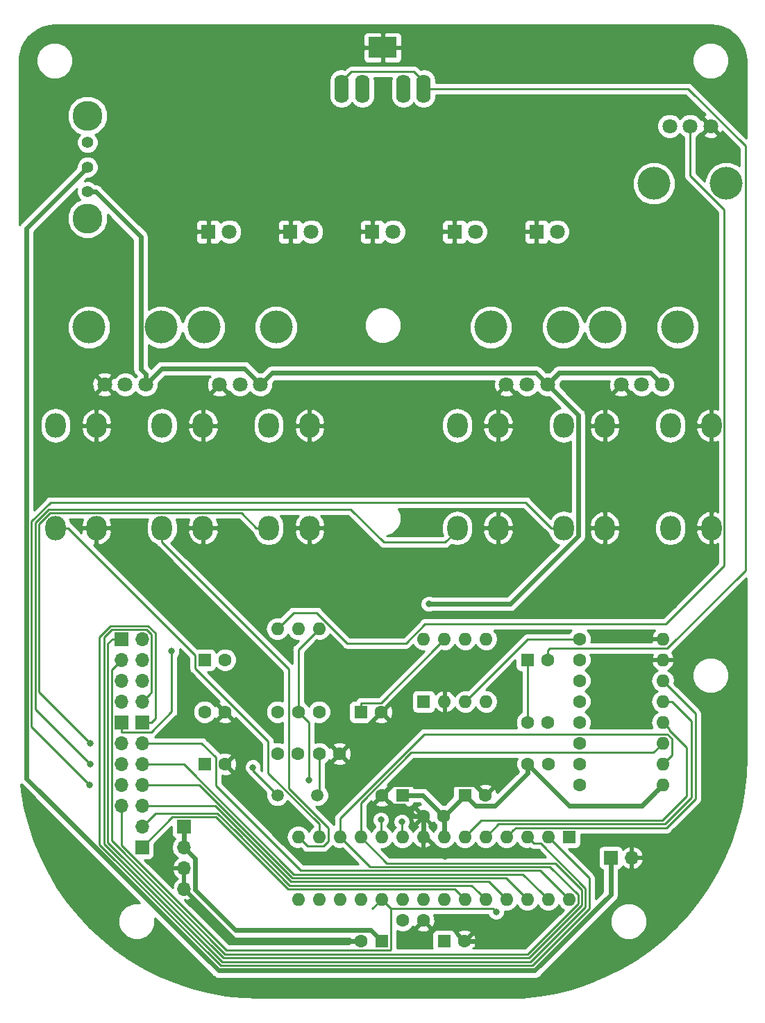
<source format=gbr>
G04 #@! TF.GenerationSoftware,KiCad,Pcbnew,(5.0.1)-3*
G04 #@! TF.CreationDate,2019-06-25T23:54:28+01:00*
G04 #@! TF.ProjectId,drumkid v3,6472756D6B69642076332E6B69636164,03*
G04 #@! TF.SameCoordinates,Original*
G04 #@! TF.FileFunction,Copper,L2,Bot,Signal*
G04 #@! TF.FilePolarity,Positive*
%FSLAX46Y46*%
G04 Gerber Fmt 4.6, Leading zero omitted, Abs format (unit mm)*
G04 Created by KiCad (PCBNEW (5.0.1)-3) date 25/06/2019 23:54:28*
%MOMM*%
%LPD*%
G01*
G04 APERTURE LIST*
G04 #@! TA.AperFunction,ComponentPad*
%ADD10C,3.653000*%
G04 #@! TD*
G04 #@! TA.AperFunction,ComponentPad*
%ADD11C,1.400000*%
G04 #@! TD*
G04 #@! TA.AperFunction,ComponentPad*
%ADD12O,1.600000X1.600000*%
G04 #@! TD*
G04 #@! TA.AperFunction,ComponentPad*
%ADD13C,1.600000*%
G04 #@! TD*
G04 #@! TA.AperFunction,WasherPad*
%ADD14C,4.000000*%
G04 #@! TD*
G04 #@! TA.AperFunction,ComponentPad*
%ADD15C,1.800000*%
G04 #@! TD*
G04 #@! TA.AperFunction,ComponentPad*
%ADD16R,1.800000X1.800000*%
G04 #@! TD*
G04 #@! TA.AperFunction,ComponentPad*
%ADD17O,1.750000X3.500000*%
G04 #@! TD*
G04 #@! TA.AperFunction,ComponentPad*
%ADD18R,3.500000X2.500000*%
G04 #@! TD*
G04 #@! TA.AperFunction,ComponentPad*
%ADD19O,2.500000X3.000000*%
G04 #@! TD*
G04 #@! TA.AperFunction,ComponentPad*
%ADD20R,1.600000X1.600000*%
G04 #@! TD*
G04 #@! TA.AperFunction,ComponentPad*
%ADD21R,1.700000X1.700000*%
G04 #@! TD*
G04 #@! TA.AperFunction,ComponentPad*
%ADD22O,1.700000X1.700000*%
G04 #@! TD*
G04 #@! TA.AperFunction,ComponentPad*
%ADD23C,1.500000*%
G04 #@! TD*
G04 #@! TA.AperFunction,ViaPad*
%ADD24C,0.800000*%
G04 #@! TD*
G04 #@! TA.AperFunction,Conductor*
%ADD25C,0.625000*%
G04 #@! TD*
G04 #@! TA.AperFunction,Conductor*
%ADD26C,0.250000*%
G04 #@! TD*
G04 #@! TA.AperFunction,Conductor*
%ADD27C,0.254000*%
G04 #@! TD*
G04 APERTURE END LIST*
D10*
G04 #@! TO.P,SW1,MH2*
G04 #@! TO.N,N/C*
X113993946Y-51741091D03*
G04 #@! TO.P,SW1,MH1*
X113993946Y-64241091D03*
D11*
G04 #@! TO.P,SW1,3*
G04 #@! TO.N,Net-(SW1-Pad3)*
X113993946Y-54991091D03*
G04 #@! TO.P,SW1,2*
G04 #@! TO.N,Net-(BT1-Pad1)*
X113993946Y-57991091D03*
G04 #@! TO.P,SW1,1*
G04 #@! TO.N,+5V*
X113993946Y-60991091D03*
G04 #@! TD*
D12*
G04 #@! TO.P,R1,2*
G04 #@! TO.N,/DIGITAL_9*
X139700000Y-114300000D03*
D13*
G04 #@! TO.P,R1,1*
G04 #@! TO.N,Net-(C13-Pad1)*
X139700000Y-124460000D03*
G04 #@! TD*
D12*
G04 #@! TO.P,R7,2*
G04 #@! TO.N,/DIGITAL_6*
X184150000Y-130810000D03*
D13*
G04 #@! TO.P,R7,1*
G04 #@! TO.N,Net-(D6-Pad2)*
X173990000Y-130810000D03*
G04 #@! TD*
D12*
G04 #@! TO.P,R11,2*
G04 #@! TO.N,GND*
X184150000Y-118110000D03*
D13*
G04 #@! TO.P,R11,1*
G04 #@! TO.N,Net-(C18-Pad2)*
X173990000Y-118110000D03*
G04 #@! TD*
D12*
G04 #@! TO.P,R10,2*
G04 #@! TO.N,GND*
X184150000Y-115570000D03*
D13*
G04 #@! TO.P,R10,1*
G04 #@! TO.N,Net-(R10-Pad1)*
X173990000Y-115570000D03*
G04 #@! TD*
D12*
G04 #@! TO.P,R9,2*
G04 #@! TO.N,Net-(R9-Pad2)*
X137160000Y-114300000D03*
D13*
G04 #@! TO.P,R9,1*
G04 #@! TO.N,Net-(R10-Pad1)*
X137160000Y-124460000D03*
G04 #@! TD*
D12*
G04 #@! TO.P,R8,2*
G04 #@! TO.N,Net-(C13-Pad1)*
X142240000Y-114300000D03*
D13*
G04 #@! TO.P,R8,1*
G04 #@! TO.N,Net-(C14-Pad1)*
X142240000Y-124460000D03*
G04 #@! TD*
D12*
G04 #@! TO.P,R6,2*
G04 #@! TO.N,/DIGITAL_5*
X184150000Y-128270000D03*
D13*
G04 #@! TO.P,R6,1*
G04 #@! TO.N,Net-(D5-Pad2)*
X173990000Y-128270000D03*
G04 #@! TD*
D12*
G04 #@! TO.P,R5,2*
G04 #@! TO.N,/DIGITAL_4*
X184150000Y-125730000D03*
D13*
G04 #@! TO.P,R5,1*
G04 #@! TO.N,Net-(D4-Pad2)*
X173990000Y-125730000D03*
G04 #@! TD*
D12*
G04 #@! TO.P,R4,2*
G04 #@! TO.N,/DIGITAL_3*
X184150000Y-123190000D03*
D13*
G04 #@! TO.P,R4,1*
G04 #@! TO.N,Net-(D3-Pad2)*
X173990000Y-123190000D03*
G04 #@! TD*
D12*
G04 #@! TO.P,R3,2*
G04 #@! TO.N,/DIGITAL_2*
X184150000Y-120650000D03*
D13*
G04 #@! TO.P,R3,1*
G04 #@! TO.N,Net-(D2-Pad2)*
X173990000Y-120650000D03*
G04 #@! TD*
D12*
G04 #@! TO.P,R2,2*
G04 #@! TO.N,+5V*
X184150000Y-133350000D03*
D13*
G04 #@! TO.P,R2,1*
G04 #@! TO.N,Net-(R2-Pad1)*
X173990000Y-133350000D03*
G04 #@! TD*
D14*
G04 #@! TO.P,RV1,*
G04 #@! TO.N,*
X191893946Y-59991091D03*
X183093946Y-59991091D03*
D15*
G04 #@! TO.P,RV1,1*
G04 #@! TO.N,GND*
X189993946Y-52991091D03*
G04 #@! TO.P,RV1,2*
G04 #@! TO.N,Net-(R9-Pad2)*
X187493946Y-52991091D03*
G04 #@! TO.P,RV1,3*
G04 #@! TO.N,Net-(C15-Pad2)*
X184993946Y-52991091D03*
G04 #@! TD*
G04 #@! TO.P,D6,2*
G04 #@! TO.N,Net-(D6-Pad2)*
X171290000Y-65867290D03*
D16*
G04 #@! TO.P,D6,1*
G04 #@! TO.N,GND*
X168750000Y-65867290D03*
G04 #@! TD*
D15*
G04 #@! TO.P,D5,2*
G04 #@! TO.N,Net-(D5-Pad2)*
X161290000Y-65867290D03*
D16*
G04 #@! TO.P,D5,1*
G04 #@! TO.N,GND*
X158750000Y-65867290D03*
G04 #@! TD*
D15*
G04 #@! TO.P,D4,2*
G04 #@! TO.N,Net-(D4-Pad2)*
X151290000Y-65867290D03*
D16*
G04 #@! TO.P,D4,1*
G04 #@! TO.N,GND*
X148750000Y-65867290D03*
G04 #@! TD*
D15*
G04 #@! TO.P,D3,2*
G04 #@! TO.N,Net-(D3-Pad2)*
X141290000Y-65867290D03*
D16*
G04 #@! TO.P,D3,1*
G04 #@! TO.N,GND*
X138750000Y-65867290D03*
G04 #@! TD*
D15*
G04 #@! TO.P,D2,2*
G04 #@! TO.N,Net-(D2-Pad2)*
X131290000Y-65867290D03*
D16*
G04 #@! TO.P,D2,1*
G04 #@! TO.N,GND*
X128750000Y-65867290D03*
G04 #@! TD*
D17*
G04 #@! TO.P,J9,TN*
G04 #@! TO.N,Net-(J9-PadTN)*
X152500000Y-48410000D03*
G04 #@! TO.P,J9,RN*
G04 #@! TO.N,Net-(J9-PadRN)*
X147500000Y-48410000D03*
G04 #@! TO.P,J9,T*
G04 #@! TO.N,Net-(C10-Pad2)*
X155000000Y-48410000D03*
G04 #@! TO.P,J9,R*
X145000000Y-48410000D03*
D18*
G04 #@! TO.P,J9,S*
G04 #@! TO.N,GND*
X150000000Y-43404000D03*
G04 #@! TD*
D14*
G04 #@! TO.P,RV2,*
G04 #@! TO.N,*
X114189897Y-77517290D03*
X122989897Y-77517290D03*
D15*
G04 #@! TO.P,RV2,1*
G04 #@! TO.N,GND*
X116089897Y-84517290D03*
G04 #@! TO.P,RV2,2*
G04 #@! TO.N,/ANALOG_0*
X118589897Y-84517290D03*
G04 #@! TO.P,RV2,3*
G04 #@! TO.N,+5V*
X121089897Y-84517290D03*
G04 #@! TD*
D14*
G04 #@! TO.P,RV4,*
G04 #@! TO.N,*
X163189897Y-77517290D03*
X171989897Y-77517290D03*
D15*
G04 #@! TO.P,RV4,1*
G04 #@! TO.N,GND*
X165089897Y-84517290D03*
G04 #@! TO.P,RV4,2*
G04 #@! TO.N,/ANALOG_2*
X167589897Y-84517290D03*
G04 #@! TO.P,RV4,3*
G04 #@! TO.N,+5V*
X170089897Y-84517290D03*
G04 #@! TD*
D14*
G04 #@! TO.P,RV3,*
G04 #@! TO.N,*
X128189897Y-77517290D03*
X136989897Y-77517290D03*
D15*
G04 #@! TO.P,RV3,1*
G04 #@! TO.N,GND*
X130089897Y-84517290D03*
G04 #@! TO.P,RV3,2*
G04 #@! TO.N,/ANALOG_1*
X132589897Y-84517290D03*
G04 #@! TO.P,RV3,3*
G04 #@! TO.N,+5V*
X135089897Y-84517290D03*
G04 #@! TD*
D14*
G04 #@! TO.P,RV5,*
G04 #@! TO.N,*
X177189897Y-77517290D03*
X185989897Y-77517290D03*
D15*
G04 #@! TO.P,RV5,1*
G04 #@! TO.N,GND*
X179089897Y-84517290D03*
G04 #@! TO.P,RV5,2*
G04 #@! TO.N,/ANALOG_3*
X181589897Y-84517290D03*
G04 #@! TO.P,RV5,3*
G04 #@! TO.N,+5V*
X184089897Y-84517290D03*
G04 #@! TD*
D19*
G04 #@! TO.P,SW2,1*
G04 #@! TO.N,/DIGITAL_7*
X110089897Y-102017290D03*
G04 #@! TO.P,SW2,2*
G04 #@! TO.N,GND*
X115089897Y-102017290D03*
G04 #@! TO.P,SW2,1*
G04 #@! TO.N,/DIGITAL_7*
X110089897Y-89517290D03*
G04 #@! TO.P,SW2,2*
G04 #@! TO.N,GND*
X115089897Y-89517290D03*
G04 #@! TD*
G04 #@! TO.P,SW7,1*
G04 #@! TO.N,/DIGITAL_13*
X185089897Y-102017290D03*
G04 #@! TO.P,SW7,2*
G04 #@! TO.N,GND*
X190089897Y-102017290D03*
G04 #@! TO.P,SW7,1*
G04 #@! TO.N,/DIGITAL_13*
X185089897Y-89517290D03*
G04 #@! TO.P,SW7,2*
G04 #@! TO.N,GND*
X190089897Y-89517290D03*
G04 #@! TD*
G04 #@! TO.P,SW6,1*
G04 #@! TO.N,/DIGITAL_12*
X172089897Y-102017290D03*
G04 #@! TO.P,SW6,2*
G04 #@! TO.N,GND*
X177089897Y-102017290D03*
G04 #@! TO.P,SW6,1*
G04 #@! TO.N,/DIGITAL_12*
X172089897Y-89517290D03*
G04 #@! TO.P,SW6,2*
G04 #@! TO.N,GND*
X177089897Y-89517290D03*
G04 #@! TD*
G04 #@! TO.P,SW5,1*
G04 #@! TO.N,/DIGITAL_11*
X159089897Y-102017290D03*
G04 #@! TO.P,SW5,2*
G04 #@! TO.N,GND*
X164089897Y-102017290D03*
G04 #@! TO.P,SW5,1*
G04 #@! TO.N,/DIGITAL_11*
X159089897Y-89517290D03*
G04 #@! TO.P,SW5,2*
G04 #@! TO.N,GND*
X164089897Y-89517290D03*
G04 #@! TD*
G04 #@! TO.P,SW4,1*
G04 #@! TO.N,/DIGITAL_10*
X136089897Y-102017290D03*
G04 #@! TO.P,SW4,2*
G04 #@! TO.N,GND*
X141089897Y-102017290D03*
G04 #@! TO.P,SW4,1*
G04 #@! TO.N,/DIGITAL_10*
X136089897Y-89517290D03*
G04 #@! TO.P,SW4,2*
G04 #@! TO.N,GND*
X141089897Y-89517290D03*
G04 #@! TD*
G04 #@! TO.P,SW3,1*
G04 #@! TO.N,/DIGITAL_8*
X123089897Y-102017290D03*
G04 #@! TO.P,SW3,2*
G04 #@! TO.N,GND*
X128089897Y-102017290D03*
G04 #@! TO.P,SW3,1*
G04 #@! TO.N,/DIGITAL_8*
X123089897Y-89517290D03*
G04 #@! TO.P,SW3,2*
G04 #@! TO.N,GND*
X128089897Y-89517290D03*
G04 #@! TD*
D13*
G04 #@! TO.P,C10,2*
G04 #@! TO.N,Net-(C10-Pad2)*
X170140000Y-118110000D03*
D20*
G04 #@! TO.P,C10,1*
G04 #@! TO.N,Net-(C10-Pad1)*
X167640000Y-118110000D03*
G04 #@! TD*
D21*
G04 #@! TO.P,BT1,1*
G04 #@! TO.N,Net-(BT1-Pad1)*
X177800000Y-142240000D03*
D22*
G04 #@! TO.P,BT1,2*
G04 #@! TO.N,GND*
X180340000Y-142240000D03*
G04 #@! TD*
D13*
G04 #@! TO.P,C8,2*
G04 #@! TO.N,GND*
X147360000Y-152400000D03*
D20*
G04 #@! TO.P,C8,1*
G04 #@! TO.N,+5V*
X149860000Y-152400000D03*
G04 #@! TD*
G04 #@! TO.P,C17,1*
G04 #@! TO.N,Net-(C17-Pad1)*
X147320000Y-124460000D03*
D13*
G04 #@! TO.P,C17,2*
G04 #@! TO.N,GND*
X149820000Y-124460000D03*
G04 #@! TD*
G04 #@! TO.P,C13,2*
G04 #@! TO.N,GND*
X130770000Y-130810000D03*
D20*
G04 #@! TO.P,C13,1*
G04 #@! TO.N,Net-(C13-Pad1)*
X128270000Y-130810000D03*
G04 #@! TD*
G04 #@! TO.P,C12,1*
G04 #@! TO.N,+5V*
X152400000Y-134620000D03*
D13*
G04 #@! TO.P,C12,2*
G04 #@! TO.N,GND*
X149900000Y-134620000D03*
G04 #@! TD*
G04 #@! TO.P,C11,2*
G04 #@! TO.N,GND*
X159980000Y-152400000D03*
D20*
G04 #@! TO.P,C11,1*
G04 #@! TO.N,+5V*
X157480000Y-152400000D03*
G04 #@! TD*
G04 #@! TO.P,C7,1*
G04 #@! TO.N,+5V*
X160020000Y-134620000D03*
D13*
G04 #@! TO.P,C7,2*
G04 #@! TO.N,GND*
X162520000Y-134620000D03*
G04 #@! TD*
D20*
G04 #@! TO.P,C15,1*
G04 #@! TO.N,Net-(C14-Pad1)*
X128270000Y-118110000D03*
D13*
G04 #@! TO.P,C15,2*
G04 #@! TO.N,Net-(C15-Pad2)*
X130770000Y-118110000D03*
G04 #@! TD*
G04 #@! TO.P,C9,1*
G04 #@! TO.N,GND*
X154940000Y-149860000D03*
G04 #@! TO.P,C9,2*
G04 #@! TO.N,+5V*
X152440000Y-149860000D03*
G04 #@! TD*
G04 #@! TO.P,C6,2*
G04 #@! TO.N,GND*
X144740000Y-129540000D03*
G04 #@! TO.P,C6,1*
G04 #@! TO.N,Net-(C6-Pad1)*
X142240000Y-129540000D03*
G04 #@! TD*
G04 #@! TO.P,C14,1*
G04 #@! TO.N,Net-(C14-Pad1)*
X128270000Y-124460000D03*
G04 #@! TO.P,C14,2*
G04 #@! TO.N,GND*
X130770000Y-124460000D03*
G04 #@! TD*
G04 #@! TO.P,C5,2*
G04 #@! TO.N,GND*
X139660000Y-129540000D03*
G04 #@! TO.P,C5,1*
G04 #@! TO.N,Net-(C5-Pad1)*
X137160000Y-129540000D03*
G04 #@! TD*
G04 #@! TO.P,C16,1*
G04 #@! TO.N,+5V*
X167680000Y-130810000D03*
G04 #@! TO.P,C16,2*
G04 #@! TO.N,Net-(C16-Pad2)*
X170180000Y-130810000D03*
G04 #@! TD*
G04 #@! TO.P,C4,2*
G04 #@! TO.N,+5V*
X157440000Y-137160000D03*
G04 #@! TO.P,C4,1*
G04 #@! TO.N,GND*
X154940000Y-137160000D03*
G04 #@! TD*
G04 #@! TO.P,C18,1*
G04 #@! TO.N,Net-(C10-Pad1)*
X167640000Y-125730000D03*
G04 #@! TO.P,C18,2*
G04 #@! TO.N,Net-(C18-Pad2)*
X170140000Y-125730000D03*
G04 #@! TD*
D22*
G04 #@! TO.P,J1,4*
G04 #@! TO.N,GND*
X125730000Y-146050000D03*
G04 #@! TO.P,J1,3*
X125730000Y-143510000D03*
G04 #@! TO.P,J1,2*
G04 #@! TO.N,+5V*
X125730000Y-140970000D03*
D21*
G04 #@! TO.P,J1,1*
X125730000Y-138430000D03*
G04 #@! TD*
G04 #@! TO.P,J6,1*
G04 #@! TO.N,/DIGITAL_5*
X118110000Y-115570000D03*
D22*
G04 #@! TO.P,J6,2*
G04 #@! TO.N,/DIGITAL_6*
X118110000Y-118110000D03*
G04 #@! TO.P,J6,3*
G04 #@! TO.N,/DIGITAL_7*
X118110000Y-120650000D03*
G04 #@! TO.P,J6,4*
G04 #@! TO.N,/DIGITAL_8*
X118110000Y-123190000D03*
G04 #@! TD*
G04 #@! TO.P,J8,5*
G04 #@! TO.N,/DIGITAL_13*
X118110000Y-135890000D03*
G04 #@! TO.P,J8,4*
G04 #@! TO.N,/DIGITAL_12*
X118110000Y-133350000D03*
G04 #@! TO.P,J8,3*
G04 #@! TO.N,/DIGITAL_11*
X118110000Y-130810000D03*
G04 #@! TO.P,J8,2*
G04 #@! TO.N,/DIGITAL_10*
X118110000Y-128270000D03*
D21*
G04 #@! TO.P,J8,1*
G04 #@! TO.N,/DIGITAL_9*
X118110000Y-125730000D03*
G04 #@! TD*
G04 #@! TO.P,J5,1*
G04 #@! TO.N,/DIGITAL_0*
X120650000Y-125730000D03*
D22*
G04 #@! TO.P,J5,2*
G04 #@! TO.N,/DIGITAL_1*
X120650000Y-123190000D03*
G04 #@! TO.P,J5,3*
G04 #@! TO.N,/DIGITAL_2*
X120650000Y-120650000D03*
G04 #@! TO.P,J5,4*
G04 #@! TO.N,/DIGITAL_3*
X120650000Y-118110000D03*
G04 #@! TO.P,J5,5*
G04 #@! TO.N,/DIGITAL_4*
X120650000Y-115570000D03*
G04 #@! TD*
D21*
G04 #@! TO.P,J7,1*
G04 #@! TO.N,/ANALOG_0*
X120650000Y-140970000D03*
D22*
G04 #@! TO.P,J7,2*
G04 #@! TO.N,/ANALOG_1*
X120650000Y-138430000D03*
G04 #@! TO.P,J7,3*
G04 #@! TO.N,/ANALOG_2*
X120650000Y-135890000D03*
G04 #@! TO.P,J7,4*
G04 #@! TO.N,/ANALOG_3*
X120650000Y-133350000D03*
G04 #@! TO.P,J7,5*
G04 #@! TO.N,/ANALOG_4*
X120650000Y-130810000D03*
G04 #@! TO.P,J7,6*
G04 #@! TO.N,/ANALOG_5*
X120650000Y-128270000D03*
G04 #@! TD*
D23*
G04 #@! TO.P,Y1,1*
G04 #@! TO.N,Net-(C5-Pad1)*
X137160000Y-134620000D03*
G04 #@! TO.P,Y1,2*
G04 #@! TO.N,Net-(C6-Pad1)*
X142040000Y-134620000D03*
G04 #@! TD*
D20*
G04 #@! TO.P,U2,1*
G04 #@! TO.N,Net-(R2-Pad1)*
X172720000Y-139700000D03*
D12*
G04 #@! TO.P,U2,15*
G04 #@! TO.N,/DIGITAL_9*
X139700000Y-147320000D03*
G04 #@! TO.P,U2,2*
G04 #@! TO.N,/DIGITAL_0*
X170180000Y-139700000D03*
G04 #@! TO.P,U2,16*
G04 #@! TO.N,/DIGITAL_10*
X142240000Y-147320000D03*
G04 #@! TO.P,U2,3*
G04 #@! TO.N,/DIGITAL_1*
X167640000Y-139700000D03*
G04 #@! TO.P,U2,17*
G04 #@! TO.N,/DIGITAL_11*
X144780000Y-147320000D03*
G04 #@! TO.P,U2,4*
G04 #@! TO.N,/DIGITAL_2*
X165100000Y-139700000D03*
G04 #@! TO.P,U2,18*
G04 #@! TO.N,/DIGITAL_12*
X147320000Y-147320000D03*
G04 #@! TO.P,U2,5*
G04 #@! TO.N,/DIGITAL_3*
X162560000Y-139700000D03*
G04 #@! TO.P,U2,19*
G04 #@! TO.N,/DIGITAL_13*
X149860000Y-147320000D03*
G04 #@! TO.P,U2,6*
G04 #@! TO.N,/DIGITAL_4*
X160020000Y-139700000D03*
G04 #@! TO.P,U2,20*
G04 #@! TO.N,+5V*
X152400000Y-147320000D03*
G04 #@! TO.P,U2,7*
X157480000Y-139700000D03*
G04 #@! TO.P,U2,21*
G04 #@! TO.N,Net-(U2-Pad21)*
X154940000Y-147320000D03*
G04 #@! TO.P,U2,8*
G04 #@! TO.N,GND*
X154940000Y-139700000D03*
G04 #@! TO.P,U2,22*
X157480000Y-147320000D03*
G04 #@! TO.P,U2,9*
G04 #@! TO.N,Net-(C5-Pad1)*
X152400000Y-139700000D03*
G04 #@! TO.P,U2,23*
G04 #@! TO.N,/ANALOG_0*
X160020000Y-147320000D03*
G04 #@! TO.P,U2,10*
G04 #@! TO.N,Net-(C6-Pad1)*
X149860000Y-139700000D03*
G04 #@! TO.P,U2,24*
G04 #@! TO.N,/ANALOG_1*
X162560000Y-147320000D03*
G04 #@! TO.P,U2,11*
G04 #@! TO.N,/DIGITAL_5*
X147320000Y-139700000D03*
G04 #@! TO.P,U2,25*
G04 #@! TO.N,/ANALOG_2*
X165100000Y-147320000D03*
G04 #@! TO.P,U2,12*
G04 #@! TO.N,/DIGITAL_6*
X144780000Y-139700000D03*
G04 #@! TO.P,U2,26*
G04 #@! TO.N,/ANALOG_3*
X167640000Y-147320000D03*
G04 #@! TO.P,U2,13*
G04 #@! TO.N,/DIGITAL_7*
X142240000Y-139700000D03*
G04 #@! TO.P,U2,27*
G04 #@! TO.N,/ANALOG_4*
X170180000Y-147320000D03*
G04 #@! TO.P,U2,14*
G04 #@! TO.N,/DIGITAL_8*
X139700000Y-139700000D03*
G04 #@! TO.P,U2,28*
G04 #@! TO.N,/ANALOG_5*
X172720000Y-147320000D03*
G04 #@! TD*
D20*
G04 #@! TO.P,U3,1*
G04 #@! TO.N,Net-(U3-Pad1)*
X154993946Y-123190000D03*
D12*
G04 #@! TO.P,U3,5*
G04 #@! TO.N,Net-(C10-Pad1)*
X162613946Y-115570000D03*
G04 #@! TO.P,U3,2*
G04 #@! TO.N,GND*
X157533946Y-123190000D03*
G04 #@! TO.P,U3,6*
G04 #@! TO.N,+5V*
X160073946Y-115570000D03*
G04 #@! TO.P,U3,3*
G04 #@! TO.N,Net-(R10-Pad1)*
X160073946Y-123190000D03*
G04 #@! TO.P,U3,7*
G04 #@! TO.N,Net-(C17-Pad1)*
X157533946Y-115570000D03*
G04 #@! TO.P,U3,4*
G04 #@! TO.N,Net-(C16-Pad2)*
X162613946Y-123190000D03*
G04 #@! TO.P,U3,8*
G04 #@! TO.N,Net-(U3-Pad8)*
X154993946Y-115570000D03*
G04 #@! TD*
D24*
G04 #@! TO.N,GND*
X157580000Y-142090000D03*
X153990000Y-130700000D03*
X163170000Y-152380000D03*
G04 #@! TO.N,+5V*
X155620000Y-111290000D03*
G04 #@! TO.N,Net-(C13-Pad1)*
X140995400Y-132765800D03*
G04 #@! TO.N,/DIGITAL_9*
X124256800Y-117043200D03*
G04 #@! TO.N,/DIGITAL_10*
X114376200Y-128295400D03*
G04 #@! TO.N,/DIGITAL_11*
X114325400Y-130810000D03*
G04 #@! TO.N,/DIGITAL_12*
X114249200Y-133324600D03*
G04 #@! TO.N,/DIGITAL_13*
X163830000Y-148869400D03*
G04 #@! TO.N,Net-(C5-Pad1)*
X134162800Y-131210001D03*
X152323800Y-137849999D03*
G04 #@! TO.N,Net-(C6-Pad1)*
X149783800Y-137617200D03*
G04 #@! TD*
D25*
G04 #@! TO.N,GND*
X154940000Y-139700000D02*
X155190000Y-139700000D01*
X155190000Y-139700000D02*
X157580000Y-142090000D01*
X154940000Y-139700000D02*
X154940000Y-137160000D01*
X150699999Y-135419999D02*
X149900000Y-134620000D01*
X151212501Y-135932501D02*
X150699999Y-135419999D01*
X152581131Y-135932501D02*
X151212501Y-135932501D01*
X153808630Y-137160000D02*
X152581131Y-135932501D01*
X154940000Y-137160000D02*
X153808630Y-137160000D01*
X150699999Y-133820001D02*
X149900000Y-134620000D01*
X151212501Y-133307499D02*
X150699999Y-133820001D01*
X161207499Y-133307499D02*
X151212501Y-133307499D01*
X162520000Y-134620000D02*
X161207499Y-133307499D01*
X149820000Y-124460000D02*
X144740000Y-129540000D01*
X162520000Y-134620000D02*
X158600000Y-130700000D01*
X158600000Y-130700000D02*
X153990000Y-130700000D01*
X160000000Y-152380000D02*
X159980000Y-152400000D01*
X163170000Y-152380000D02*
X160000000Y-152380000D01*
X132080000Y-152400000D02*
X147360000Y-152400000D01*
X125730000Y-146050000D02*
X132080000Y-152400000D01*
D26*
G04 #@! TO.N,Net-(C10-Pad2)*
X155000000Y-47535000D02*
X155000000Y-48410000D01*
X153799990Y-46334990D02*
X155000000Y-47535000D01*
X146200010Y-46334990D02*
X153799990Y-46334990D01*
X145000000Y-47535000D02*
X146200010Y-46334990D01*
X145000000Y-48410000D02*
X145000000Y-47535000D01*
X194218947Y-55403090D02*
X187225857Y-48410000D01*
X194218947Y-107166055D02*
X194218947Y-55403090D01*
X156125000Y-48410000D02*
X155000000Y-48410000D01*
X170423629Y-116695001D02*
X184690001Y-116695001D01*
X187225857Y-48410000D02*
X156125000Y-48410000D01*
X184690001Y-116695001D02*
X194218947Y-107166055D01*
X170140000Y-116978630D02*
X170423629Y-116695001D01*
X170140000Y-118110000D02*
X170140000Y-116978630D01*
D25*
G04 #@! TO.N,+5V*
X152400000Y-149820000D02*
X152440000Y-149860000D01*
X152440000Y-149860000D02*
X152400000Y-149860000D01*
X154900000Y-134620000D02*
X157440000Y-137160000D01*
X152400000Y-134620000D02*
X154900000Y-134620000D01*
X157480000Y-137200000D02*
X157440000Y-137160000D01*
X157480000Y-139700000D02*
X157480000Y-137200000D01*
X157480000Y-137160000D02*
X160020000Y-134620000D01*
X157440000Y-137160000D02*
X157480000Y-137160000D01*
X167680000Y-131941370D02*
X167680000Y-130810000D01*
X163688869Y-135932501D02*
X167680000Y-131941370D01*
X161332501Y-135932501D02*
X163688869Y-135932501D01*
X160020000Y-134620000D02*
X161332501Y-135932501D01*
X183350001Y-134149999D02*
X184150000Y-133350000D01*
X181610000Y-135890000D02*
X183350001Y-134149999D01*
X172760000Y-135890000D02*
X181610000Y-135890000D01*
X167680000Y-130810000D02*
X172760000Y-135890000D01*
X121089897Y-83244498D02*
X121089897Y-84517290D01*
X120477396Y-82631997D02*
X121089897Y-83244498D01*
X120477396Y-66484592D02*
X120477396Y-82631997D01*
X114983895Y-60991091D02*
X120477396Y-66484592D01*
X113993946Y-60991091D02*
X114983895Y-60991091D01*
X134189898Y-83617291D02*
X135089897Y-84517290D01*
X133122607Y-82550000D02*
X134189898Y-83617291D01*
X123057187Y-82550000D02*
X133122607Y-82550000D01*
X121089897Y-84517290D02*
X123057187Y-82550000D01*
X169189898Y-83617291D02*
X170089897Y-84517290D01*
X168677396Y-83104789D02*
X169189898Y-83617291D01*
X136502398Y-83104789D02*
X168677396Y-83104789D01*
X135089897Y-84517290D02*
X136502398Y-83104789D01*
X183189898Y-83617291D02*
X184089897Y-84517290D01*
X182677396Y-83104789D02*
X183189898Y-83617291D01*
X171502398Y-83104789D02*
X182677396Y-83104789D01*
X170089897Y-84517290D02*
X171502398Y-83104789D01*
X165559752Y-111290000D02*
X155620000Y-111290000D01*
X173852407Y-102997345D02*
X165559752Y-111290000D01*
X170089897Y-84517290D02*
X173852407Y-88279800D01*
X173852407Y-88279800D02*
X173852407Y-102997345D01*
X127092501Y-142332501D02*
X127092501Y-146142501D01*
X125730000Y-140970000D02*
X127092501Y-142332501D01*
X148547499Y-151087499D02*
X149860000Y-152400000D01*
X132037499Y-151087499D02*
X148547499Y-151087499D01*
X127092501Y-146142501D02*
X132037499Y-151087499D01*
X125730000Y-140970000D02*
X125730000Y-138430000D01*
G04 #@! TO.N,Net-(BT1-Pad1)*
X177800000Y-143715000D02*
X177800000Y-142240000D01*
X177800000Y-146773774D02*
X177800000Y-143715000D01*
X168561228Y-156012546D02*
X177800000Y-146773774D01*
X129960332Y-156012546D02*
X168561228Y-156012546D01*
X106531415Y-132583629D02*
X129960332Y-156012546D01*
X106531415Y-65453622D02*
X106531415Y-132583629D01*
X113993946Y-57991091D02*
X106531415Y-65453622D01*
D26*
G04 #@! TO.N,/DIGITAL_2*
X184150000Y-120650000D02*
X188163200Y-124663200D01*
X188163200Y-124663200D02*
X188163200Y-135051800D01*
X165899999Y-138900001D02*
X165100000Y-139700000D01*
X166225001Y-138574999D02*
X165899999Y-138900001D01*
X184640001Y-138574999D02*
X166225001Y-138574999D01*
X188163200Y-135051800D02*
X184640001Y-138574999D01*
G04 #@! TO.N,/DIGITAL_3*
X164135011Y-138124989D02*
X162560000Y-139700000D01*
X184404211Y-138124989D02*
X164135011Y-138124989D01*
X187629800Y-134899400D02*
X184404211Y-138124989D01*
X187629800Y-125538430D02*
X187629800Y-134899400D01*
X184150000Y-123190000D02*
X185281370Y-123190000D01*
X185281370Y-123190000D02*
X187629800Y-125538430D01*
G04 #@! TO.N,/DIGITAL_4*
X184949999Y-126529999D02*
X184949999Y-126656999D01*
X184150000Y-125730000D02*
X184949999Y-126529999D01*
X184949999Y-126656999D02*
X187071000Y-128778000D01*
X187071000Y-128778000D02*
X187071000Y-134721600D01*
X160819999Y-138900001D02*
X160020000Y-139700000D01*
X162045021Y-137674979D02*
X160819999Y-138900001D01*
X184117621Y-137674979D02*
X162045021Y-137674979D01*
X187071000Y-134721600D02*
X184117621Y-137674979D01*
G04 #@! TO.N,/DIGITAL_5*
X116484989Y-116095011D02*
X117010000Y-115570000D01*
X117010000Y-115570000D02*
X118110000Y-115570000D01*
X130597197Y-154475019D02*
X116484989Y-140362811D01*
X167866392Y-154475020D02*
X130597197Y-154475019D01*
X174295010Y-148046402D02*
X167866392Y-154475020D01*
X116484989Y-140362811D02*
X116484989Y-116095011D01*
X174295010Y-146126410D02*
X174295010Y-148046402D01*
X171068530Y-142899930D02*
X174295010Y-146126410D01*
X150519930Y-142899930D02*
X171068530Y-142899930D01*
X147320000Y-139700000D02*
X150519930Y-142899930D01*
X147320000Y-138568630D02*
X147320000Y-139700000D01*
X147320000Y-135534998D02*
X147320000Y-138568630D01*
X153459997Y-129395001D02*
X147320000Y-135534998D01*
X183024999Y-129395001D02*
X153459997Y-129395001D01*
X184150000Y-128270000D02*
X183024999Y-129395001D01*
G04 #@! TO.N,Net-(C13-Pad1)*
X139700000Y-116840000D02*
X139700000Y-124460000D01*
X142240000Y-114300000D02*
X139700000Y-116840000D01*
X140995400Y-125755400D02*
X139700000Y-124460000D01*
X140995400Y-132765800D02*
X140995400Y-125755400D01*
G04 #@! TO.N,Net-(R10-Pad1)*
X167693946Y-115570000D02*
X173990000Y-115570000D01*
X160073946Y-123190000D02*
X167693946Y-115570000D01*
G04 #@! TO.N,Net-(R9-Pad2)*
X137160000Y-114300000D02*
X139115800Y-112344200D01*
X187493946Y-54263883D02*
X187493946Y-52991091D01*
X187493946Y-59032093D02*
X187493946Y-54263883D01*
X191664907Y-63203054D02*
X187493946Y-59032093D01*
X191664907Y-106581893D02*
X191664907Y-63203054D01*
X141949202Y-112344200D02*
X145665002Y-116060000D01*
X139115800Y-112344200D02*
X141949202Y-112344200D01*
X152838944Y-116060000D02*
X155138944Y-113760000D01*
X145665002Y-116060000D02*
X152838944Y-116060000D01*
X184486800Y-113760000D02*
X186440000Y-111806800D01*
X155138944Y-113760000D02*
X184486800Y-113760000D01*
X185902600Y-112344200D02*
X186440000Y-111806800D01*
X186440000Y-111806800D02*
X191664907Y-106581893D01*
G04 #@! TO.N,/DIGITAL_6*
X117260001Y-118959999D02*
X118110000Y-118110000D01*
X116934999Y-119285001D02*
X117260001Y-118959999D01*
X116934999Y-140176411D02*
X116934999Y-119285001D01*
X167679992Y-154025010D02*
X130783598Y-154025010D01*
X173845001Y-147860001D02*
X167679992Y-154025010D01*
X130783598Y-154025010D02*
X116934999Y-140176411D01*
X173845001Y-146779999D02*
X173845001Y-147860001D01*
X170414942Y-143349940D02*
X173845001Y-146779999D01*
X148429940Y-143349940D02*
X170414942Y-143349940D01*
X144780000Y-139700000D02*
X148429940Y-143349940D01*
X144780000Y-138568630D02*
X144780000Y-139700000D01*
X144780000Y-137438588D02*
X144780000Y-138568630D01*
X185275001Y-127729999D02*
X184690001Y-127144999D01*
X155073589Y-127144999D02*
X144780000Y-137438588D01*
X184690001Y-127144999D02*
X155073589Y-127144999D01*
X185275001Y-129684999D02*
X185275001Y-127729999D01*
X184150000Y-130810000D02*
X185275001Y-129684999D01*
G04 #@! TO.N,/DIGITAL_9*
X124256800Y-124408202D02*
X124256800Y-117043200D01*
X121760001Y-126905001D02*
X124256800Y-124408202D01*
X118185001Y-126905001D02*
X121760001Y-126905001D01*
X118110000Y-125730000D02*
X118110000Y-126830000D01*
X118110000Y-126830000D02*
X118185001Y-126905001D01*
G04 #@! TO.N,/ANALOG_3*
X166840001Y-146520001D02*
X167640000Y-147320000D01*
X120650000Y-133350000D02*
X127639230Y-133350000D01*
X127639230Y-133350000D02*
X138989200Y-144699970D01*
X165019970Y-144699970D02*
X166840001Y-146520001D01*
X138989200Y-144699970D02*
X165019970Y-144699970D01*
G04 #@! TO.N,/ANALOG_1*
X161760001Y-146520001D02*
X162560000Y-147320000D01*
X138616400Y-145599990D02*
X160839990Y-145599990D01*
X160839990Y-145599990D02*
X161760001Y-146520001D01*
X129821399Y-136804989D02*
X132080000Y-139063590D01*
X122275011Y-136804989D02*
X129821399Y-136804989D01*
X120650000Y-138430000D02*
X122275011Y-136804989D01*
X131446410Y-138430000D02*
X132080000Y-139063590D01*
X132080000Y-139063590D02*
X138616400Y-145599990D01*
G04 #@! TO.N,/ANALOG_2*
X164300001Y-146520001D02*
X165100000Y-147320000D01*
X120650000Y-135890000D02*
X129542820Y-135890000D01*
X129542820Y-135890000D02*
X138802800Y-145149980D01*
X162929980Y-145149980D02*
X164300001Y-146520001D01*
X138802800Y-145149980D02*
X162929980Y-145149980D01*
G04 #@! TO.N,/ANALOG_0*
X124365001Y-137254999D02*
X120650000Y-140970000D01*
X129634999Y-137254999D02*
X124365001Y-137254999D01*
X138430000Y-146050000D02*
X129634999Y-137254999D01*
X158750000Y-146050000D02*
X138430000Y-146050000D01*
X160020000Y-147320000D02*
X158750000Y-146050000D01*
G04 #@! TO.N,Net-(C10-Pad1)*
X167640000Y-119160000D02*
X167640000Y-125730000D01*
X167640000Y-118110000D02*
X167640000Y-119160000D01*
G04 #@! TO.N,Net-(C17-Pad1)*
X156733947Y-116369999D02*
X157533946Y-115570000D01*
X149768947Y-123334999D02*
X156733947Y-116369999D01*
X147395001Y-123334999D02*
X149768947Y-123334999D01*
X147320000Y-123410000D02*
X147395001Y-123334999D01*
X147320000Y-124460000D02*
X147320000Y-123410000D01*
G04 #@! TO.N,/DIGITAL_0*
X116813598Y-113944990D02*
X115468400Y-115290188D01*
X121400401Y-113944989D02*
X116813598Y-113944990D01*
X122275010Y-114819598D02*
X121400401Y-113944989D01*
X122275011Y-125204989D02*
X122275010Y-114819598D01*
X120650000Y-125730000D02*
X121750000Y-125730000D01*
X121750000Y-125730000D02*
X122275011Y-125204989D01*
X115468400Y-115290188D02*
X115468400Y-140619042D01*
X170979999Y-140499999D02*
X170180000Y-139700000D01*
X175195028Y-144715028D02*
X170979999Y-140499999D01*
X175195028Y-148477172D02*
X175195028Y-144715028D01*
X168297163Y-155375037D02*
X175195028Y-148477172D01*
X130224397Y-155375037D02*
X130700000Y-155375038D01*
X115468400Y-140619042D02*
X130224397Y-155375037D01*
X130700000Y-155375038D02*
X168297163Y-155375037D01*
G04 #@! TO.N,/DIGITAL_10*
X109437507Y-100192280D02*
X108407200Y-101222587D01*
X132764887Y-100192280D02*
X109437507Y-100192280D01*
X136089897Y-102017290D02*
X134589897Y-102017290D01*
X134589897Y-102017290D02*
X132764887Y-100192280D01*
X108068945Y-121988145D02*
X114376200Y-128295400D01*
X108407200Y-101222587D02*
X108068945Y-101560842D01*
X108068945Y-101560842D02*
X108068945Y-121988145D01*
G04 #@! TO.N,/DIGITAL_1*
X121825001Y-122014999D02*
X121499999Y-122340001D01*
X121825001Y-115005999D02*
X121825001Y-122014999D01*
X116999999Y-114394999D02*
X121214001Y-114394999D01*
X116034979Y-140549211D02*
X116034979Y-115360019D01*
X130410796Y-154925028D02*
X116034979Y-140549211D01*
X168052791Y-154925029D02*
X130410796Y-154925028D01*
X174745019Y-148232803D02*
X168052791Y-154925029D01*
X121499999Y-122340001D02*
X120650000Y-123190000D01*
X174745020Y-145940010D02*
X174745019Y-148232803D01*
X169305009Y-140499999D02*
X174745020Y-145940010D01*
X168439999Y-140499999D02*
X169305009Y-140499999D01*
X121214001Y-114394999D02*
X121825001Y-115005999D01*
X116034979Y-115360019D02*
X116999999Y-114394999D01*
X167640000Y-139700000D02*
X168439999Y-140499999D01*
G04 #@! TO.N,/DIGITAL_11*
X107618935Y-124103535D02*
X114325400Y-130810000D01*
X107618935Y-101374442D02*
X107618935Y-124103535D01*
X159089897Y-102267290D02*
X157589897Y-103767290D01*
X159089897Y-102017290D02*
X159089897Y-102267290D01*
X157589897Y-103767290D02*
X150127197Y-103767290D01*
X150127197Y-103767290D02*
X146102178Y-99742271D01*
X146102178Y-99742271D02*
X109251106Y-99742271D01*
X109251106Y-99742271D02*
X107618935Y-101374442D01*
G04 #@! TO.N,/DIGITAL_12*
X170589897Y-102017290D02*
X167438697Y-98866090D01*
X172089897Y-102017290D02*
X170589897Y-102017290D01*
X167438697Y-98866090D02*
X109490877Y-98866090D01*
X109490877Y-98866090D02*
X107168925Y-101188042D01*
X107168925Y-101188042D02*
X107168925Y-126244325D01*
X107168925Y-126244325D02*
X114249200Y-133324600D01*
G04 #@! TO.N,/DIGITAL_13*
X118110000Y-135890000D02*
X118110000Y-140715002D01*
X151009401Y-148469401D02*
X150659999Y-148119999D01*
X163430001Y-148469401D02*
X151009401Y-148469401D01*
X163830000Y-148869400D02*
X163430001Y-148469401D01*
X149860000Y-147320000D02*
X148734999Y-148445001D01*
X150659999Y-148119999D02*
X149860000Y-147320000D01*
X150985001Y-148445001D02*
X150659999Y-148119999D01*
X150985001Y-153460001D02*
X150985001Y-148445001D01*
X150920001Y-153525001D02*
X150985001Y-153460001D01*
X130919999Y-153525001D02*
X150920001Y-153525001D01*
X118110000Y-140715002D02*
X130919999Y-153525001D01*
G04 #@! TO.N,Net-(C5-Pad1)*
X137160000Y-134620000D02*
X134162800Y-131622800D01*
X134162800Y-131622800D02*
X134162800Y-131210001D01*
X152323800Y-139623800D02*
X152400000Y-139700000D01*
X152323800Y-137849999D02*
X152323800Y-139623800D01*
G04 #@! TO.N,Net-(C6-Pad1)*
X142240000Y-134420000D02*
X142040000Y-134620000D01*
X142240000Y-129540000D02*
X142240000Y-134420000D01*
X149783800Y-139623800D02*
X149860000Y-139700000D01*
X149783800Y-137617200D02*
X149783800Y-139623800D01*
G04 #@! TO.N,/DIGITAL_7*
X111589897Y-102017290D02*
X127144999Y-117572392D01*
X110089897Y-102017290D02*
X111589897Y-102017290D01*
X142240000Y-138568630D02*
X142240000Y-139700000D01*
X142240000Y-138108998D02*
X142240000Y-138568630D01*
X136034999Y-131903997D02*
X142240000Y-138108998D01*
X136034999Y-128059997D02*
X136034999Y-131903997D01*
X127144999Y-119169997D02*
X136034999Y-128059997D01*
X127144999Y-117572392D02*
X127144999Y-119169997D01*
G04 #@! TO.N,/ANALOG_4*
X169380001Y-146520001D02*
X170180000Y-147320000D01*
X120650000Y-130810000D02*
X125735640Y-130810000D01*
X139175600Y-144249960D02*
X167109960Y-144249960D01*
X125735640Y-130810000D02*
X139175600Y-144249960D01*
X167109960Y-144249960D02*
X169380001Y-146520001D01*
G04 #@! TO.N,/DIGITAL_8*
X140499999Y-140499999D02*
X139700000Y-139700000D01*
X140825001Y-140825001D02*
X140499999Y-140499999D01*
X142780001Y-140825001D02*
X140825001Y-140825001D01*
X143365001Y-140240001D02*
X142780001Y-140825001D01*
X143365001Y-138597589D02*
X143365001Y-140240001D01*
X138534999Y-133767587D02*
X143365001Y-138597589D01*
X138534999Y-119212392D02*
X138534999Y-133767587D01*
X123089897Y-103767290D02*
X138534999Y-119212392D01*
X123089897Y-102017290D02*
X123089897Y-103767290D01*
G04 #@! TO.N,/ANALOG_5*
X171920001Y-146520001D02*
X172720000Y-147320000D01*
X169199950Y-143799950D02*
X171920001Y-146520001D01*
X139989950Y-143799950D02*
X169199950Y-143799950D01*
X129644999Y-133454999D02*
X136870000Y-140680000D01*
X129644999Y-129999997D02*
X129644999Y-133454999D01*
X127915002Y-128270000D02*
X129644999Y-129999997D01*
X120650000Y-128270000D02*
X127915002Y-128270000D01*
X136084999Y-139894999D02*
X136870000Y-140680000D01*
X136870000Y-140680000D02*
X139989950Y-143799950D01*
G04 #@! TD*
D27*
G04 #@! TO.N,GND*
G36*
X194308947Y-129978796D02*
X194233484Y-132087009D01*
X194008802Y-134172198D01*
X193635609Y-136235981D01*
X193115813Y-138267811D01*
X192452080Y-140257268D01*
X191647810Y-142194167D01*
X190707099Y-144068636D01*
X189634788Y-145871029D01*
X188436354Y-147592143D01*
X187117922Y-149223178D01*
X185686261Y-150755763D01*
X184148677Y-152182076D01*
X182513071Y-153494787D01*
X180787770Y-154687217D01*
X178981645Y-155753229D01*
X177103927Y-156687381D01*
X175164210Y-157484894D01*
X173172451Y-158141678D01*
X171138826Y-158654377D01*
X169073750Y-159020364D01*
X166987182Y-159237830D01*
X164982297Y-159306091D01*
X135006214Y-159306091D01*
X132898028Y-159230629D01*
X130812839Y-159005947D01*
X128749056Y-158632754D01*
X126717226Y-158112958D01*
X124727769Y-157449225D01*
X122790870Y-156644955D01*
X120916401Y-155704244D01*
X119114008Y-154631933D01*
X117392894Y-153433499D01*
X115761859Y-152115067D01*
X114229274Y-150683406D01*
X112802961Y-149145822D01*
X111490250Y-147510216D01*
X110297820Y-145784915D01*
X109231808Y-143978790D01*
X108297656Y-142101072D01*
X107500143Y-140161355D01*
X106843359Y-138169596D01*
X106330660Y-136135971D01*
X105964673Y-134070895D01*
X105883299Y-133290119D01*
X105927419Y-133319599D01*
X120363910Y-147756091D01*
X119549377Y-147756091D01*
X118727920Y-148096350D01*
X118099205Y-148725065D01*
X117758946Y-149546522D01*
X117758946Y-150435660D01*
X118099205Y-151257117D01*
X118727920Y-151885832D01*
X119549377Y-152226091D01*
X120438515Y-152226091D01*
X121259972Y-151885832D01*
X121888687Y-151257117D01*
X122228946Y-150435660D01*
X122228946Y-149621127D01*
X129224364Y-156616546D01*
X129277223Y-156695655D01*
X129356332Y-156748514D01*
X129356333Y-156748515D01*
X129395712Y-156774827D01*
X129590636Y-156905071D01*
X129867014Y-156960046D01*
X129867018Y-156960046D01*
X129960331Y-156978607D01*
X130053644Y-156960046D01*
X168467911Y-156960046D01*
X168561228Y-156978608D01*
X168654545Y-156960046D01*
X168654546Y-156960046D01*
X168930924Y-156905071D01*
X169244337Y-156695655D01*
X169297200Y-156616540D01*
X176367218Y-149546522D01*
X177758946Y-149546522D01*
X177758946Y-150435660D01*
X178099205Y-151257117D01*
X178727920Y-151885832D01*
X179549377Y-152226091D01*
X180438515Y-152226091D01*
X181259972Y-151885832D01*
X181888687Y-151257117D01*
X182228946Y-150435660D01*
X182228946Y-149546522D01*
X181888687Y-148725065D01*
X181259972Y-148096350D01*
X180438515Y-147756091D01*
X179549377Y-147756091D01*
X178727920Y-148096350D01*
X178099205Y-148725065D01*
X177758946Y-149546522D01*
X176367218Y-149546522D01*
X178403998Y-147509743D01*
X178483109Y-147456883D01*
X178692525Y-147143470D01*
X178747500Y-146867092D01*
X178747500Y-146867091D01*
X178766062Y-146773774D01*
X178747500Y-146680456D01*
X178747500Y-143718046D01*
X178897765Y-143688157D01*
X179107809Y-143547809D01*
X179248157Y-143337765D01*
X179268739Y-143234292D01*
X179573076Y-143511645D01*
X179983110Y-143681476D01*
X180213000Y-143560155D01*
X180213000Y-142367000D01*
X180467000Y-142367000D01*
X180467000Y-143560155D01*
X180696890Y-143681476D01*
X181106924Y-143511645D01*
X181535183Y-143121358D01*
X181781486Y-142596892D01*
X181660819Y-142367000D01*
X180467000Y-142367000D01*
X180213000Y-142367000D01*
X180193000Y-142367000D01*
X180193000Y-142113000D01*
X180213000Y-142113000D01*
X180213000Y-140919845D01*
X180467000Y-140919845D01*
X180467000Y-142113000D01*
X181660819Y-142113000D01*
X181781486Y-141883108D01*
X181535183Y-141358642D01*
X181106924Y-140968355D01*
X180696890Y-140798524D01*
X180467000Y-140919845D01*
X180213000Y-140919845D01*
X179983110Y-140798524D01*
X179573076Y-140968355D01*
X179268739Y-141245708D01*
X179248157Y-141142235D01*
X179107809Y-140932191D01*
X178897765Y-140791843D01*
X178650000Y-140742560D01*
X176950000Y-140742560D01*
X176702235Y-140791843D01*
X176492191Y-140932191D01*
X176351843Y-141142235D01*
X176302560Y-141390000D01*
X176302560Y-143090000D01*
X176351843Y-143337765D01*
X176492191Y-143547809D01*
X176702235Y-143688157D01*
X176852500Y-143718046D01*
X176852500Y-143808317D01*
X176852501Y-143808322D01*
X176852500Y-146381307D01*
X175955028Y-147278779D01*
X175955028Y-144789874D01*
X175969916Y-144715027D01*
X175955028Y-144640180D01*
X175955028Y-144640176D01*
X175910932Y-144418491D01*
X175742957Y-144167099D01*
X175679501Y-144124699D01*
X172702241Y-141147440D01*
X173520000Y-141147440D01*
X173767765Y-141098157D01*
X173977809Y-140957809D01*
X174118157Y-140747765D01*
X174167440Y-140500000D01*
X174167440Y-139334999D01*
X184565154Y-139334999D01*
X184640001Y-139349887D01*
X184714848Y-139334999D01*
X184714853Y-139334999D01*
X184936538Y-139290903D01*
X185187930Y-139122928D01*
X185230332Y-139059469D01*
X188647673Y-135642129D01*
X188711129Y-135599729D01*
X188754381Y-135534998D01*
X188879104Y-135348338D01*
X188898785Y-135249392D01*
X188923200Y-135126652D01*
X188923200Y-135126648D01*
X188938088Y-135051800D01*
X188923200Y-134976952D01*
X188923200Y-124738047D01*
X188938088Y-124663200D01*
X188923200Y-124588353D01*
X188923200Y-124588348D01*
X188879104Y-124366663D01*
X188711129Y-124115271D01*
X188647673Y-124072871D01*
X185548688Y-120973887D01*
X185613113Y-120650000D01*
X185501740Y-120090091D01*
X185184577Y-119615423D01*
X185081460Y-119546522D01*
X187758946Y-119546522D01*
X187758946Y-120435660D01*
X188099205Y-121257117D01*
X188727920Y-121885832D01*
X189549377Y-122226091D01*
X190438515Y-122226091D01*
X191259972Y-121885832D01*
X191888687Y-121257117D01*
X192228946Y-120435660D01*
X192228946Y-119546522D01*
X191888687Y-118725065D01*
X191259972Y-118096350D01*
X190438515Y-117756091D01*
X189549377Y-117756091D01*
X188727920Y-118096350D01*
X188099205Y-118725065D01*
X187758946Y-119546522D01*
X185081460Y-119546522D01*
X184800892Y-119359053D01*
X185005134Y-119262389D01*
X185381041Y-118847423D01*
X185541904Y-118459039D01*
X185419915Y-118237000D01*
X184277000Y-118237000D01*
X184277000Y-118257000D01*
X184023000Y-118257000D01*
X184023000Y-118237000D01*
X182880085Y-118237000D01*
X182758096Y-118459039D01*
X182918959Y-118847423D01*
X183294866Y-119262389D01*
X183499108Y-119359053D01*
X183115423Y-119615423D01*
X182798260Y-120090091D01*
X182686887Y-120650000D01*
X182798260Y-121209909D01*
X183115423Y-121684577D01*
X183467758Y-121920000D01*
X183115423Y-122155423D01*
X182798260Y-122630091D01*
X182686887Y-123190000D01*
X182798260Y-123749909D01*
X183115423Y-124224577D01*
X183467758Y-124460000D01*
X183115423Y-124695423D01*
X182798260Y-125170091D01*
X182686887Y-125730000D01*
X182798260Y-126289909D01*
X182861797Y-126384999D01*
X175271923Y-126384999D01*
X175425000Y-126015439D01*
X175425000Y-125444561D01*
X175206534Y-124917138D01*
X174802862Y-124513466D01*
X174673784Y-124460000D01*
X174802862Y-124406534D01*
X175206534Y-124002862D01*
X175425000Y-123475439D01*
X175425000Y-122904561D01*
X175206534Y-122377138D01*
X174802862Y-121973466D01*
X174673784Y-121920000D01*
X174802862Y-121866534D01*
X175206534Y-121462862D01*
X175425000Y-120935439D01*
X175425000Y-120364561D01*
X175206534Y-119837138D01*
X174802862Y-119433466D01*
X174673784Y-119380000D01*
X174802862Y-119326534D01*
X175206534Y-118922862D01*
X175425000Y-118395439D01*
X175425000Y-117824561D01*
X175271923Y-117455001D01*
X182884820Y-117455001D01*
X182758096Y-117760961D01*
X182880085Y-117983000D01*
X184023000Y-117983000D01*
X184023000Y-117963000D01*
X184277000Y-117963000D01*
X184277000Y-117983000D01*
X185419915Y-117983000D01*
X185541904Y-117760961D01*
X185381041Y-117372577D01*
X185248826Y-117226624D01*
X185280332Y-117179471D01*
X194308947Y-108150857D01*
X194308947Y-129978796D01*
X194308947Y-129978796D01*
G37*
X194308947Y-129978796D02*
X194233484Y-132087009D01*
X194008802Y-134172198D01*
X193635609Y-136235981D01*
X193115813Y-138267811D01*
X192452080Y-140257268D01*
X191647810Y-142194167D01*
X190707099Y-144068636D01*
X189634788Y-145871029D01*
X188436354Y-147592143D01*
X187117922Y-149223178D01*
X185686261Y-150755763D01*
X184148677Y-152182076D01*
X182513071Y-153494787D01*
X180787770Y-154687217D01*
X178981645Y-155753229D01*
X177103927Y-156687381D01*
X175164210Y-157484894D01*
X173172451Y-158141678D01*
X171138826Y-158654377D01*
X169073750Y-159020364D01*
X166987182Y-159237830D01*
X164982297Y-159306091D01*
X135006214Y-159306091D01*
X132898028Y-159230629D01*
X130812839Y-159005947D01*
X128749056Y-158632754D01*
X126717226Y-158112958D01*
X124727769Y-157449225D01*
X122790870Y-156644955D01*
X120916401Y-155704244D01*
X119114008Y-154631933D01*
X117392894Y-153433499D01*
X115761859Y-152115067D01*
X114229274Y-150683406D01*
X112802961Y-149145822D01*
X111490250Y-147510216D01*
X110297820Y-145784915D01*
X109231808Y-143978790D01*
X108297656Y-142101072D01*
X107500143Y-140161355D01*
X106843359Y-138169596D01*
X106330660Y-136135971D01*
X105964673Y-134070895D01*
X105883299Y-133290119D01*
X105927419Y-133319599D01*
X120363910Y-147756091D01*
X119549377Y-147756091D01*
X118727920Y-148096350D01*
X118099205Y-148725065D01*
X117758946Y-149546522D01*
X117758946Y-150435660D01*
X118099205Y-151257117D01*
X118727920Y-151885832D01*
X119549377Y-152226091D01*
X120438515Y-152226091D01*
X121259972Y-151885832D01*
X121888687Y-151257117D01*
X122228946Y-150435660D01*
X122228946Y-149621127D01*
X129224364Y-156616546D01*
X129277223Y-156695655D01*
X129356332Y-156748514D01*
X129356333Y-156748515D01*
X129395712Y-156774827D01*
X129590636Y-156905071D01*
X129867014Y-156960046D01*
X129867018Y-156960046D01*
X129960331Y-156978607D01*
X130053644Y-156960046D01*
X168467911Y-156960046D01*
X168561228Y-156978608D01*
X168654545Y-156960046D01*
X168654546Y-156960046D01*
X168930924Y-156905071D01*
X169244337Y-156695655D01*
X169297200Y-156616540D01*
X176367218Y-149546522D01*
X177758946Y-149546522D01*
X177758946Y-150435660D01*
X178099205Y-151257117D01*
X178727920Y-151885832D01*
X179549377Y-152226091D01*
X180438515Y-152226091D01*
X181259972Y-151885832D01*
X181888687Y-151257117D01*
X182228946Y-150435660D01*
X182228946Y-149546522D01*
X181888687Y-148725065D01*
X181259972Y-148096350D01*
X180438515Y-147756091D01*
X179549377Y-147756091D01*
X178727920Y-148096350D01*
X178099205Y-148725065D01*
X177758946Y-149546522D01*
X176367218Y-149546522D01*
X178403998Y-147509743D01*
X178483109Y-147456883D01*
X178692525Y-147143470D01*
X178747500Y-146867092D01*
X178747500Y-146867091D01*
X178766062Y-146773774D01*
X178747500Y-146680456D01*
X178747500Y-143718046D01*
X178897765Y-143688157D01*
X179107809Y-143547809D01*
X179248157Y-143337765D01*
X179268739Y-143234292D01*
X179573076Y-143511645D01*
X179983110Y-143681476D01*
X180213000Y-143560155D01*
X180213000Y-142367000D01*
X180467000Y-142367000D01*
X180467000Y-143560155D01*
X180696890Y-143681476D01*
X181106924Y-143511645D01*
X181535183Y-143121358D01*
X181781486Y-142596892D01*
X181660819Y-142367000D01*
X180467000Y-142367000D01*
X180213000Y-142367000D01*
X180193000Y-142367000D01*
X180193000Y-142113000D01*
X180213000Y-142113000D01*
X180213000Y-140919845D01*
X180467000Y-140919845D01*
X180467000Y-142113000D01*
X181660819Y-142113000D01*
X181781486Y-141883108D01*
X181535183Y-141358642D01*
X181106924Y-140968355D01*
X180696890Y-140798524D01*
X180467000Y-140919845D01*
X180213000Y-140919845D01*
X179983110Y-140798524D01*
X179573076Y-140968355D01*
X179268739Y-141245708D01*
X179248157Y-141142235D01*
X179107809Y-140932191D01*
X178897765Y-140791843D01*
X178650000Y-140742560D01*
X176950000Y-140742560D01*
X176702235Y-140791843D01*
X176492191Y-140932191D01*
X176351843Y-141142235D01*
X176302560Y-141390000D01*
X176302560Y-143090000D01*
X176351843Y-143337765D01*
X176492191Y-143547809D01*
X176702235Y-143688157D01*
X176852500Y-143718046D01*
X176852500Y-143808317D01*
X176852501Y-143808322D01*
X176852500Y-146381307D01*
X175955028Y-147278779D01*
X175955028Y-144789874D01*
X175969916Y-144715027D01*
X175955028Y-144640180D01*
X175955028Y-144640176D01*
X175910932Y-144418491D01*
X175742957Y-144167099D01*
X175679501Y-144124699D01*
X172702241Y-141147440D01*
X173520000Y-141147440D01*
X173767765Y-141098157D01*
X173977809Y-140957809D01*
X174118157Y-140747765D01*
X174167440Y-140500000D01*
X174167440Y-139334999D01*
X184565154Y-139334999D01*
X184640001Y-139349887D01*
X184714848Y-139334999D01*
X184714853Y-139334999D01*
X184936538Y-139290903D01*
X185187930Y-139122928D01*
X185230332Y-139059469D01*
X188647673Y-135642129D01*
X188711129Y-135599729D01*
X188754381Y-135534998D01*
X188879104Y-135348338D01*
X188898785Y-135249392D01*
X188923200Y-135126652D01*
X188923200Y-135126648D01*
X188938088Y-135051800D01*
X188923200Y-134976952D01*
X188923200Y-124738047D01*
X188938088Y-124663200D01*
X188923200Y-124588353D01*
X188923200Y-124588348D01*
X188879104Y-124366663D01*
X188711129Y-124115271D01*
X188647673Y-124072871D01*
X185548688Y-120973887D01*
X185613113Y-120650000D01*
X185501740Y-120090091D01*
X185184577Y-119615423D01*
X185081460Y-119546522D01*
X187758946Y-119546522D01*
X187758946Y-120435660D01*
X188099205Y-121257117D01*
X188727920Y-121885832D01*
X189549377Y-122226091D01*
X190438515Y-122226091D01*
X191259972Y-121885832D01*
X191888687Y-121257117D01*
X192228946Y-120435660D01*
X192228946Y-119546522D01*
X191888687Y-118725065D01*
X191259972Y-118096350D01*
X190438515Y-117756091D01*
X189549377Y-117756091D01*
X188727920Y-118096350D01*
X188099205Y-118725065D01*
X187758946Y-119546522D01*
X185081460Y-119546522D01*
X184800892Y-119359053D01*
X185005134Y-119262389D01*
X185381041Y-118847423D01*
X185541904Y-118459039D01*
X185419915Y-118237000D01*
X184277000Y-118237000D01*
X184277000Y-118257000D01*
X184023000Y-118257000D01*
X184023000Y-118237000D01*
X182880085Y-118237000D01*
X182758096Y-118459039D01*
X182918959Y-118847423D01*
X183294866Y-119262389D01*
X183499108Y-119359053D01*
X183115423Y-119615423D01*
X182798260Y-120090091D01*
X182686887Y-120650000D01*
X182798260Y-121209909D01*
X183115423Y-121684577D01*
X183467758Y-121920000D01*
X183115423Y-122155423D01*
X182798260Y-122630091D01*
X182686887Y-123190000D01*
X182798260Y-123749909D01*
X183115423Y-124224577D01*
X183467758Y-124460000D01*
X183115423Y-124695423D01*
X182798260Y-125170091D01*
X182686887Y-125730000D01*
X182798260Y-126289909D01*
X182861797Y-126384999D01*
X175271923Y-126384999D01*
X175425000Y-126015439D01*
X175425000Y-125444561D01*
X175206534Y-124917138D01*
X174802862Y-124513466D01*
X174673784Y-124460000D01*
X174802862Y-124406534D01*
X175206534Y-124002862D01*
X175425000Y-123475439D01*
X175425000Y-122904561D01*
X175206534Y-122377138D01*
X174802862Y-121973466D01*
X174673784Y-121920000D01*
X174802862Y-121866534D01*
X175206534Y-121462862D01*
X175425000Y-120935439D01*
X175425000Y-120364561D01*
X175206534Y-119837138D01*
X174802862Y-119433466D01*
X174673784Y-119380000D01*
X174802862Y-119326534D01*
X175206534Y-118922862D01*
X175425000Y-118395439D01*
X175425000Y-117824561D01*
X175271923Y-117455001D01*
X182884820Y-117455001D01*
X182758096Y-117760961D01*
X182880085Y-117983000D01*
X184023000Y-117983000D01*
X184023000Y-117963000D01*
X184277000Y-117963000D01*
X184277000Y-117983000D01*
X185419915Y-117983000D01*
X185541904Y-117760961D01*
X185381041Y-117372577D01*
X185248826Y-117226624D01*
X185280332Y-117179471D01*
X194308947Y-108150857D01*
X194308947Y-129978796D01*
G36*
X171685423Y-148354577D02*
X172039222Y-148590978D01*
X167365191Y-153265010D01*
X161024618Y-153265010D01*
X160987747Y-153228139D01*
X161233864Y-153154005D01*
X161426965Y-152616777D01*
X161399778Y-152046546D01*
X161233864Y-151645995D01*
X160987745Y-151571861D01*
X160159605Y-152400000D01*
X160173748Y-152414142D01*
X159994142Y-152593748D01*
X159980000Y-152579605D01*
X159965858Y-152593748D01*
X159786252Y-152414142D01*
X159800395Y-152400000D01*
X158972255Y-151571861D01*
X158924693Y-151586187D01*
X158886118Y-151392255D01*
X159151861Y-151392255D01*
X159980000Y-152220395D01*
X160808139Y-151392255D01*
X160734005Y-151146136D01*
X160196777Y-150953035D01*
X159626546Y-150980222D01*
X159225995Y-151146136D01*
X159151861Y-151392255D01*
X158886118Y-151392255D01*
X158878157Y-151352235D01*
X158737809Y-151142191D01*
X158527765Y-151001843D01*
X158280000Y-150952560D01*
X156680000Y-150952560D01*
X156432235Y-151001843D01*
X156222191Y-151142191D01*
X156081843Y-151352235D01*
X156032560Y-151600000D01*
X156032560Y-153200000D01*
X156045491Y-153265010D01*
X151745001Y-153265010D01*
X151745001Y-151125355D01*
X152154561Y-151295000D01*
X152725439Y-151295000D01*
X153252862Y-151076534D01*
X153461651Y-150867745D01*
X154111861Y-150867745D01*
X154185995Y-151113864D01*
X154723223Y-151306965D01*
X155293454Y-151279778D01*
X155694005Y-151113864D01*
X155768139Y-150867745D01*
X154940000Y-150039605D01*
X154111861Y-150867745D01*
X153461651Y-150867745D01*
X153656534Y-150672862D01*
X153683525Y-150607701D01*
X153686136Y-150614005D01*
X153932255Y-150688139D01*
X154760395Y-149860000D01*
X154746252Y-149845858D01*
X154925858Y-149666252D01*
X154940000Y-149680395D01*
X154954142Y-149666252D01*
X155133748Y-149845858D01*
X155119605Y-149860000D01*
X155947745Y-150688139D01*
X156193864Y-150614005D01*
X156386965Y-150076777D01*
X156359778Y-149506546D01*
X156244981Y-149229401D01*
X162858841Y-149229401D01*
X162952569Y-149455680D01*
X163243720Y-149746831D01*
X163624126Y-149904400D01*
X164035874Y-149904400D01*
X164416280Y-149746831D01*
X164707431Y-149455680D01*
X164865000Y-149075274D01*
X164865000Y-148736368D01*
X164958667Y-148755000D01*
X165241333Y-148755000D01*
X165659909Y-148671740D01*
X166134577Y-148354577D01*
X166370000Y-148002242D01*
X166605423Y-148354577D01*
X167080091Y-148671740D01*
X167498667Y-148755000D01*
X167781333Y-148755000D01*
X168199909Y-148671740D01*
X168674577Y-148354577D01*
X168910000Y-148002242D01*
X169145423Y-148354577D01*
X169620091Y-148671740D01*
X170038667Y-148755000D01*
X170321333Y-148755000D01*
X170739909Y-148671740D01*
X171214577Y-148354577D01*
X171450000Y-148002242D01*
X171685423Y-148354577D01*
X171685423Y-148354577D01*
G37*
X171685423Y-148354577D02*
X172039222Y-148590978D01*
X167365191Y-153265010D01*
X161024618Y-153265010D01*
X160987747Y-153228139D01*
X161233864Y-153154005D01*
X161426965Y-152616777D01*
X161399778Y-152046546D01*
X161233864Y-151645995D01*
X160987745Y-151571861D01*
X160159605Y-152400000D01*
X160173748Y-152414142D01*
X159994142Y-152593748D01*
X159980000Y-152579605D01*
X159965858Y-152593748D01*
X159786252Y-152414142D01*
X159800395Y-152400000D01*
X158972255Y-151571861D01*
X158924693Y-151586187D01*
X158886118Y-151392255D01*
X159151861Y-151392255D01*
X159980000Y-152220395D01*
X160808139Y-151392255D01*
X160734005Y-151146136D01*
X160196777Y-150953035D01*
X159626546Y-150980222D01*
X159225995Y-151146136D01*
X159151861Y-151392255D01*
X158886118Y-151392255D01*
X158878157Y-151352235D01*
X158737809Y-151142191D01*
X158527765Y-151001843D01*
X158280000Y-150952560D01*
X156680000Y-150952560D01*
X156432235Y-151001843D01*
X156222191Y-151142191D01*
X156081843Y-151352235D01*
X156032560Y-151600000D01*
X156032560Y-153200000D01*
X156045491Y-153265010D01*
X151745001Y-153265010D01*
X151745001Y-151125355D01*
X152154561Y-151295000D01*
X152725439Y-151295000D01*
X153252862Y-151076534D01*
X153461651Y-150867745D01*
X154111861Y-150867745D01*
X154185995Y-151113864D01*
X154723223Y-151306965D01*
X155293454Y-151279778D01*
X155694005Y-151113864D01*
X155768139Y-150867745D01*
X154940000Y-150039605D01*
X154111861Y-150867745D01*
X153461651Y-150867745D01*
X153656534Y-150672862D01*
X153683525Y-150607701D01*
X153686136Y-150614005D01*
X153932255Y-150688139D01*
X154760395Y-149860000D01*
X154746252Y-149845858D01*
X154925858Y-149666252D01*
X154940000Y-149680395D01*
X154954142Y-149666252D01*
X155133748Y-149845858D01*
X155119605Y-149860000D01*
X155947745Y-150688139D01*
X156193864Y-150614005D01*
X156386965Y-150076777D01*
X156359778Y-149506546D01*
X156244981Y-149229401D01*
X162858841Y-149229401D01*
X162952569Y-149455680D01*
X163243720Y-149746831D01*
X163624126Y-149904400D01*
X164035874Y-149904400D01*
X164416280Y-149746831D01*
X164707431Y-149455680D01*
X164865000Y-149075274D01*
X164865000Y-148736368D01*
X164958667Y-148755000D01*
X165241333Y-148755000D01*
X165659909Y-148671740D01*
X166134577Y-148354577D01*
X166370000Y-148002242D01*
X166605423Y-148354577D01*
X167080091Y-148671740D01*
X167498667Y-148755000D01*
X167781333Y-148755000D01*
X168199909Y-148671740D01*
X168674577Y-148354577D01*
X168910000Y-148002242D01*
X169145423Y-148354577D01*
X169620091Y-148671740D01*
X170038667Y-148755000D01*
X170321333Y-148755000D01*
X170739909Y-148671740D01*
X171214577Y-148354577D01*
X171450000Y-148002242D01*
X171685423Y-148354577D01*
G36*
X131301531Y-151691499D02*
X131354390Y-151770608D01*
X131433499Y-151823467D01*
X131433500Y-151823468D01*
X131535811Y-151891830D01*
X131667803Y-151980024D01*
X131944181Y-152034999D01*
X131944185Y-152034999D01*
X132037498Y-152053560D01*
X132130811Y-152034999D01*
X145966313Y-152034999D01*
X145913035Y-152183223D01*
X145940222Y-152753454D01*
X145945005Y-152765001D01*
X131234802Y-152765001D01*
X125857002Y-147387202D01*
X125857002Y-147370820D01*
X126086892Y-147491486D01*
X126611358Y-147245183D01*
X126727631Y-147117597D01*
X131301531Y-151691499D01*
X131301531Y-151691499D01*
G37*
X131301531Y-151691499D02*
X131354390Y-151770608D01*
X131433499Y-151823467D01*
X131433500Y-151823468D01*
X131535811Y-151891830D01*
X131667803Y-151980024D01*
X131944181Y-152034999D01*
X131944185Y-152034999D01*
X132037498Y-152053560D01*
X132130811Y-152034999D01*
X145966313Y-152034999D01*
X145913035Y-152183223D01*
X145940222Y-152753454D01*
X145945005Y-152765001D01*
X131234802Y-152765001D01*
X125857002Y-147387202D01*
X125857002Y-147370820D01*
X126086892Y-147491486D01*
X126611358Y-147245183D01*
X126727631Y-147117597D01*
X131301531Y-151691499D01*
G36*
X147553748Y-152385858D02*
X147539605Y-152400000D01*
X147553748Y-152414143D01*
X147374143Y-152593748D01*
X147360000Y-152579605D01*
X147345858Y-152593748D01*
X147166253Y-152414143D01*
X147180395Y-152400000D01*
X147166253Y-152385858D01*
X147345858Y-152206253D01*
X147360000Y-152220395D01*
X147374143Y-152206253D01*
X147553748Y-152385858D01*
X147553748Y-152385858D01*
G37*
X147553748Y-152385858D02*
X147539605Y-152400000D01*
X147553748Y-152414143D01*
X147374143Y-152593748D01*
X147360000Y-152579605D01*
X147345858Y-152593748D01*
X147166253Y-152414143D01*
X147180395Y-152400000D01*
X147166253Y-152385858D01*
X147345858Y-152206253D01*
X147360000Y-152220395D01*
X147374143Y-152206253D01*
X147553748Y-152385858D01*
G36*
X157607000Y-147193000D02*
X157627000Y-147193000D01*
X157627000Y-147447000D01*
X157607000Y-147447000D01*
X157607000Y-147467000D01*
X157353000Y-147467000D01*
X157353000Y-147447000D01*
X157333000Y-147447000D01*
X157333000Y-147193000D01*
X157353000Y-147193000D01*
X157353000Y-147173000D01*
X157607000Y-147173000D01*
X157607000Y-147193000D01*
X157607000Y-147193000D01*
G37*
X157607000Y-147193000D02*
X157627000Y-147193000D01*
X157627000Y-147447000D01*
X157607000Y-147447000D01*
X157607000Y-147467000D01*
X157353000Y-147467000D01*
X157353000Y-147447000D01*
X157333000Y-147447000D01*
X157333000Y-147193000D01*
X157353000Y-147193000D01*
X157353000Y-147173000D01*
X157607000Y-147173000D01*
X157607000Y-147193000D01*
G36*
X124232560Y-139280000D02*
X124281843Y-139527765D01*
X124422191Y-139737809D01*
X124632235Y-139878157D01*
X124677619Y-139887184D01*
X124659375Y-139899375D01*
X124331161Y-140390582D01*
X124215908Y-140970000D01*
X124331161Y-141549418D01*
X124659375Y-142040625D01*
X124978478Y-142253843D01*
X124848642Y-142314817D01*
X124458355Y-142743076D01*
X124288524Y-143153110D01*
X124409845Y-143383000D01*
X125603000Y-143383000D01*
X125603000Y-143363000D01*
X125857000Y-143363000D01*
X125857000Y-143383000D01*
X125877000Y-143383000D01*
X125877000Y-143637000D01*
X125857000Y-143637000D01*
X125857000Y-145923000D01*
X125877000Y-145923000D01*
X125877000Y-146177000D01*
X125857000Y-146177000D01*
X125857000Y-146197000D01*
X125603000Y-146197000D01*
X125603000Y-146177000D01*
X125583000Y-146177000D01*
X125583000Y-145923000D01*
X125603000Y-145923000D01*
X125603000Y-143637000D01*
X124409845Y-143637000D01*
X124288524Y-143866890D01*
X124458355Y-144276924D01*
X124848642Y-144705183D01*
X125007954Y-144780000D01*
X124848642Y-144854817D01*
X124458355Y-145283076D01*
X124288524Y-145693110D01*
X124409844Y-145922998D01*
X124392798Y-145922998D01*
X120937239Y-142467440D01*
X121500000Y-142467440D01*
X121747765Y-142418157D01*
X121957809Y-142277809D01*
X122098157Y-142067765D01*
X122147440Y-141820000D01*
X122147440Y-140547361D01*
X124232560Y-138462242D01*
X124232560Y-139280000D01*
X124232560Y-139280000D01*
G37*
X124232560Y-139280000D02*
X124281843Y-139527765D01*
X124422191Y-139737809D01*
X124632235Y-139878157D01*
X124677619Y-139887184D01*
X124659375Y-139899375D01*
X124331161Y-140390582D01*
X124215908Y-140970000D01*
X124331161Y-141549418D01*
X124659375Y-142040625D01*
X124978478Y-142253843D01*
X124848642Y-142314817D01*
X124458355Y-142743076D01*
X124288524Y-143153110D01*
X124409845Y-143383000D01*
X125603000Y-143383000D01*
X125603000Y-143363000D01*
X125857000Y-143363000D01*
X125857000Y-143383000D01*
X125877000Y-143383000D01*
X125877000Y-143637000D01*
X125857000Y-143637000D01*
X125857000Y-145923000D01*
X125877000Y-145923000D01*
X125877000Y-146177000D01*
X125857000Y-146177000D01*
X125857000Y-146197000D01*
X125603000Y-146197000D01*
X125603000Y-146177000D01*
X125583000Y-146177000D01*
X125583000Y-145923000D01*
X125603000Y-145923000D01*
X125603000Y-143637000D01*
X124409845Y-143637000D01*
X124288524Y-143866890D01*
X124458355Y-144276924D01*
X124848642Y-144705183D01*
X125007954Y-144780000D01*
X124848642Y-144854817D01*
X124458355Y-145283076D01*
X124288524Y-145693110D01*
X124409844Y-145922998D01*
X124392798Y-145922998D01*
X120937239Y-142467440D01*
X121500000Y-142467440D01*
X121747765Y-142418157D01*
X121957809Y-142277809D01*
X122098157Y-142067765D01*
X122147440Y-141820000D01*
X122147440Y-140547361D01*
X124232560Y-138462242D01*
X124232560Y-139280000D01*
G36*
X126384999Y-117887194D02*
X126385000Y-119095146D01*
X126370111Y-119169997D01*
X126429096Y-119466534D01*
X126528581Y-119615423D01*
X126597071Y-119717926D01*
X126660527Y-119760326D01*
X130079876Y-123179676D01*
X130015995Y-123206136D01*
X129941861Y-123452255D01*
X130770000Y-124280395D01*
X130784143Y-124266253D01*
X130963748Y-124445858D01*
X130949605Y-124460000D01*
X131777745Y-125288139D01*
X132023864Y-125214005D01*
X132047751Y-125147550D01*
X135274999Y-128374799D01*
X135275000Y-131660199D01*
X135148851Y-131534049D01*
X135197800Y-131415875D01*
X135197800Y-131004127D01*
X135040231Y-130623721D01*
X134749080Y-130332570D01*
X134368674Y-130175001D01*
X133956926Y-130175001D01*
X133576520Y-130332570D01*
X133285369Y-130623721D01*
X133127800Y-131004127D01*
X133127800Y-131415875D01*
X133285369Y-131796281D01*
X133524365Y-132035277D01*
X133614871Y-132170729D01*
X133678330Y-132213131D01*
X135785165Y-134319966D01*
X135775000Y-134344506D01*
X135775000Y-134895494D01*
X135985853Y-135404540D01*
X136375460Y-135794147D01*
X136884506Y-136005000D01*
X137435494Y-136005000D01*
X137944540Y-135794147D01*
X138334147Y-135404540D01*
X138371225Y-135315025D01*
X141480000Y-138423800D01*
X141480000Y-138481957D01*
X141205423Y-138665423D01*
X140970000Y-139017758D01*
X140734577Y-138665423D01*
X140259909Y-138348260D01*
X139841333Y-138265000D01*
X139558667Y-138265000D01*
X139140091Y-138348260D01*
X138665423Y-138665423D01*
X138348260Y-139140091D01*
X138236887Y-139700000D01*
X138348260Y-140259909D01*
X138665423Y-140734577D01*
X139140091Y-141051740D01*
X139558667Y-141135000D01*
X139841333Y-141135000D01*
X140023887Y-141098688D01*
X140234670Y-141309471D01*
X140277072Y-141372930D01*
X140528464Y-141540905D01*
X140750149Y-141585001D01*
X140750153Y-141585001D01*
X140825000Y-141599889D01*
X140899847Y-141585001D01*
X142705154Y-141585001D01*
X142780001Y-141599889D01*
X142854848Y-141585001D01*
X142854853Y-141585001D01*
X143076538Y-141540905D01*
X143327930Y-141372930D01*
X143370332Y-141309471D01*
X143849474Y-140830330D01*
X143869101Y-140817216D01*
X144220091Y-141051740D01*
X144638667Y-141135000D01*
X144921333Y-141135000D01*
X145103887Y-141098688D01*
X147045148Y-143039950D01*
X140304752Y-143039950D01*
X137460333Y-140195532D01*
X137460329Y-140195526D01*
X130404999Y-133140198D01*
X130404999Y-132203687D01*
X130553223Y-132256965D01*
X131123454Y-132229778D01*
X131524005Y-132063864D01*
X131598139Y-131817745D01*
X130770000Y-130989605D01*
X130755858Y-131003748D01*
X130576253Y-130824143D01*
X130590395Y-130810000D01*
X130949605Y-130810000D01*
X131777745Y-131638139D01*
X132023864Y-131564005D01*
X132216965Y-131026777D01*
X132189778Y-130456546D01*
X132023864Y-130055995D01*
X131777745Y-129981861D01*
X130949605Y-130810000D01*
X130590395Y-130810000D01*
X130576253Y-130795858D01*
X130755858Y-130616253D01*
X130770000Y-130630395D01*
X131598139Y-129802255D01*
X131524005Y-129556136D01*
X130986777Y-129363035D01*
X130416546Y-129390222D01*
X130209036Y-129476176D01*
X130192928Y-129452068D01*
X130129472Y-129409668D01*
X128505333Y-127785530D01*
X128462931Y-127722071D01*
X128211539Y-127554096D01*
X127989854Y-127510000D01*
X127989849Y-127510000D01*
X127915002Y-127495112D01*
X127840155Y-127510000D01*
X122222519Y-127510000D01*
X122307930Y-127452930D01*
X122350332Y-127389471D01*
X124741273Y-124998531D01*
X124804729Y-124956131D01*
X124972704Y-124704739D01*
X125016800Y-124483054D01*
X125016800Y-124483050D01*
X125031688Y-124408203D01*
X125016800Y-124333356D01*
X125016800Y-124174561D01*
X126835000Y-124174561D01*
X126835000Y-124745439D01*
X127053466Y-125272862D01*
X127457138Y-125676534D01*
X127984561Y-125895000D01*
X128555439Y-125895000D01*
X129082862Y-125676534D01*
X129291651Y-125467745D01*
X129941861Y-125467745D01*
X130015995Y-125713864D01*
X130553223Y-125906965D01*
X131123454Y-125879778D01*
X131524005Y-125713864D01*
X131598139Y-125467745D01*
X130770000Y-124639605D01*
X129941861Y-125467745D01*
X129291651Y-125467745D01*
X129486534Y-125272862D01*
X129513525Y-125207701D01*
X129516136Y-125214005D01*
X129762255Y-125288139D01*
X130590395Y-124460000D01*
X129762255Y-123631861D01*
X129516136Y-123705995D01*
X129513710Y-123712746D01*
X129486534Y-123647138D01*
X129082862Y-123243466D01*
X128555439Y-123025000D01*
X127984561Y-123025000D01*
X127457138Y-123243466D01*
X127053466Y-123647138D01*
X126835000Y-124174561D01*
X125016800Y-124174561D01*
X125016800Y-117746911D01*
X125134231Y-117629480D01*
X125291800Y-117249074D01*
X125291800Y-116837326D01*
X125261160Y-116763355D01*
X126384999Y-117887194D01*
X126384999Y-117887194D01*
G37*
X126384999Y-117887194D02*
X126385000Y-119095146D01*
X126370111Y-119169997D01*
X126429096Y-119466534D01*
X126528581Y-119615423D01*
X126597071Y-119717926D01*
X126660527Y-119760326D01*
X130079876Y-123179676D01*
X130015995Y-123206136D01*
X129941861Y-123452255D01*
X130770000Y-124280395D01*
X130784143Y-124266253D01*
X130963748Y-124445858D01*
X130949605Y-124460000D01*
X131777745Y-125288139D01*
X132023864Y-125214005D01*
X132047751Y-125147550D01*
X135274999Y-128374799D01*
X135275000Y-131660199D01*
X135148851Y-131534049D01*
X135197800Y-131415875D01*
X135197800Y-131004127D01*
X135040231Y-130623721D01*
X134749080Y-130332570D01*
X134368674Y-130175001D01*
X133956926Y-130175001D01*
X133576520Y-130332570D01*
X133285369Y-130623721D01*
X133127800Y-131004127D01*
X133127800Y-131415875D01*
X133285369Y-131796281D01*
X133524365Y-132035277D01*
X133614871Y-132170729D01*
X133678330Y-132213131D01*
X135785165Y-134319966D01*
X135775000Y-134344506D01*
X135775000Y-134895494D01*
X135985853Y-135404540D01*
X136375460Y-135794147D01*
X136884506Y-136005000D01*
X137435494Y-136005000D01*
X137944540Y-135794147D01*
X138334147Y-135404540D01*
X138371225Y-135315025D01*
X141480000Y-138423800D01*
X141480000Y-138481957D01*
X141205423Y-138665423D01*
X140970000Y-139017758D01*
X140734577Y-138665423D01*
X140259909Y-138348260D01*
X139841333Y-138265000D01*
X139558667Y-138265000D01*
X139140091Y-138348260D01*
X138665423Y-138665423D01*
X138348260Y-139140091D01*
X138236887Y-139700000D01*
X138348260Y-140259909D01*
X138665423Y-140734577D01*
X139140091Y-141051740D01*
X139558667Y-141135000D01*
X139841333Y-141135000D01*
X140023887Y-141098688D01*
X140234670Y-141309471D01*
X140277072Y-141372930D01*
X140528464Y-141540905D01*
X140750149Y-141585001D01*
X140750153Y-141585001D01*
X140825000Y-141599889D01*
X140899847Y-141585001D01*
X142705154Y-141585001D01*
X142780001Y-141599889D01*
X142854848Y-141585001D01*
X142854853Y-141585001D01*
X143076538Y-141540905D01*
X143327930Y-141372930D01*
X143370332Y-141309471D01*
X143849474Y-140830330D01*
X143869101Y-140817216D01*
X144220091Y-141051740D01*
X144638667Y-141135000D01*
X144921333Y-141135000D01*
X145103887Y-141098688D01*
X147045148Y-143039950D01*
X140304752Y-143039950D01*
X137460333Y-140195532D01*
X137460329Y-140195526D01*
X130404999Y-133140198D01*
X130404999Y-132203687D01*
X130553223Y-132256965D01*
X131123454Y-132229778D01*
X131524005Y-132063864D01*
X131598139Y-131817745D01*
X130770000Y-130989605D01*
X130755858Y-131003748D01*
X130576253Y-130824143D01*
X130590395Y-130810000D01*
X130949605Y-130810000D01*
X131777745Y-131638139D01*
X132023864Y-131564005D01*
X132216965Y-131026777D01*
X132189778Y-130456546D01*
X132023864Y-130055995D01*
X131777745Y-129981861D01*
X130949605Y-130810000D01*
X130590395Y-130810000D01*
X130576253Y-130795858D01*
X130755858Y-130616253D01*
X130770000Y-130630395D01*
X131598139Y-129802255D01*
X131524005Y-129556136D01*
X130986777Y-129363035D01*
X130416546Y-129390222D01*
X130209036Y-129476176D01*
X130192928Y-129452068D01*
X130129472Y-129409668D01*
X128505333Y-127785530D01*
X128462931Y-127722071D01*
X128211539Y-127554096D01*
X127989854Y-127510000D01*
X127989849Y-127510000D01*
X127915002Y-127495112D01*
X127840155Y-127510000D01*
X122222519Y-127510000D01*
X122307930Y-127452930D01*
X122350332Y-127389471D01*
X124741273Y-124998531D01*
X124804729Y-124956131D01*
X124972704Y-124704739D01*
X125016800Y-124483054D01*
X125016800Y-124483050D01*
X125031688Y-124408203D01*
X125016800Y-124333356D01*
X125016800Y-124174561D01*
X126835000Y-124174561D01*
X126835000Y-124745439D01*
X127053466Y-125272862D01*
X127457138Y-125676534D01*
X127984561Y-125895000D01*
X128555439Y-125895000D01*
X129082862Y-125676534D01*
X129291651Y-125467745D01*
X129941861Y-125467745D01*
X130015995Y-125713864D01*
X130553223Y-125906965D01*
X131123454Y-125879778D01*
X131524005Y-125713864D01*
X131598139Y-125467745D01*
X130770000Y-124639605D01*
X129941861Y-125467745D01*
X129291651Y-125467745D01*
X129486534Y-125272862D01*
X129513525Y-125207701D01*
X129516136Y-125214005D01*
X129762255Y-125288139D01*
X130590395Y-124460000D01*
X129762255Y-123631861D01*
X129516136Y-123705995D01*
X129513710Y-123712746D01*
X129486534Y-123647138D01*
X129082862Y-123243466D01*
X128555439Y-123025000D01*
X127984561Y-123025000D01*
X127457138Y-123243466D01*
X127053466Y-123647138D01*
X126835000Y-124174561D01*
X125016800Y-124174561D01*
X125016800Y-117746911D01*
X125134231Y-117629480D01*
X125291800Y-117249074D01*
X125291800Y-116837326D01*
X125261160Y-116763355D01*
X126384999Y-117887194D01*
G36*
X155067000Y-139573000D02*
X155087000Y-139573000D01*
X155087000Y-139827000D01*
X155067000Y-139827000D01*
X155067000Y-140969915D01*
X155289039Y-141091904D01*
X155677423Y-140931041D01*
X156092389Y-140555134D01*
X156189053Y-140350892D01*
X156445423Y-140734577D01*
X156920091Y-141051740D01*
X157338667Y-141135000D01*
X157621333Y-141135000D01*
X158039909Y-141051740D01*
X158514577Y-140734577D01*
X158750000Y-140382242D01*
X158985423Y-140734577D01*
X159460091Y-141051740D01*
X159878667Y-141135000D01*
X160161333Y-141135000D01*
X160579909Y-141051740D01*
X161054577Y-140734577D01*
X161290000Y-140382242D01*
X161525423Y-140734577D01*
X162000091Y-141051740D01*
X162418667Y-141135000D01*
X162701333Y-141135000D01*
X163119909Y-141051740D01*
X163594577Y-140734577D01*
X163830000Y-140382242D01*
X164065423Y-140734577D01*
X164540091Y-141051740D01*
X164958667Y-141135000D01*
X165241333Y-141135000D01*
X165659909Y-141051740D01*
X166134577Y-140734577D01*
X166370000Y-140382242D01*
X166605423Y-140734577D01*
X167080091Y-141051740D01*
X167498667Y-141135000D01*
X167781333Y-141135000D01*
X167967084Y-141098052D01*
X168060311Y-141160343D01*
X168143462Y-141215903D01*
X168365147Y-141259999D01*
X168365151Y-141259999D01*
X168439998Y-141274887D01*
X168514845Y-141259999D01*
X168990208Y-141259999D01*
X169870139Y-142139930D01*
X150834733Y-142139930D01*
X149829802Y-141135000D01*
X150001333Y-141135000D01*
X150419909Y-141051740D01*
X150894577Y-140734577D01*
X151130000Y-140382242D01*
X151365423Y-140734577D01*
X151840091Y-141051740D01*
X152258667Y-141135000D01*
X152541333Y-141135000D01*
X152959909Y-141051740D01*
X153434577Y-140734577D01*
X153690947Y-140350892D01*
X153787611Y-140555134D01*
X154202577Y-140931041D01*
X154590961Y-141091904D01*
X154813000Y-140969915D01*
X154813000Y-139827000D01*
X154793000Y-139827000D01*
X154793000Y-139573000D01*
X154813000Y-139573000D01*
X154813000Y-139553000D01*
X155067000Y-139553000D01*
X155067000Y-139573000D01*
X155067000Y-139573000D01*
G37*
X155067000Y-139573000D02*
X155087000Y-139573000D01*
X155087000Y-139827000D01*
X155067000Y-139827000D01*
X155067000Y-140969915D01*
X155289039Y-141091904D01*
X155677423Y-140931041D01*
X156092389Y-140555134D01*
X156189053Y-140350892D01*
X156445423Y-140734577D01*
X156920091Y-141051740D01*
X157338667Y-141135000D01*
X157621333Y-141135000D01*
X158039909Y-141051740D01*
X158514577Y-140734577D01*
X158750000Y-140382242D01*
X158985423Y-140734577D01*
X159460091Y-141051740D01*
X159878667Y-141135000D01*
X160161333Y-141135000D01*
X160579909Y-141051740D01*
X161054577Y-140734577D01*
X161290000Y-140382242D01*
X161525423Y-140734577D01*
X162000091Y-141051740D01*
X162418667Y-141135000D01*
X162701333Y-141135000D01*
X163119909Y-141051740D01*
X163594577Y-140734577D01*
X163830000Y-140382242D01*
X164065423Y-140734577D01*
X164540091Y-141051740D01*
X164958667Y-141135000D01*
X165241333Y-141135000D01*
X165659909Y-141051740D01*
X166134577Y-140734577D01*
X166370000Y-140382242D01*
X166605423Y-140734577D01*
X167080091Y-141051740D01*
X167498667Y-141135000D01*
X167781333Y-141135000D01*
X167967084Y-141098052D01*
X168060311Y-141160343D01*
X168143462Y-141215903D01*
X168365147Y-141259999D01*
X168365151Y-141259999D01*
X168439998Y-141274887D01*
X168514845Y-141259999D01*
X168990208Y-141259999D01*
X169870139Y-142139930D01*
X150834733Y-142139930D01*
X149829802Y-141135000D01*
X150001333Y-141135000D01*
X150419909Y-141051740D01*
X150894577Y-140734577D01*
X151130000Y-140382242D01*
X151365423Y-140734577D01*
X151840091Y-141051740D01*
X152258667Y-141135000D01*
X152541333Y-141135000D01*
X152959909Y-141051740D01*
X153434577Y-140734577D01*
X153690947Y-140350892D01*
X153787611Y-140555134D01*
X154202577Y-140931041D01*
X154590961Y-141091904D01*
X154813000Y-140969915D01*
X154813000Y-139827000D01*
X154793000Y-139827000D01*
X154793000Y-139573000D01*
X154813000Y-139573000D01*
X154813000Y-139553000D01*
X155067000Y-139553000D01*
X155067000Y-139573000D01*
G36*
X166245000Y-130524561D02*
X166245000Y-131095439D01*
X166463466Y-131622862D01*
X166561004Y-131720400D01*
X163943195Y-134338209D01*
X163939778Y-134266546D01*
X163773864Y-133865995D01*
X163527745Y-133791861D01*
X162699605Y-134620000D01*
X162713748Y-134634143D01*
X162534143Y-134813748D01*
X162520000Y-134799605D01*
X162505858Y-134813748D01*
X162326253Y-134634143D01*
X162340395Y-134620000D01*
X161512255Y-133791861D01*
X161464693Y-133806187D01*
X161426118Y-133612255D01*
X161691861Y-133612255D01*
X162520000Y-134440395D01*
X163348139Y-133612255D01*
X163274005Y-133366136D01*
X162736777Y-133173035D01*
X162166546Y-133200222D01*
X161765995Y-133366136D01*
X161691861Y-133612255D01*
X161426118Y-133612255D01*
X161418157Y-133572235D01*
X161277809Y-133362191D01*
X161067765Y-133221843D01*
X160820000Y-133172560D01*
X159220000Y-133172560D01*
X158972235Y-133221843D01*
X158762191Y-133362191D01*
X158621843Y-133572235D01*
X158572560Y-133820000D01*
X158572560Y-134727473D01*
X157575033Y-135725000D01*
X157344967Y-135725000D01*
X155635972Y-134016006D01*
X155583109Y-133936891D01*
X155269696Y-133727475D01*
X154993318Y-133672500D01*
X154993317Y-133672500D01*
X154900000Y-133653938D01*
X154806683Y-133672500D01*
X153818101Y-133672500D01*
X153798157Y-133572235D01*
X153657809Y-133362191D01*
X153447765Y-133221843D01*
X153200000Y-133172560D01*
X151600000Y-133172560D01*
X151352235Y-133221843D01*
X151142191Y-133362191D01*
X151001843Y-133572235D01*
X150955307Y-133806187D01*
X150907745Y-133791861D01*
X150079605Y-134620000D01*
X150907745Y-135448139D01*
X150955307Y-135433813D01*
X151001843Y-135667765D01*
X151142191Y-135877809D01*
X151352235Y-136018157D01*
X151600000Y-136067440D01*
X153200000Y-136067440D01*
X153447765Y-136018157D01*
X153657809Y-135877809D01*
X153798157Y-135667765D01*
X153818101Y-135567500D01*
X154507534Y-135567500D01*
X154675991Y-135735958D01*
X154586546Y-135740222D01*
X154185995Y-135906136D01*
X154111861Y-136152255D01*
X154940000Y-136980395D01*
X154954143Y-136966253D01*
X155133748Y-137145858D01*
X155119605Y-137160000D01*
X155947745Y-137988139D01*
X156193864Y-137914005D01*
X156196290Y-137907254D01*
X156223466Y-137972862D01*
X156532501Y-138281897D01*
X156532500Y-138607240D01*
X156445423Y-138665423D01*
X156189053Y-139049108D01*
X156092389Y-138844866D01*
X155677423Y-138468959D01*
X155619207Y-138444847D01*
X155694005Y-138413864D01*
X155768139Y-138167745D01*
X154940000Y-137339605D01*
X154111861Y-138167745D01*
X154185995Y-138413864D01*
X154266089Y-138442653D01*
X154202577Y-138468959D01*
X153787611Y-138844866D01*
X153690947Y-139049108D01*
X153434577Y-138665423D01*
X153157335Y-138480175D01*
X153201231Y-138436279D01*
X153358800Y-138055873D01*
X153358800Y-137644125D01*
X153201231Y-137263719D01*
X152910080Y-136972568D01*
X152839235Y-136943223D01*
X153493035Y-136943223D01*
X153520222Y-137513454D01*
X153686136Y-137914005D01*
X153932255Y-137988139D01*
X154760395Y-137160000D01*
X153932255Y-136331861D01*
X153686136Y-136405995D01*
X153493035Y-136943223D01*
X152839235Y-136943223D01*
X152529674Y-136814999D01*
X152117926Y-136814999D01*
X151737520Y-136972568D01*
X151446369Y-137263719D01*
X151288800Y-137644125D01*
X151288800Y-138055873D01*
X151446369Y-138436279D01*
X151551308Y-138541218D01*
X151365423Y-138665423D01*
X151130000Y-139017758D01*
X150894577Y-138665423D01*
X150543800Y-138431041D01*
X150543800Y-138320911D01*
X150661231Y-138203480D01*
X150818800Y-137823074D01*
X150818800Y-137411326D01*
X150661231Y-137030920D01*
X150370080Y-136739769D01*
X149989674Y-136582200D01*
X149577926Y-136582200D01*
X149197520Y-136739769D01*
X148906369Y-137030920D01*
X148748800Y-137411326D01*
X148748800Y-137823074D01*
X148906369Y-138203480D01*
X149023800Y-138320911D01*
X149023800Y-138532871D01*
X148825423Y-138665423D01*
X148590000Y-139017758D01*
X148354577Y-138665423D01*
X148080000Y-138481957D01*
X148080000Y-135849799D01*
X148302054Y-135627745D01*
X149071861Y-135627745D01*
X149145995Y-135873864D01*
X149683223Y-136066965D01*
X150253454Y-136039778D01*
X150654005Y-135873864D01*
X150728139Y-135627745D01*
X149900000Y-134799605D01*
X149071861Y-135627745D01*
X148302054Y-135627745D01*
X148619675Y-135310124D01*
X148646136Y-135374005D01*
X148892255Y-135448139D01*
X149720395Y-134620000D01*
X149706253Y-134605858D01*
X149885858Y-134426253D01*
X149900000Y-134440395D01*
X150728139Y-133612255D01*
X150654005Y-133366136D01*
X150587550Y-133342249D01*
X153774799Y-130155001D01*
X166398077Y-130155001D01*
X166245000Y-130524561D01*
X166245000Y-130524561D01*
G37*
X166245000Y-130524561D02*
X166245000Y-131095439D01*
X166463466Y-131622862D01*
X166561004Y-131720400D01*
X163943195Y-134338209D01*
X163939778Y-134266546D01*
X163773864Y-133865995D01*
X163527745Y-133791861D01*
X162699605Y-134620000D01*
X162713748Y-134634143D01*
X162534143Y-134813748D01*
X162520000Y-134799605D01*
X162505858Y-134813748D01*
X162326253Y-134634143D01*
X162340395Y-134620000D01*
X161512255Y-133791861D01*
X161464693Y-133806187D01*
X161426118Y-133612255D01*
X161691861Y-133612255D01*
X162520000Y-134440395D01*
X163348139Y-133612255D01*
X163274005Y-133366136D01*
X162736777Y-133173035D01*
X162166546Y-133200222D01*
X161765995Y-133366136D01*
X161691861Y-133612255D01*
X161426118Y-133612255D01*
X161418157Y-133572235D01*
X161277809Y-133362191D01*
X161067765Y-133221843D01*
X160820000Y-133172560D01*
X159220000Y-133172560D01*
X158972235Y-133221843D01*
X158762191Y-133362191D01*
X158621843Y-133572235D01*
X158572560Y-133820000D01*
X158572560Y-134727473D01*
X157575033Y-135725000D01*
X157344967Y-135725000D01*
X155635972Y-134016006D01*
X155583109Y-133936891D01*
X155269696Y-133727475D01*
X154993318Y-133672500D01*
X154993317Y-133672500D01*
X154900000Y-133653938D01*
X154806683Y-133672500D01*
X153818101Y-133672500D01*
X153798157Y-133572235D01*
X153657809Y-133362191D01*
X153447765Y-133221843D01*
X153200000Y-133172560D01*
X151600000Y-133172560D01*
X151352235Y-133221843D01*
X151142191Y-133362191D01*
X151001843Y-133572235D01*
X150955307Y-133806187D01*
X150907745Y-133791861D01*
X150079605Y-134620000D01*
X150907745Y-135448139D01*
X150955307Y-135433813D01*
X151001843Y-135667765D01*
X151142191Y-135877809D01*
X151352235Y-136018157D01*
X151600000Y-136067440D01*
X153200000Y-136067440D01*
X153447765Y-136018157D01*
X153657809Y-135877809D01*
X153798157Y-135667765D01*
X153818101Y-135567500D01*
X154507534Y-135567500D01*
X154675991Y-135735958D01*
X154586546Y-135740222D01*
X154185995Y-135906136D01*
X154111861Y-136152255D01*
X154940000Y-136980395D01*
X154954143Y-136966253D01*
X155133748Y-137145858D01*
X155119605Y-137160000D01*
X155947745Y-137988139D01*
X156193864Y-137914005D01*
X156196290Y-137907254D01*
X156223466Y-137972862D01*
X156532501Y-138281897D01*
X156532500Y-138607240D01*
X156445423Y-138665423D01*
X156189053Y-139049108D01*
X156092389Y-138844866D01*
X155677423Y-138468959D01*
X155619207Y-138444847D01*
X155694005Y-138413864D01*
X155768139Y-138167745D01*
X154940000Y-137339605D01*
X154111861Y-138167745D01*
X154185995Y-138413864D01*
X154266089Y-138442653D01*
X154202577Y-138468959D01*
X153787611Y-138844866D01*
X153690947Y-139049108D01*
X153434577Y-138665423D01*
X153157335Y-138480175D01*
X153201231Y-138436279D01*
X153358800Y-138055873D01*
X153358800Y-137644125D01*
X153201231Y-137263719D01*
X152910080Y-136972568D01*
X152839235Y-136943223D01*
X153493035Y-136943223D01*
X153520222Y-137513454D01*
X153686136Y-137914005D01*
X153932255Y-137988139D01*
X154760395Y-137160000D01*
X153932255Y-136331861D01*
X153686136Y-136405995D01*
X153493035Y-136943223D01*
X152839235Y-136943223D01*
X152529674Y-136814999D01*
X152117926Y-136814999D01*
X151737520Y-136972568D01*
X151446369Y-137263719D01*
X151288800Y-137644125D01*
X151288800Y-138055873D01*
X151446369Y-138436279D01*
X151551308Y-138541218D01*
X151365423Y-138665423D01*
X151130000Y-139017758D01*
X150894577Y-138665423D01*
X150543800Y-138431041D01*
X150543800Y-138320911D01*
X150661231Y-138203480D01*
X150818800Y-137823074D01*
X150818800Y-137411326D01*
X150661231Y-137030920D01*
X150370080Y-136739769D01*
X149989674Y-136582200D01*
X149577926Y-136582200D01*
X149197520Y-136739769D01*
X148906369Y-137030920D01*
X148748800Y-137411326D01*
X148748800Y-137823074D01*
X148906369Y-138203480D01*
X149023800Y-138320911D01*
X149023800Y-138532871D01*
X148825423Y-138665423D01*
X148590000Y-139017758D01*
X148354577Y-138665423D01*
X148080000Y-138481957D01*
X148080000Y-135849799D01*
X148302054Y-135627745D01*
X149071861Y-135627745D01*
X149145995Y-135873864D01*
X149683223Y-136066965D01*
X150253454Y-136039778D01*
X150654005Y-135873864D01*
X150728139Y-135627745D01*
X149900000Y-134799605D01*
X149071861Y-135627745D01*
X148302054Y-135627745D01*
X148619675Y-135310124D01*
X148646136Y-135374005D01*
X148892255Y-135448139D01*
X149720395Y-134620000D01*
X149706253Y-134605858D01*
X149885858Y-134426253D01*
X149900000Y-134440395D01*
X150728139Y-133612255D01*
X150654005Y-133366136D01*
X150587550Y-133342249D01*
X153774799Y-130155001D01*
X166398077Y-130155001D01*
X166245000Y-130524561D01*
G36*
X172773466Y-114757138D02*
X172751570Y-114810000D01*
X167768792Y-114810000D01*
X167693945Y-114795112D01*
X167619098Y-114810000D01*
X167619094Y-114810000D01*
X167397409Y-114854096D01*
X167359433Y-114879471D01*
X167209472Y-114979671D01*
X167209470Y-114979673D01*
X167146017Y-115022071D01*
X167103619Y-115085524D01*
X160397833Y-121791312D01*
X160215279Y-121755000D01*
X159932613Y-121755000D01*
X159514037Y-121838260D01*
X159039369Y-122155423D01*
X158782999Y-122539108D01*
X158686335Y-122334866D01*
X158271369Y-121958959D01*
X157882985Y-121798096D01*
X157660946Y-121920085D01*
X157660946Y-123063000D01*
X157680946Y-123063000D01*
X157680946Y-123317000D01*
X157660946Y-123317000D01*
X157660946Y-124459915D01*
X157882985Y-124581904D01*
X158271369Y-124421041D01*
X158686335Y-124045134D01*
X158782999Y-123840892D01*
X159039369Y-124224577D01*
X159514037Y-124541740D01*
X159932613Y-124625000D01*
X160215279Y-124625000D01*
X160633855Y-124541740D01*
X161108523Y-124224577D01*
X161343946Y-123872242D01*
X161579369Y-124224577D01*
X162054037Y-124541740D01*
X162472613Y-124625000D01*
X162755279Y-124625000D01*
X163173855Y-124541740D01*
X163648523Y-124224577D01*
X163965686Y-123749909D01*
X164077059Y-123190000D01*
X163965686Y-122630091D01*
X163648523Y-122155423D01*
X163173855Y-121838260D01*
X162755279Y-121755000D01*
X162583748Y-121755000D01*
X166192560Y-118146188D01*
X166192560Y-118910000D01*
X166241843Y-119157765D01*
X166382191Y-119367809D01*
X166592235Y-119508157D01*
X166840000Y-119557440D01*
X166880000Y-119557440D01*
X166880001Y-124491569D01*
X166827138Y-124513466D01*
X166423466Y-124917138D01*
X166205000Y-125444561D01*
X166205000Y-126015439D01*
X166358077Y-126384999D01*
X155148435Y-126384999D01*
X155073588Y-126370111D01*
X154998741Y-126384999D01*
X154998737Y-126384999D01*
X154777052Y-126429095D01*
X154525660Y-126597070D01*
X154483260Y-126660526D01*
X144295530Y-136848257D01*
X144232071Y-136890659D01*
X144064096Y-137142052D01*
X144020000Y-137363737D01*
X144020000Y-137363741D01*
X144005112Y-137438588D01*
X144020000Y-137513435D01*
X144020001Y-138209902D01*
X143955330Y-138113115D01*
X143955328Y-138113113D01*
X143912930Y-138049660D01*
X143849477Y-138007262D01*
X141847214Y-136005000D01*
X142315494Y-136005000D01*
X142824540Y-135794147D01*
X143214147Y-135404540D01*
X143425000Y-134895494D01*
X143425000Y-134344506D01*
X143214147Y-133835460D01*
X143000000Y-133621313D01*
X143000000Y-130778430D01*
X143052862Y-130756534D01*
X143261651Y-130547745D01*
X143911861Y-130547745D01*
X143985995Y-130793864D01*
X144523223Y-130986965D01*
X145093454Y-130959778D01*
X145494005Y-130793864D01*
X145568139Y-130547745D01*
X144740000Y-129719605D01*
X143911861Y-130547745D01*
X143261651Y-130547745D01*
X143456534Y-130352862D01*
X143483525Y-130287701D01*
X143486136Y-130294005D01*
X143732255Y-130368139D01*
X144560395Y-129540000D01*
X144919605Y-129540000D01*
X145747745Y-130368139D01*
X145993864Y-130294005D01*
X146186965Y-129756777D01*
X146159778Y-129186546D01*
X145993864Y-128785995D01*
X145747745Y-128711861D01*
X144919605Y-129540000D01*
X144560395Y-129540000D01*
X143732255Y-128711861D01*
X143486136Y-128785995D01*
X143483710Y-128792746D01*
X143456534Y-128727138D01*
X143261651Y-128532255D01*
X143911861Y-128532255D01*
X144740000Y-129360395D01*
X145568139Y-128532255D01*
X145494005Y-128286136D01*
X144956777Y-128093035D01*
X144386546Y-128120222D01*
X143985995Y-128286136D01*
X143911861Y-128532255D01*
X143261651Y-128532255D01*
X143052862Y-128323466D01*
X142525439Y-128105000D01*
X141954561Y-128105000D01*
X141755400Y-128187495D01*
X141755400Y-125830246D01*
X141758660Y-125813855D01*
X141954561Y-125895000D01*
X142525439Y-125895000D01*
X143052862Y-125676534D01*
X143456534Y-125272862D01*
X143675000Y-124745439D01*
X143675000Y-124174561D01*
X143456534Y-123647138D01*
X143052862Y-123243466D01*
X142525439Y-123025000D01*
X141954561Y-123025000D01*
X141427138Y-123243466D01*
X141023466Y-123647138D01*
X140970000Y-123776216D01*
X140916534Y-123647138D01*
X140512862Y-123243466D01*
X140460000Y-123221570D01*
X140460000Y-117154801D01*
X141916114Y-115698688D01*
X142098667Y-115735000D01*
X142381333Y-115735000D01*
X142799909Y-115651740D01*
X143274577Y-115334577D01*
X143510978Y-114980778D01*
X145074673Y-116544473D01*
X145117073Y-116607929D01*
X145180529Y-116650329D01*
X145368464Y-116775904D01*
X145416607Y-116785480D01*
X145590150Y-116820000D01*
X145590154Y-116820000D01*
X145665002Y-116834888D01*
X145739850Y-116820000D01*
X152764097Y-116820000D01*
X152838944Y-116834888D01*
X152913791Y-116820000D01*
X152913796Y-116820000D01*
X153135481Y-116775904D01*
X153386873Y-116607929D01*
X153429275Y-116544470D01*
X153722968Y-116250777D01*
X153959369Y-116604577D01*
X154434037Y-116921740D01*
X154852613Y-117005000D01*
X155024143Y-117005000D01*
X149454146Y-122574999D01*
X147469847Y-122574999D01*
X147395000Y-122560111D01*
X147320153Y-122574999D01*
X147320149Y-122574999D01*
X147098464Y-122619095D01*
X146847072Y-122787070D01*
X146817030Y-122832031D01*
X146772072Y-122862071D01*
X146729672Y-122925527D01*
X146729671Y-122925528D01*
X146671518Y-123012560D01*
X146520000Y-123012560D01*
X146272235Y-123061843D01*
X146062191Y-123202191D01*
X145921843Y-123412235D01*
X145872560Y-123660000D01*
X145872560Y-125260000D01*
X145921843Y-125507765D01*
X146062191Y-125717809D01*
X146272235Y-125858157D01*
X146520000Y-125907440D01*
X148120000Y-125907440D01*
X148367765Y-125858157D01*
X148577809Y-125717809D01*
X148718157Y-125507765D01*
X148726117Y-125467745D01*
X148991861Y-125467745D01*
X149065995Y-125713864D01*
X149603223Y-125906965D01*
X150173454Y-125879778D01*
X150574005Y-125713864D01*
X150648139Y-125467745D01*
X149820000Y-124639605D01*
X148991861Y-125467745D01*
X148726117Y-125467745D01*
X148764693Y-125273813D01*
X148812255Y-125288139D01*
X149640395Y-124460000D01*
X149999605Y-124460000D01*
X150827745Y-125288139D01*
X151073864Y-125214005D01*
X151266965Y-124676777D01*
X151239778Y-124106546D01*
X151073864Y-123705995D01*
X150827745Y-123631861D01*
X149999605Y-124460000D01*
X149640395Y-124460000D01*
X149626253Y-124445858D01*
X149805858Y-124266253D01*
X149820000Y-124280395D01*
X150045521Y-124054874D01*
X150065484Y-124050903D01*
X150316876Y-123882928D01*
X150359278Y-123819469D01*
X151788747Y-122390000D01*
X153546506Y-122390000D01*
X153546506Y-123990000D01*
X153595789Y-124237765D01*
X153736137Y-124447809D01*
X153946181Y-124588157D01*
X154193946Y-124637440D01*
X155793946Y-124637440D01*
X156041711Y-124588157D01*
X156251755Y-124447809D01*
X156392103Y-124237765D01*
X156422959Y-124082639D01*
X156796523Y-124421041D01*
X157184907Y-124581904D01*
X157406946Y-124459915D01*
X157406946Y-123317000D01*
X157386946Y-123317000D01*
X157386946Y-123063000D01*
X157406946Y-123063000D01*
X157406946Y-121920085D01*
X157184907Y-121798096D01*
X156796523Y-121958959D01*
X156422959Y-122297361D01*
X156392103Y-122142235D01*
X156251755Y-121932191D01*
X156041711Y-121791843D01*
X155793946Y-121742560D01*
X154193946Y-121742560D01*
X153946181Y-121791843D01*
X153736137Y-121932191D01*
X153595789Y-122142235D01*
X153546506Y-122390000D01*
X151788747Y-122390000D01*
X157210061Y-116968688D01*
X157392613Y-117005000D01*
X157675279Y-117005000D01*
X158093855Y-116921740D01*
X158568523Y-116604577D01*
X158803946Y-116252242D01*
X159039369Y-116604577D01*
X159514037Y-116921740D01*
X159932613Y-117005000D01*
X160215279Y-117005000D01*
X160633855Y-116921740D01*
X161108523Y-116604577D01*
X161343946Y-116252242D01*
X161579369Y-116604577D01*
X162054037Y-116921740D01*
X162472613Y-117005000D01*
X162755279Y-117005000D01*
X163173855Y-116921740D01*
X163648523Y-116604577D01*
X163965686Y-116129909D01*
X164077059Y-115570000D01*
X163965686Y-115010091D01*
X163648523Y-114535423D01*
X163625441Y-114520000D01*
X173010604Y-114520000D01*
X172773466Y-114757138D01*
X172773466Y-114757138D01*
G37*
X172773466Y-114757138D02*
X172751570Y-114810000D01*
X167768792Y-114810000D01*
X167693945Y-114795112D01*
X167619098Y-114810000D01*
X167619094Y-114810000D01*
X167397409Y-114854096D01*
X167359433Y-114879471D01*
X167209472Y-114979671D01*
X167209470Y-114979673D01*
X167146017Y-115022071D01*
X167103619Y-115085524D01*
X160397833Y-121791312D01*
X160215279Y-121755000D01*
X159932613Y-121755000D01*
X159514037Y-121838260D01*
X159039369Y-122155423D01*
X158782999Y-122539108D01*
X158686335Y-122334866D01*
X158271369Y-121958959D01*
X157882985Y-121798096D01*
X157660946Y-121920085D01*
X157660946Y-123063000D01*
X157680946Y-123063000D01*
X157680946Y-123317000D01*
X157660946Y-123317000D01*
X157660946Y-124459915D01*
X157882985Y-124581904D01*
X158271369Y-124421041D01*
X158686335Y-124045134D01*
X158782999Y-123840892D01*
X159039369Y-124224577D01*
X159514037Y-124541740D01*
X159932613Y-124625000D01*
X160215279Y-124625000D01*
X160633855Y-124541740D01*
X161108523Y-124224577D01*
X161343946Y-123872242D01*
X161579369Y-124224577D01*
X162054037Y-124541740D01*
X162472613Y-124625000D01*
X162755279Y-124625000D01*
X163173855Y-124541740D01*
X163648523Y-124224577D01*
X163965686Y-123749909D01*
X164077059Y-123190000D01*
X163965686Y-122630091D01*
X163648523Y-122155423D01*
X163173855Y-121838260D01*
X162755279Y-121755000D01*
X162583748Y-121755000D01*
X166192560Y-118146188D01*
X166192560Y-118910000D01*
X166241843Y-119157765D01*
X166382191Y-119367809D01*
X166592235Y-119508157D01*
X166840000Y-119557440D01*
X166880000Y-119557440D01*
X166880001Y-124491569D01*
X166827138Y-124513466D01*
X166423466Y-124917138D01*
X166205000Y-125444561D01*
X166205000Y-126015439D01*
X166358077Y-126384999D01*
X155148435Y-126384999D01*
X155073588Y-126370111D01*
X154998741Y-126384999D01*
X154998737Y-126384999D01*
X154777052Y-126429095D01*
X154525660Y-126597070D01*
X154483260Y-126660526D01*
X144295530Y-136848257D01*
X144232071Y-136890659D01*
X144064096Y-137142052D01*
X144020000Y-137363737D01*
X144020000Y-137363741D01*
X144005112Y-137438588D01*
X144020000Y-137513435D01*
X144020001Y-138209902D01*
X143955330Y-138113115D01*
X143955328Y-138113113D01*
X143912930Y-138049660D01*
X143849477Y-138007262D01*
X141847214Y-136005000D01*
X142315494Y-136005000D01*
X142824540Y-135794147D01*
X143214147Y-135404540D01*
X143425000Y-134895494D01*
X143425000Y-134344506D01*
X143214147Y-133835460D01*
X143000000Y-133621313D01*
X143000000Y-130778430D01*
X143052862Y-130756534D01*
X143261651Y-130547745D01*
X143911861Y-130547745D01*
X143985995Y-130793864D01*
X144523223Y-130986965D01*
X145093454Y-130959778D01*
X145494005Y-130793864D01*
X145568139Y-130547745D01*
X144740000Y-129719605D01*
X143911861Y-130547745D01*
X143261651Y-130547745D01*
X143456534Y-130352862D01*
X143483525Y-130287701D01*
X143486136Y-130294005D01*
X143732255Y-130368139D01*
X144560395Y-129540000D01*
X144919605Y-129540000D01*
X145747745Y-130368139D01*
X145993864Y-130294005D01*
X146186965Y-129756777D01*
X146159778Y-129186546D01*
X145993864Y-128785995D01*
X145747745Y-128711861D01*
X144919605Y-129540000D01*
X144560395Y-129540000D01*
X143732255Y-128711861D01*
X143486136Y-128785995D01*
X143483710Y-128792746D01*
X143456534Y-128727138D01*
X143261651Y-128532255D01*
X143911861Y-128532255D01*
X144740000Y-129360395D01*
X145568139Y-128532255D01*
X145494005Y-128286136D01*
X144956777Y-128093035D01*
X144386546Y-128120222D01*
X143985995Y-128286136D01*
X143911861Y-128532255D01*
X143261651Y-128532255D01*
X143052862Y-128323466D01*
X142525439Y-128105000D01*
X141954561Y-128105000D01*
X141755400Y-128187495D01*
X141755400Y-125830246D01*
X141758660Y-125813855D01*
X141954561Y-125895000D01*
X142525439Y-125895000D01*
X143052862Y-125676534D01*
X143456534Y-125272862D01*
X143675000Y-124745439D01*
X143675000Y-124174561D01*
X143456534Y-123647138D01*
X143052862Y-123243466D01*
X142525439Y-123025000D01*
X141954561Y-123025000D01*
X141427138Y-123243466D01*
X141023466Y-123647138D01*
X140970000Y-123776216D01*
X140916534Y-123647138D01*
X140512862Y-123243466D01*
X140460000Y-123221570D01*
X140460000Y-117154801D01*
X141916114Y-115698688D01*
X142098667Y-115735000D01*
X142381333Y-115735000D01*
X142799909Y-115651740D01*
X143274577Y-115334577D01*
X143510978Y-114980778D01*
X145074673Y-116544473D01*
X145117073Y-116607929D01*
X145180529Y-116650329D01*
X145368464Y-116775904D01*
X145416607Y-116785480D01*
X145590150Y-116820000D01*
X145590154Y-116820000D01*
X145665002Y-116834888D01*
X145739850Y-116820000D01*
X152764097Y-116820000D01*
X152838944Y-116834888D01*
X152913791Y-116820000D01*
X152913796Y-116820000D01*
X153135481Y-116775904D01*
X153386873Y-116607929D01*
X153429275Y-116544470D01*
X153722968Y-116250777D01*
X153959369Y-116604577D01*
X154434037Y-116921740D01*
X154852613Y-117005000D01*
X155024143Y-117005000D01*
X149454146Y-122574999D01*
X147469847Y-122574999D01*
X147395000Y-122560111D01*
X147320153Y-122574999D01*
X147320149Y-122574999D01*
X147098464Y-122619095D01*
X146847072Y-122787070D01*
X146817030Y-122832031D01*
X146772072Y-122862071D01*
X146729672Y-122925527D01*
X146729671Y-122925528D01*
X146671518Y-123012560D01*
X146520000Y-123012560D01*
X146272235Y-123061843D01*
X146062191Y-123202191D01*
X145921843Y-123412235D01*
X145872560Y-123660000D01*
X145872560Y-125260000D01*
X145921843Y-125507765D01*
X146062191Y-125717809D01*
X146272235Y-125858157D01*
X146520000Y-125907440D01*
X148120000Y-125907440D01*
X148367765Y-125858157D01*
X148577809Y-125717809D01*
X148718157Y-125507765D01*
X148726117Y-125467745D01*
X148991861Y-125467745D01*
X149065995Y-125713864D01*
X149603223Y-125906965D01*
X150173454Y-125879778D01*
X150574005Y-125713864D01*
X150648139Y-125467745D01*
X149820000Y-124639605D01*
X148991861Y-125467745D01*
X148726117Y-125467745D01*
X148764693Y-125273813D01*
X148812255Y-125288139D01*
X149640395Y-124460000D01*
X149999605Y-124460000D01*
X150827745Y-125288139D01*
X151073864Y-125214005D01*
X151266965Y-124676777D01*
X151239778Y-124106546D01*
X151073864Y-123705995D01*
X150827745Y-123631861D01*
X149999605Y-124460000D01*
X149640395Y-124460000D01*
X149626253Y-124445858D01*
X149805858Y-124266253D01*
X149820000Y-124280395D01*
X150045521Y-124054874D01*
X150065484Y-124050903D01*
X150316876Y-123882928D01*
X150359278Y-123819469D01*
X151788747Y-122390000D01*
X153546506Y-122390000D01*
X153546506Y-123990000D01*
X153595789Y-124237765D01*
X153736137Y-124447809D01*
X153946181Y-124588157D01*
X154193946Y-124637440D01*
X155793946Y-124637440D01*
X156041711Y-124588157D01*
X156251755Y-124447809D01*
X156392103Y-124237765D01*
X156422959Y-124082639D01*
X156796523Y-124421041D01*
X157184907Y-124581904D01*
X157406946Y-124459915D01*
X157406946Y-123317000D01*
X157386946Y-123317000D01*
X157386946Y-123063000D01*
X157406946Y-123063000D01*
X157406946Y-121920085D01*
X157184907Y-121798096D01*
X156796523Y-121958959D01*
X156422959Y-122297361D01*
X156392103Y-122142235D01*
X156251755Y-121932191D01*
X156041711Y-121791843D01*
X155793946Y-121742560D01*
X154193946Y-121742560D01*
X153946181Y-121791843D01*
X153736137Y-121932191D01*
X153595789Y-122142235D01*
X153546506Y-122390000D01*
X151788747Y-122390000D01*
X157210061Y-116968688D01*
X157392613Y-117005000D01*
X157675279Y-117005000D01*
X158093855Y-116921740D01*
X158568523Y-116604577D01*
X158803946Y-116252242D01*
X159039369Y-116604577D01*
X159514037Y-116921740D01*
X159932613Y-117005000D01*
X160215279Y-117005000D01*
X160633855Y-116921740D01*
X161108523Y-116604577D01*
X161343946Y-116252242D01*
X161579369Y-116604577D01*
X162054037Y-116921740D01*
X162472613Y-117005000D01*
X162755279Y-117005000D01*
X163173855Y-116921740D01*
X163648523Y-116604577D01*
X163965686Y-116129909D01*
X164077059Y-115570000D01*
X163965686Y-115010091D01*
X163648523Y-114535423D01*
X163625441Y-114520000D01*
X173010604Y-114520000D01*
X172773466Y-114757138D01*
G36*
X139853748Y-129525858D02*
X139839605Y-129540000D01*
X139853748Y-129554143D01*
X139674142Y-129733748D01*
X139660000Y-129719605D01*
X139645858Y-129733748D01*
X139466253Y-129554143D01*
X139480395Y-129540000D01*
X139466253Y-129525858D01*
X139645858Y-129346253D01*
X139660000Y-129360395D01*
X139674143Y-129346253D01*
X139853748Y-129525858D01*
X139853748Y-129525858D01*
G37*
X139853748Y-129525858D02*
X139839605Y-129540000D01*
X139853748Y-129554143D01*
X139674142Y-129733748D01*
X139660000Y-129719605D01*
X139645858Y-129733748D01*
X139466253Y-129554143D01*
X139480395Y-129540000D01*
X139466253Y-129525858D01*
X139645858Y-129346253D01*
X139660000Y-129360395D01*
X139674143Y-129346253D01*
X139853748Y-129525858D01*
G36*
X113204782Y-101593250D02*
X113359515Y-101890290D01*
X114962897Y-101890290D01*
X114962897Y-101870290D01*
X115216897Y-101870290D01*
X115216897Y-101890290D01*
X116820279Y-101890290D01*
X116975012Y-101593250D01*
X116784846Y-100952280D01*
X121367400Y-100952280D01*
X121314266Y-101031800D01*
X121204897Y-101581635D01*
X121204897Y-102452944D01*
X121314266Y-103002779D01*
X121730888Y-103626299D01*
X122354407Y-104042921D01*
X122370471Y-104046116D01*
X122373994Y-104063827D01*
X122541969Y-104315219D01*
X122605425Y-104357619D01*
X137774999Y-119527194D01*
X137774999Y-123161508D01*
X137445439Y-123025000D01*
X136874561Y-123025000D01*
X136347138Y-123243466D01*
X135943466Y-123647138D01*
X135725000Y-124174561D01*
X135725000Y-124745439D01*
X135943466Y-125272862D01*
X136347138Y-125676534D01*
X136874561Y-125895000D01*
X137445439Y-125895000D01*
X137774999Y-125758491D01*
X137775000Y-128241509D01*
X137445439Y-128105000D01*
X136874561Y-128105000D01*
X136794999Y-128137956D01*
X136794999Y-128134845D01*
X136809887Y-128059997D01*
X136794999Y-127985149D01*
X136794999Y-127985145D01*
X136750903Y-127763460D01*
X136582928Y-127512068D01*
X136519472Y-127469668D01*
X128607243Y-119557440D01*
X129070000Y-119557440D01*
X129317765Y-119508157D01*
X129527809Y-119367809D01*
X129668157Y-119157765D01*
X129688101Y-119057497D01*
X129957138Y-119326534D01*
X130484561Y-119545000D01*
X131055439Y-119545000D01*
X131582862Y-119326534D01*
X131986534Y-118922862D01*
X132205000Y-118395439D01*
X132205000Y-117824561D01*
X131986534Y-117297138D01*
X131582862Y-116893466D01*
X131055439Y-116675000D01*
X130484561Y-116675000D01*
X129957138Y-116893466D01*
X129688101Y-117162503D01*
X129668157Y-117062235D01*
X129527809Y-116852191D01*
X129317765Y-116711843D01*
X129070000Y-116662560D01*
X127470000Y-116662560D01*
X127336520Y-116689111D01*
X114729058Y-104081650D01*
X114962897Y-103988862D01*
X114962897Y-102144290D01*
X115216897Y-102144290D01*
X115216897Y-103988862D01*
X115509542Y-104104985D01*
X115650508Y-104075511D01*
X116299810Y-103723332D01*
X116764914Y-103149484D01*
X116975012Y-102441330D01*
X116820279Y-102144290D01*
X115216897Y-102144290D01*
X114962897Y-102144290D01*
X113359515Y-102144290D01*
X113204782Y-102441330D01*
X113253734Y-102606325D01*
X112180228Y-101532820D01*
X112137826Y-101469361D01*
X111924167Y-101326598D01*
X111865528Y-101031800D01*
X111812394Y-100952280D01*
X113394948Y-100952280D01*
X113204782Y-101593250D01*
X113204782Y-101593250D01*
G37*
X113204782Y-101593250D02*
X113359515Y-101890290D01*
X114962897Y-101890290D01*
X114962897Y-101870290D01*
X115216897Y-101870290D01*
X115216897Y-101890290D01*
X116820279Y-101890290D01*
X116975012Y-101593250D01*
X116784846Y-100952280D01*
X121367400Y-100952280D01*
X121314266Y-101031800D01*
X121204897Y-101581635D01*
X121204897Y-102452944D01*
X121314266Y-103002779D01*
X121730888Y-103626299D01*
X122354407Y-104042921D01*
X122370471Y-104046116D01*
X122373994Y-104063827D01*
X122541969Y-104315219D01*
X122605425Y-104357619D01*
X137774999Y-119527194D01*
X137774999Y-123161508D01*
X137445439Y-123025000D01*
X136874561Y-123025000D01*
X136347138Y-123243466D01*
X135943466Y-123647138D01*
X135725000Y-124174561D01*
X135725000Y-124745439D01*
X135943466Y-125272862D01*
X136347138Y-125676534D01*
X136874561Y-125895000D01*
X137445439Y-125895000D01*
X137774999Y-125758491D01*
X137775000Y-128241509D01*
X137445439Y-128105000D01*
X136874561Y-128105000D01*
X136794999Y-128137956D01*
X136794999Y-128134845D01*
X136809887Y-128059997D01*
X136794999Y-127985149D01*
X136794999Y-127985145D01*
X136750903Y-127763460D01*
X136582928Y-127512068D01*
X136519472Y-127469668D01*
X128607243Y-119557440D01*
X129070000Y-119557440D01*
X129317765Y-119508157D01*
X129527809Y-119367809D01*
X129668157Y-119157765D01*
X129688101Y-119057497D01*
X129957138Y-119326534D01*
X130484561Y-119545000D01*
X131055439Y-119545000D01*
X131582862Y-119326534D01*
X131986534Y-118922862D01*
X132205000Y-118395439D01*
X132205000Y-117824561D01*
X131986534Y-117297138D01*
X131582862Y-116893466D01*
X131055439Y-116675000D01*
X130484561Y-116675000D01*
X129957138Y-116893466D01*
X129688101Y-117162503D01*
X129668157Y-117062235D01*
X129527809Y-116852191D01*
X129317765Y-116711843D01*
X129070000Y-116662560D01*
X127470000Y-116662560D01*
X127336520Y-116689111D01*
X114729058Y-104081650D01*
X114962897Y-103988862D01*
X114962897Y-102144290D01*
X115216897Y-102144290D01*
X115216897Y-103988862D01*
X115509542Y-104104985D01*
X115650508Y-104075511D01*
X116299810Y-103723332D01*
X116764914Y-103149484D01*
X116975012Y-102441330D01*
X116820279Y-102144290D01*
X115216897Y-102144290D01*
X114962897Y-102144290D01*
X113359515Y-102144290D01*
X113204782Y-102441330D01*
X113253734Y-102606325D01*
X112180228Y-101532820D01*
X112137826Y-101469361D01*
X111924167Y-101326598D01*
X111865528Y-101031800D01*
X111812394Y-100952280D01*
X113394948Y-100952280D01*
X113204782Y-101593250D01*
G36*
X190757583Y-40746966D02*
X191497086Y-40949271D01*
X192189074Y-41279333D01*
X192811679Y-41726720D01*
X193345214Y-42277286D01*
X193772822Y-42913635D01*
X194080987Y-43615652D01*
X194261229Y-44366411D01*
X194308946Y-45016203D01*
X194308946Y-54418287D01*
X187816188Y-47925530D01*
X187773786Y-47862071D01*
X187522394Y-47694096D01*
X187300709Y-47650000D01*
X187300704Y-47650000D01*
X187225857Y-47635112D01*
X187151010Y-47650000D01*
X156510000Y-47650000D01*
X156510000Y-47386282D01*
X156422388Y-46945827D01*
X156088649Y-46446351D01*
X155589173Y-46112612D01*
X155000000Y-45995418D01*
X154612332Y-46072530D01*
X154390321Y-45850520D01*
X154347919Y-45787061D01*
X154096527Y-45619086D01*
X153874842Y-45574990D01*
X153874837Y-45574990D01*
X153799990Y-45560102D01*
X153725143Y-45574990D01*
X146274856Y-45574990D01*
X146200009Y-45560102D01*
X146125162Y-45574990D01*
X146125158Y-45574990D01*
X145903473Y-45619086D01*
X145903471Y-45619087D01*
X145903472Y-45619087D01*
X145715536Y-45744661D01*
X145715534Y-45744663D01*
X145652081Y-45787061D01*
X145609683Y-45850514D01*
X145387668Y-46072530D01*
X145000000Y-45995418D01*
X144410828Y-46112612D01*
X143911352Y-46446351D01*
X143577613Y-46945827D01*
X143490000Y-47386282D01*
X143490000Y-49433717D01*
X143577612Y-49874172D01*
X143911351Y-50373649D01*
X144410827Y-50707388D01*
X145000000Y-50824582D01*
X145589172Y-50707388D01*
X146088649Y-50373649D01*
X146250000Y-50132170D01*
X146411351Y-50373649D01*
X146910827Y-50707388D01*
X147500000Y-50824582D01*
X148089172Y-50707388D01*
X148588649Y-50373649D01*
X148922388Y-49874173D01*
X149010000Y-49433718D01*
X149010000Y-47386282D01*
X148952058Y-47094990D01*
X151047942Y-47094990D01*
X150990000Y-47386282D01*
X150990000Y-49433717D01*
X151077612Y-49874172D01*
X151411351Y-50373649D01*
X151910827Y-50707388D01*
X152500000Y-50824582D01*
X153089172Y-50707388D01*
X153588649Y-50373649D01*
X153750000Y-50132170D01*
X153911351Y-50373649D01*
X154410827Y-50707388D01*
X155000000Y-50824582D01*
X155589172Y-50707388D01*
X156088649Y-50373649D01*
X156422388Y-49874173D01*
X156510000Y-49433718D01*
X156510000Y-49170000D01*
X186911056Y-49170000D01*
X189332325Y-51591269D01*
X189179798Y-51654448D01*
X189093392Y-51910932D01*
X189993946Y-52811486D01*
X190008089Y-52797344D01*
X190187694Y-52976949D01*
X190173551Y-52991091D01*
X191074105Y-53891645D01*
X191330589Y-53805239D01*
X191388368Y-53647313D01*
X193458948Y-55717893D01*
X193458948Y-57829640D01*
X193386554Y-57757246D01*
X192418080Y-57356091D01*
X191369812Y-57356091D01*
X190401338Y-57757246D01*
X189660101Y-58498483D01*
X189258946Y-59466957D01*
X189258946Y-59722292D01*
X188253946Y-58717292D01*
X188253946Y-54337760D01*
X188363453Y-54292401D01*
X188584604Y-54071250D01*
X189093392Y-54071250D01*
X189179798Y-54327734D01*
X189753282Y-54537549D01*
X190363406Y-54511930D01*
X190808094Y-54327734D01*
X190894500Y-54071250D01*
X189993946Y-53170696D01*
X189093392Y-54071250D01*
X188584604Y-54071250D01*
X188795256Y-53860598D01*
X188798485Y-53852801D01*
X188913787Y-53891645D01*
X189814341Y-52991091D01*
X188913787Y-52090537D01*
X188798485Y-52129381D01*
X188795256Y-52121584D01*
X188363453Y-51689781D01*
X187799276Y-51456091D01*
X187188616Y-51456091D01*
X186624439Y-51689781D01*
X186243946Y-52070274D01*
X185863453Y-51689781D01*
X185299276Y-51456091D01*
X184688616Y-51456091D01*
X184124439Y-51689781D01*
X183692636Y-52121584D01*
X183458946Y-52685761D01*
X183458946Y-53296421D01*
X183692636Y-53860598D01*
X184124439Y-54292401D01*
X184688616Y-54526091D01*
X185299276Y-54526091D01*
X185863453Y-54292401D01*
X186243946Y-53911908D01*
X186624439Y-54292401D01*
X186733946Y-54337760D01*
X186733946Y-54338734D01*
X186733947Y-54338739D01*
X186733946Y-58957246D01*
X186719058Y-59032093D01*
X186733946Y-59106940D01*
X186733946Y-59106944D01*
X186778042Y-59328629D01*
X186946017Y-59580022D01*
X187009476Y-59622424D01*
X190904908Y-63517857D01*
X190904907Y-87597054D01*
X190650508Y-87459069D01*
X190509542Y-87429595D01*
X190216897Y-87545718D01*
X190216897Y-89390290D01*
X190236897Y-89390290D01*
X190236897Y-89644290D01*
X190216897Y-89644290D01*
X190216897Y-91488862D01*
X190509542Y-91604985D01*
X190650508Y-91575511D01*
X190904907Y-91437526D01*
X190904907Y-100097054D01*
X190650508Y-99959069D01*
X190509542Y-99929595D01*
X190216897Y-100045718D01*
X190216897Y-101890290D01*
X190236897Y-101890290D01*
X190236897Y-102144290D01*
X190216897Y-102144290D01*
X190216897Y-103988862D01*
X190509542Y-104104985D01*
X190650508Y-104075511D01*
X190904907Y-103937526D01*
X190904907Y-106267090D01*
X185955532Y-111216467D01*
X185955526Y-111216471D01*
X185676124Y-111495874D01*
X184171999Y-113000000D01*
X155213790Y-113000000D01*
X155138943Y-112985112D01*
X155064096Y-113000000D01*
X155064092Y-113000000D01*
X154842407Y-113044096D01*
X154591015Y-113212071D01*
X154548615Y-113275527D01*
X152524143Y-115300000D01*
X145979804Y-115300000D01*
X142539533Y-111859730D01*
X142497131Y-111796271D01*
X142245739Y-111628296D01*
X142024054Y-111584200D01*
X142024049Y-111584200D01*
X141949202Y-111569312D01*
X141874355Y-111584200D01*
X139190647Y-111584200D01*
X139115800Y-111569312D01*
X139040953Y-111584200D01*
X139040948Y-111584200D01*
X138819263Y-111628296D01*
X138567871Y-111796271D01*
X138525471Y-111859727D01*
X137483886Y-112901312D01*
X137301333Y-112865000D01*
X137018667Y-112865000D01*
X136600091Y-112948260D01*
X136125423Y-113265423D01*
X135808260Y-113740091D01*
X135696887Y-114300000D01*
X135808260Y-114859909D01*
X136125423Y-115334577D01*
X136600091Y-115651740D01*
X137018667Y-115735000D01*
X137301333Y-115735000D01*
X137719909Y-115651740D01*
X138194577Y-115334577D01*
X138430000Y-114982242D01*
X138665423Y-115334577D01*
X139140091Y-115651740D01*
X139558667Y-115735000D01*
X139730199Y-115735000D01*
X139215530Y-116249669D01*
X139152071Y-116292071D01*
X138984096Y-116543464D01*
X138940000Y-116765149D01*
X138940000Y-116765153D01*
X138925112Y-116840000D01*
X138940000Y-116914847D01*
X138940000Y-118542591D01*
X124194018Y-103796610D01*
X124448906Y-103626299D01*
X124865528Y-103002780D01*
X124974897Y-102452945D01*
X124974897Y-102441330D01*
X126204782Y-102441330D01*
X126414880Y-103149484D01*
X126879984Y-103723332D01*
X127529286Y-104075511D01*
X127670252Y-104104985D01*
X127962897Y-103988862D01*
X127962897Y-102144290D01*
X128216897Y-102144290D01*
X128216897Y-103988862D01*
X128509542Y-104104985D01*
X128650508Y-104075511D01*
X129299810Y-103723332D01*
X129764914Y-103149484D01*
X129975012Y-102441330D01*
X129820279Y-102144290D01*
X128216897Y-102144290D01*
X127962897Y-102144290D01*
X126359515Y-102144290D01*
X126204782Y-102441330D01*
X124974897Y-102441330D01*
X124974897Y-101581636D01*
X124865528Y-101031800D01*
X124812394Y-100952280D01*
X126394948Y-100952280D01*
X126204782Y-101593250D01*
X126359515Y-101890290D01*
X127962897Y-101890290D01*
X127962897Y-101870290D01*
X128216897Y-101870290D01*
X128216897Y-101890290D01*
X129820279Y-101890290D01*
X129975012Y-101593250D01*
X129784846Y-100952280D01*
X132450086Y-100952280D01*
X133999567Y-102501762D01*
X134041968Y-102565219D01*
X134255627Y-102707982D01*
X134314266Y-103002779D01*
X134730888Y-103626299D01*
X135354407Y-104042921D01*
X136089897Y-104189219D01*
X136825386Y-104042921D01*
X137448906Y-103626299D01*
X137865528Y-103002780D01*
X137974897Y-102452945D01*
X137974897Y-102441330D01*
X139204782Y-102441330D01*
X139414880Y-103149484D01*
X139879984Y-103723332D01*
X140529286Y-104075511D01*
X140670252Y-104104985D01*
X140962897Y-103988862D01*
X140962897Y-102144290D01*
X141216897Y-102144290D01*
X141216897Y-103988862D01*
X141509542Y-104104985D01*
X141650508Y-104075511D01*
X142299810Y-103723332D01*
X142764914Y-103149484D01*
X142975012Y-102441330D01*
X142820279Y-102144290D01*
X141216897Y-102144290D01*
X140962897Y-102144290D01*
X139359515Y-102144290D01*
X139204782Y-102441330D01*
X137974897Y-102441330D01*
X137974897Y-101581636D01*
X137865528Y-101031800D01*
X137511708Y-100502271D01*
X139725160Y-100502271D01*
X139414880Y-100885096D01*
X139204782Y-101593250D01*
X139359515Y-101890290D01*
X140962897Y-101890290D01*
X140962897Y-101870290D01*
X141216897Y-101870290D01*
X141216897Y-101890290D01*
X142820279Y-101890290D01*
X142975012Y-101593250D01*
X142764914Y-100885096D01*
X142454634Y-100502271D01*
X145787377Y-100502271D01*
X149536870Y-104251766D01*
X149579268Y-104315219D01*
X149642721Y-104357617D01*
X149642723Y-104357619D01*
X149768099Y-104441392D01*
X149830660Y-104483194D01*
X150052345Y-104527290D01*
X150052349Y-104527290D01*
X150127196Y-104542178D01*
X150202043Y-104527290D01*
X157515050Y-104527290D01*
X157589897Y-104542178D01*
X157664744Y-104527290D01*
X157664749Y-104527290D01*
X157886434Y-104483194D01*
X158137826Y-104315219D01*
X158180228Y-104251760D01*
X158383317Y-104048672D01*
X159089897Y-104189219D01*
X159825386Y-104042921D01*
X160448906Y-103626299D01*
X160865528Y-103002780D01*
X160974897Y-102452945D01*
X160974897Y-102441330D01*
X162204782Y-102441330D01*
X162414880Y-103149484D01*
X162879984Y-103723332D01*
X163529286Y-104075511D01*
X163670252Y-104104985D01*
X163962897Y-103988862D01*
X163962897Y-102144290D01*
X164216897Y-102144290D01*
X164216897Y-103988862D01*
X164509542Y-104104985D01*
X164650508Y-104075511D01*
X165299810Y-103723332D01*
X165764914Y-103149484D01*
X165975012Y-102441330D01*
X165820279Y-102144290D01*
X164216897Y-102144290D01*
X163962897Y-102144290D01*
X162359515Y-102144290D01*
X162204782Y-102441330D01*
X160974897Y-102441330D01*
X160974897Y-101593250D01*
X162204782Y-101593250D01*
X162359515Y-101890290D01*
X163962897Y-101890290D01*
X163962897Y-100045718D01*
X164216897Y-100045718D01*
X164216897Y-101890290D01*
X165820279Y-101890290D01*
X165975012Y-101593250D01*
X165764914Y-100885096D01*
X165299810Y-100311248D01*
X164650508Y-99959069D01*
X164509542Y-99929595D01*
X164216897Y-100045718D01*
X163962897Y-100045718D01*
X163670252Y-99929595D01*
X163529286Y-99959069D01*
X162879984Y-100311248D01*
X162414880Y-100885096D01*
X162204782Y-101593250D01*
X160974897Y-101593250D01*
X160974897Y-101581636D01*
X160865528Y-101031800D01*
X160448906Y-100408281D01*
X159825387Y-99991659D01*
X159089897Y-99845361D01*
X158354408Y-99991659D01*
X157730888Y-100408281D01*
X157314266Y-101031800D01*
X157204897Y-101581635D01*
X157204897Y-102452944D01*
X157308516Y-102973870D01*
X157275096Y-103007290D01*
X150489959Y-103007290D01*
X151266026Y-102685832D01*
X151894741Y-102057117D01*
X152235000Y-101235660D01*
X152235000Y-100346522D01*
X151936587Y-99626090D01*
X167123896Y-99626090D01*
X169999567Y-102501762D01*
X170041968Y-102565219D01*
X170105424Y-102607619D01*
X170255627Y-102707982D01*
X170314266Y-103002779D01*
X170730888Y-103626299D01*
X171354407Y-104042921D01*
X171448206Y-104061579D01*
X165167286Y-110342500D01*
X156037118Y-110342500D01*
X155825874Y-110255000D01*
X155414126Y-110255000D01*
X155033720Y-110412569D01*
X154742569Y-110703720D01*
X154585000Y-111084126D01*
X154585000Y-111495874D01*
X154742569Y-111876280D01*
X155033720Y-112167431D01*
X155414126Y-112325000D01*
X155825874Y-112325000D01*
X156037118Y-112237500D01*
X165466435Y-112237500D01*
X165559752Y-112256062D01*
X165653069Y-112237500D01*
X165653070Y-112237500D01*
X165929448Y-112182525D01*
X166242861Y-111973109D01*
X166295724Y-111893994D01*
X174456407Y-103733313D01*
X174535516Y-103680454D01*
X174744932Y-103367041D01*
X174799907Y-103090663D01*
X174799907Y-103090659D01*
X174818468Y-102997346D01*
X174799907Y-102904033D01*
X174799907Y-102441330D01*
X175204782Y-102441330D01*
X175414880Y-103149484D01*
X175879984Y-103723332D01*
X176529286Y-104075511D01*
X176670252Y-104104985D01*
X176962897Y-103988862D01*
X176962897Y-102144290D01*
X177216897Y-102144290D01*
X177216897Y-103988862D01*
X177509542Y-104104985D01*
X177650508Y-104075511D01*
X178299810Y-103723332D01*
X178764914Y-103149484D01*
X178975012Y-102441330D01*
X178820279Y-102144290D01*
X177216897Y-102144290D01*
X176962897Y-102144290D01*
X175359515Y-102144290D01*
X175204782Y-102441330D01*
X174799907Y-102441330D01*
X174799907Y-101593250D01*
X175204782Y-101593250D01*
X175359515Y-101890290D01*
X176962897Y-101890290D01*
X176962897Y-100045718D01*
X177216897Y-100045718D01*
X177216897Y-101890290D01*
X178820279Y-101890290D01*
X178975012Y-101593250D01*
X178971567Y-101581635D01*
X183204897Y-101581635D01*
X183204897Y-102452944D01*
X183314266Y-103002779D01*
X183730888Y-103626299D01*
X184354407Y-104042921D01*
X185089897Y-104189219D01*
X185825386Y-104042921D01*
X186448906Y-103626299D01*
X186865528Y-103002780D01*
X186974897Y-102452945D01*
X186974897Y-102441330D01*
X188204782Y-102441330D01*
X188414880Y-103149484D01*
X188879984Y-103723332D01*
X189529286Y-104075511D01*
X189670252Y-104104985D01*
X189962897Y-103988862D01*
X189962897Y-102144290D01*
X188359515Y-102144290D01*
X188204782Y-102441330D01*
X186974897Y-102441330D01*
X186974897Y-101593250D01*
X188204782Y-101593250D01*
X188359515Y-101890290D01*
X189962897Y-101890290D01*
X189962897Y-100045718D01*
X189670252Y-99929595D01*
X189529286Y-99959069D01*
X188879984Y-100311248D01*
X188414880Y-100885096D01*
X188204782Y-101593250D01*
X186974897Y-101593250D01*
X186974897Y-101581636D01*
X186865528Y-101031800D01*
X186448906Y-100408281D01*
X185825387Y-99991659D01*
X185089897Y-99845361D01*
X184354408Y-99991659D01*
X183730888Y-100408281D01*
X183314266Y-101031800D01*
X183204897Y-101581635D01*
X178971567Y-101581635D01*
X178764914Y-100885096D01*
X178299810Y-100311248D01*
X177650508Y-99959069D01*
X177509542Y-99929595D01*
X177216897Y-100045718D01*
X176962897Y-100045718D01*
X176670252Y-99929595D01*
X176529286Y-99959069D01*
X175879984Y-100311248D01*
X175414880Y-100885096D01*
X175204782Y-101593250D01*
X174799907Y-101593250D01*
X174799907Y-89941330D01*
X175204782Y-89941330D01*
X175414880Y-90649484D01*
X175879984Y-91223332D01*
X176529286Y-91575511D01*
X176670252Y-91604985D01*
X176962897Y-91488862D01*
X176962897Y-89644290D01*
X177216897Y-89644290D01*
X177216897Y-91488862D01*
X177509542Y-91604985D01*
X177650508Y-91575511D01*
X178299810Y-91223332D01*
X178764914Y-90649484D01*
X178975012Y-89941330D01*
X178820279Y-89644290D01*
X177216897Y-89644290D01*
X176962897Y-89644290D01*
X175359515Y-89644290D01*
X175204782Y-89941330D01*
X174799907Y-89941330D01*
X174799907Y-89093250D01*
X175204782Y-89093250D01*
X175359515Y-89390290D01*
X176962897Y-89390290D01*
X176962897Y-87545718D01*
X177216897Y-87545718D01*
X177216897Y-89390290D01*
X178820279Y-89390290D01*
X178975012Y-89093250D01*
X178971567Y-89081635D01*
X183204897Y-89081635D01*
X183204897Y-89952944D01*
X183314266Y-90502779D01*
X183730888Y-91126299D01*
X184354407Y-91542921D01*
X185089897Y-91689219D01*
X185825386Y-91542921D01*
X186448906Y-91126299D01*
X186865528Y-90502780D01*
X186974897Y-89952945D01*
X186974897Y-89941330D01*
X188204782Y-89941330D01*
X188414880Y-90649484D01*
X188879984Y-91223332D01*
X189529286Y-91575511D01*
X189670252Y-91604985D01*
X189962897Y-91488862D01*
X189962897Y-89644290D01*
X188359515Y-89644290D01*
X188204782Y-89941330D01*
X186974897Y-89941330D01*
X186974897Y-89093250D01*
X188204782Y-89093250D01*
X188359515Y-89390290D01*
X189962897Y-89390290D01*
X189962897Y-87545718D01*
X189670252Y-87429595D01*
X189529286Y-87459069D01*
X188879984Y-87811248D01*
X188414880Y-88385096D01*
X188204782Y-89093250D01*
X186974897Y-89093250D01*
X186974897Y-89081636D01*
X186865528Y-88531800D01*
X186448906Y-87908281D01*
X185825387Y-87491659D01*
X185089897Y-87345361D01*
X184354408Y-87491659D01*
X183730888Y-87908281D01*
X183314266Y-88531800D01*
X183204897Y-89081635D01*
X178971567Y-89081635D01*
X178764914Y-88385096D01*
X178299810Y-87811248D01*
X177650508Y-87459069D01*
X177509542Y-87429595D01*
X177216897Y-87545718D01*
X176962897Y-87545718D01*
X176670252Y-87429595D01*
X176529286Y-87459069D01*
X175879984Y-87811248D01*
X175414880Y-88385096D01*
X175204782Y-89093250D01*
X174799907Y-89093250D01*
X174799907Y-88373118D01*
X174818469Y-88279800D01*
X174744932Y-87910104D01*
X174588376Y-87675802D01*
X174535516Y-87596691D01*
X174456404Y-87543830D01*
X172510023Y-85597449D01*
X178189343Y-85597449D01*
X178275749Y-85853933D01*
X178849233Y-86063748D01*
X179459357Y-86038129D01*
X179904045Y-85853933D01*
X179990451Y-85597449D01*
X179089897Y-84696895D01*
X178189343Y-85597449D01*
X172510023Y-85597449D01*
X171624897Y-84712324D01*
X171624897Y-84322257D01*
X171894865Y-84052289D01*
X177625515Y-84052289D01*
X177543439Y-84276626D01*
X177569058Y-84886750D01*
X177753254Y-85331438D01*
X178009738Y-85417844D01*
X178910292Y-84517290D01*
X178896150Y-84503148D01*
X179075755Y-84323543D01*
X179089897Y-84337685D01*
X179104040Y-84323543D01*
X179283645Y-84503148D01*
X179269502Y-84517290D01*
X180170056Y-85417844D01*
X180285358Y-85379000D01*
X180288587Y-85386797D01*
X180720390Y-85818600D01*
X181284567Y-86052290D01*
X181895227Y-86052290D01*
X182459404Y-85818600D01*
X182839897Y-85438107D01*
X183220390Y-85818600D01*
X183784567Y-86052290D01*
X184395227Y-86052290D01*
X184959404Y-85818600D01*
X185391207Y-85386797D01*
X185624897Y-84822620D01*
X185624897Y-84211960D01*
X185391207Y-83647783D01*
X184959404Y-83215980D01*
X184395227Y-82982290D01*
X183894864Y-82982290D01*
X183413368Y-82500794D01*
X183360505Y-82421680D01*
X183047092Y-82212264D01*
X182770714Y-82157289D01*
X182770713Y-82157289D01*
X182677396Y-82138727D01*
X182584079Y-82157289D01*
X171595710Y-82157289D01*
X171502397Y-82138728D01*
X171409085Y-82157289D01*
X171409080Y-82157289D01*
X171132702Y-82212264D01*
X170819289Y-82421680D01*
X170766428Y-82500792D01*
X170284930Y-82982290D01*
X169894864Y-82982290D01*
X169413368Y-82500794D01*
X169360505Y-82421680D01*
X169047092Y-82212264D01*
X168770714Y-82157289D01*
X168770713Y-82157289D01*
X168677396Y-82138727D01*
X168584079Y-82157289D01*
X136595710Y-82157289D01*
X136502397Y-82138728D01*
X136409085Y-82157289D01*
X136409080Y-82157289D01*
X136132702Y-82212264D01*
X135819289Y-82421680D01*
X135766428Y-82500792D01*
X135284930Y-82982290D01*
X134894865Y-82982290D01*
X133858579Y-81946005D01*
X133805716Y-81866891D01*
X133492303Y-81657475D01*
X133215925Y-81602500D01*
X133215924Y-81602500D01*
X133122607Y-81583938D01*
X133029290Y-81602500D01*
X123150499Y-81602500D01*
X123057186Y-81583939D01*
X122963873Y-81602500D01*
X122963869Y-81602500D01*
X122687491Y-81657475D01*
X122687489Y-81657476D01*
X122687490Y-81657476D01*
X122453188Y-81814031D01*
X122453187Y-81814032D01*
X122374078Y-81866891D01*
X122321219Y-81946000D01*
X121732737Y-82534482D01*
X121693897Y-82508530D01*
X121424896Y-82239530D01*
X121424896Y-79678742D01*
X121497289Y-79751135D01*
X122465763Y-80152290D01*
X123514031Y-80152290D01*
X124482505Y-79751135D01*
X125223742Y-79009898D01*
X125589897Y-78125921D01*
X125956052Y-79009898D01*
X126697289Y-79751135D01*
X127665763Y-80152290D01*
X128714031Y-80152290D01*
X129682505Y-79751135D01*
X130423742Y-79009898D01*
X130824897Y-78041424D01*
X130824897Y-76993156D01*
X134354897Y-76993156D01*
X134354897Y-78041424D01*
X134756052Y-79009898D01*
X135497289Y-79751135D01*
X136465763Y-80152290D01*
X137514031Y-80152290D01*
X138482505Y-79751135D01*
X139223742Y-79009898D01*
X139624897Y-78041424D01*
X139624897Y-76993156D01*
X139564160Y-76846522D01*
X147765000Y-76846522D01*
X147765000Y-77735660D01*
X148105259Y-78557117D01*
X148733974Y-79185832D01*
X149555431Y-79526091D01*
X150444569Y-79526091D01*
X151266026Y-79185832D01*
X151894741Y-78557117D01*
X152235000Y-77735660D01*
X152235000Y-76993156D01*
X160554897Y-76993156D01*
X160554897Y-78041424D01*
X160956052Y-79009898D01*
X161697289Y-79751135D01*
X162665763Y-80152290D01*
X163714031Y-80152290D01*
X164682505Y-79751135D01*
X165423742Y-79009898D01*
X165824897Y-78041424D01*
X165824897Y-76993156D01*
X169354897Y-76993156D01*
X169354897Y-78041424D01*
X169756052Y-79009898D01*
X170497289Y-79751135D01*
X171465763Y-80152290D01*
X172514031Y-80152290D01*
X173482505Y-79751135D01*
X174223742Y-79009898D01*
X174589897Y-78125921D01*
X174956052Y-79009898D01*
X175697289Y-79751135D01*
X176665763Y-80152290D01*
X177714031Y-80152290D01*
X178682505Y-79751135D01*
X179423742Y-79009898D01*
X179824897Y-78041424D01*
X179824897Y-76993156D01*
X183354897Y-76993156D01*
X183354897Y-78041424D01*
X183756052Y-79009898D01*
X184497289Y-79751135D01*
X185465763Y-80152290D01*
X186514031Y-80152290D01*
X187482505Y-79751135D01*
X188223742Y-79009898D01*
X188624897Y-78041424D01*
X188624897Y-76993156D01*
X188223742Y-76024682D01*
X187482505Y-75283445D01*
X186514031Y-74882290D01*
X185465763Y-74882290D01*
X184497289Y-75283445D01*
X183756052Y-76024682D01*
X183354897Y-76993156D01*
X179824897Y-76993156D01*
X179423742Y-76024682D01*
X178682505Y-75283445D01*
X177714031Y-74882290D01*
X176665763Y-74882290D01*
X175697289Y-75283445D01*
X174956052Y-76024682D01*
X174589897Y-76908659D01*
X174223742Y-76024682D01*
X173482505Y-75283445D01*
X172514031Y-74882290D01*
X171465763Y-74882290D01*
X170497289Y-75283445D01*
X169756052Y-76024682D01*
X169354897Y-76993156D01*
X165824897Y-76993156D01*
X165423742Y-76024682D01*
X164682505Y-75283445D01*
X163714031Y-74882290D01*
X162665763Y-74882290D01*
X161697289Y-75283445D01*
X160956052Y-76024682D01*
X160554897Y-76993156D01*
X152235000Y-76993156D01*
X152235000Y-76846522D01*
X151894741Y-76025065D01*
X151266026Y-75396350D01*
X150444569Y-75056091D01*
X149555431Y-75056091D01*
X148733974Y-75396350D01*
X148105259Y-76025065D01*
X147765000Y-76846522D01*
X139564160Y-76846522D01*
X139223742Y-76024682D01*
X138482505Y-75283445D01*
X137514031Y-74882290D01*
X136465763Y-74882290D01*
X135497289Y-75283445D01*
X134756052Y-76024682D01*
X134354897Y-76993156D01*
X130824897Y-76993156D01*
X130423742Y-76024682D01*
X129682505Y-75283445D01*
X128714031Y-74882290D01*
X127665763Y-74882290D01*
X126697289Y-75283445D01*
X125956052Y-76024682D01*
X125589897Y-76908659D01*
X125223742Y-76024682D01*
X124482505Y-75283445D01*
X123514031Y-74882290D01*
X122465763Y-74882290D01*
X121497289Y-75283445D01*
X121424896Y-75355838D01*
X121424896Y-66577910D01*
X121443458Y-66484592D01*
X121377509Y-66153040D01*
X127215000Y-66153040D01*
X127215000Y-66893600D01*
X127311673Y-67126989D01*
X127490302Y-67305617D01*
X127723691Y-67402290D01*
X128464250Y-67402290D01*
X128623000Y-67243540D01*
X128623000Y-65994290D01*
X127373750Y-65994290D01*
X127215000Y-66153040D01*
X121377509Y-66153040D01*
X121369921Y-66114896D01*
X121160505Y-65801483D01*
X121081393Y-65748623D01*
X120173750Y-64840980D01*
X127215000Y-64840980D01*
X127215000Y-65581540D01*
X127373750Y-65740290D01*
X128623000Y-65740290D01*
X128623000Y-64491040D01*
X128877000Y-64491040D01*
X128877000Y-65740290D01*
X128897000Y-65740290D01*
X128897000Y-65994290D01*
X128877000Y-65994290D01*
X128877000Y-67243540D01*
X129035750Y-67402290D01*
X129776309Y-67402290D01*
X130009698Y-67305617D01*
X130188327Y-67126989D01*
X130244139Y-66992246D01*
X130420493Y-67168600D01*
X130984670Y-67402290D01*
X131595330Y-67402290D01*
X132159507Y-67168600D01*
X132591310Y-66736797D01*
X132825000Y-66172620D01*
X132825000Y-66153040D01*
X137215000Y-66153040D01*
X137215000Y-66893600D01*
X137311673Y-67126989D01*
X137490302Y-67305617D01*
X137723691Y-67402290D01*
X138464250Y-67402290D01*
X138623000Y-67243540D01*
X138623000Y-65994290D01*
X137373750Y-65994290D01*
X137215000Y-66153040D01*
X132825000Y-66153040D01*
X132825000Y-65561960D01*
X132591310Y-64997783D01*
X132434507Y-64840980D01*
X137215000Y-64840980D01*
X137215000Y-65581540D01*
X137373750Y-65740290D01*
X138623000Y-65740290D01*
X138623000Y-64491040D01*
X138877000Y-64491040D01*
X138877000Y-65740290D01*
X138897000Y-65740290D01*
X138897000Y-65994290D01*
X138877000Y-65994290D01*
X138877000Y-67243540D01*
X139035750Y-67402290D01*
X139776309Y-67402290D01*
X140009698Y-67305617D01*
X140188327Y-67126989D01*
X140244139Y-66992246D01*
X140420493Y-67168600D01*
X140984670Y-67402290D01*
X141595330Y-67402290D01*
X142159507Y-67168600D01*
X142591310Y-66736797D01*
X142825000Y-66172620D01*
X142825000Y-66153040D01*
X147215000Y-66153040D01*
X147215000Y-66893600D01*
X147311673Y-67126989D01*
X147490302Y-67305617D01*
X147723691Y-67402290D01*
X148464250Y-67402290D01*
X148623000Y-67243540D01*
X148623000Y-65994290D01*
X147373750Y-65994290D01*
X147215000Y-66153040D01*
X142825000Y-66153040D01*
X142825000Y-65561960D01*
X142591310Y-64997783D01*
X142434507Y-64840980D01*
X147215000Y-64840980D01*
X147215000Y-65581540D01*
X147373750Y-65740290D01*
X148623000Y-65740290D01*
X148623000Y-64491040D01*
X148877000Y-64491040D01*
X148877000Y-65740290D01*
X148897000Y-65740290D01*
X148897000Y-65994290D01*
X148877000Y-65994290D01*
X148877000Y-67243540D01*
X149035750Y-67402290D01*
X149776309Y-67402290D01*
X150009698Y-67305617D01*
X150188327Y-67126989D01*
X150244139Y-66992246D01*
X150420493Y-67168600D01*
X150984670Y-67402290D01*
X151595330Y-67402290D01*
X152159507Y-67168600D01*
X152591310Y-66736797D01*
X152825000Y-66172620D01*
X152825000Y-66153040D01*
X157215000Y-66153040D01*
X157215000Y-66893600D01*
X157311673Y-67126989D01*
X157490302Y-67305617D01*
X157723691Y-67402290D01*
X158464250Y-67402290D01*
X158623000Y-67243540D01*
X158623000Y-65994290D01*
X157373750Y-65994290D01*
X157215000Y-66153040D01*
X152825000Y-66153040D01*
X152825000Y-65561960D01*
X152591310Y-64997783D01*
X152434507Y-64840980D01*
X157215000Y-64840980D01*
X157215000Y-65581540D01*
X157373750Y-65740290D01*
X158623000Y-65740290D01*
X158623000Y-64491040D01*
X158877000Y-64491040D01*
X158877000Y-65740290D01*
X158897000Y-65740290D01*
X158897000Y-65994290D01*
X158877000Y-65994290D01*
X158877000Y-67243540D01*
X159035750Y-67402290D01*
X159776309Y-67402290D01*
X160009698Y-67305617D01*
X160188327Y-67126989D01*
X160244139Y-66992246D01*
X160420493Y-67168600D01*
X160984670Y-67402290D01*
X161595330Y-67402290D01*
X162159507Y-67168600D01*
X162591310Y-66736797D01*
X162825000Y-66172620D01*
X162825000Y-66153040D01*
X167215000Y-66153040D01*
X167215000Y-66893600D01*
X167311673Y-67126989D01*
X167490302Y-67305617D01*
X167723691Y-67402290D01*
X168464250Y-67402290D01*
X168623000Y-67243540D01*
X168623000Y-65994290D01*
X167373750Y-65994290D01*
X167215000Y-66153040D01*
X162825000Y-66153040D01*
X162825000Y-65561960D01*
X162591310Y-64997783D01*
X162434507Y-64840980D01*
X167215000Y-64840980D01*
X167215000Y-65581540D01*
X167373750Y-65740290D01*
X168623000Y-65740290D01*
X168623000Y-64491040D01*
X168877000Y-64491040D01*
X168877000Y-65740290D01*
X168897000Y-65740290D01*
X168897000Y-65994290D01*
X168877000Y-65994290D01*
X168877000Y-67243540D01*
X169035750Y-67402290D01*
X169776309Y-67402290D01*
X170009698Y-67305617D01*
X170188327Y-67126989D01*
X170244139Y-66992246D01*
X170420493Y-67168600D01*
X170984670Y-67402290D01*
X171595330Y-67402290D01*
X172159507Y-67168600D01*
X172591310Y-66736797D01*
X172825000Y-66172620D01*
X172825000Y-65561960D01*
X172591310Y-64997783D01*
X172159507Y-64565980D01*
X171595330Y-64332290D01*
X170984670Y-64332290D01*
X170420493Y-64565980D01*
X170244139Y-64742334D01*
X170188327Y-64607591D01*
X170009698Y-64428963D01*
X169776309Y-64332290D01*
X169035750Y-64332290D01*
X168877000Y-64491040D01*
X168623000Y-64491040D01*
X168464250Y-64332290D01*
X167723691Y-64332290D01*
X167490302Y-64428963D01*
X167311673Y-64607591D01*
X167215000Y-64840980D01*
X162434507Y-64840980D01*
X162159507Y-64565980D01*
X161595330Y-64332290D01*
X160984670Y-64332290D01*
X160420493Y-64565980D01*
X160244139Y-64742334D01*
X160188327Y-64607591D01*
X160009698Y-64428963D01*
X159776309Y-64332290D01*
X159035750Y-64332290D01*
X158877000Y-64491040D01*
X158623000Y-64491040D01*
X158464250Y-64332290D01*
X157723691Y-64332290D01*
X157490302Y-64428963D01*
X157311673Y-64607591D01*
X157215000Y-64840980D01*
X152434507Y-64840980D01*
X152159507Y-64565980D01*
X151595330Y-64332290D01*
X150984670Y-64332290D01*
X150420493Y-64565980D01*
X150244139Y-64742334D01*
X150188327Y-64607591D01*
X150009698Y-64428963D01*
X149776309Y-64332290D01*
X149035750Y-64332290D01*
X148877000Y-64491040D01*
X148623000Y-64491040D01*
X148464250Y-64332290D01*
X147723691Y-64332290D01*
X147490302Y-64428963D01*
X147311673Y-64607591D01*
X147215000Y-64840980D01*
X142434507Y-64840980D01*
X142159507Y-64565980D01*
X141595330Y-64332290D01*
X140984670Y-64332290D01*
X140420493Y-64565980D01*
X140244139Y-64742334D01*
X140188327Y-64607591D01*
X140009698Y-64428963D01*
X139776309Y-64332290D01*
X139035750Y-64332290D01*
X138877000Y-64491040D01*
X138623000Y-64491040D01*
X138464250Y-64332290D01*
X137723691Y-64332290D01*
X137490302Y-64428963D01*
X137311673Y-64607591D01*
X137215000Y-64840980D01*
X132434507Y-64840980D01*
X132159507Y-64565980D01*
X131595330Y-64332290D01*
X130984670Y-64332290D01*
X130420493Y-64565980D01*
X130244139Y-64742334D01*
X130188327Y-64607591D01*
X130009698Y-64428963D01*
X129776309Y-64332290D01*
X129035750Y-64332290D01*
X128877000Y-64491040D01*
X128623000Y-64491040D01*
X128464250Y-64332290D01*
X127723691Y-64332290D01*
X127490302Y-64428963D01*
X127311673Y-64607591D01*
X127215000Y-64840980D01*
X120173750Y-64840980D01*
X115719867Y-60387097D01*
X115667004Y-60307982D01*
X115353591Y-60098566D01*
X115077213Y-60043591D01*
X115077212Y-60043591D01*
X114983895Y-60025029D01*
X114927147Y-60036317D01*
X114750163Y-59859333D01*
X114259494Y-59656091D01*
X113728398Y-59656091D01*
X113626850Y-59698153D01*
X113858046Y-59466957D01*
X180458946Y-59466957D01*
X180458946Y-60515225D01*
X180860101Y-61483699D01*
X181601338Y-62224936D01*
X182569812Y-62626091D01*
X183618080Y-62626091D01*
X184586554Y-62224936D01*
X185327791Y-61483699D01*
X185728946Y-60515225D01*
X185728946Y-59466957D01*
X185327791Y-58498483D01*
X184586554Y-57757246D01*
X183618080Y-57356091D01*
X182569812Y-57356091D01*
X181601338Y-57757246D01*
X180860101Y-58498483D01*
X180458946Y-59466957D01*
X113858046Y-59466957D01*
X113998913Y-59326091D01*
X114259494Y-59326091D01*
X114750163Y-59122849D01*
X115125704Y-58747308D01*
X115328946Y-58256639D01*
X115328946Y-57725543D01*
X115125704Y-57234874D01*
X114750163Y-56859333D01*
X114259494Y-56656091D01*
X113728398Y-56656091D01*
X113237729Y-56859333D01*
X112862188Y-57234874D01*
X112658946Y-57725543D01*
X112658946Y-57986124D01*
X105927421Y-64717650D01*
X105848306Y-64770513D01*
X105678946Y-65023979D01*
X105678946Y-51251468D01*
X111532446Y-51251468D01*
X111532446Y-52230714D01*
X111907187Y-53135419D01*
X112599618Y-53827850D01*
X113073092Y-54023970D01*
X112862188Y-54234874D01*
X112658946Y-54725543D01*
X112658946Y-55256639D01*
X112862188Y-55747308D01*
X113237729Y-56122849D01*
X113728398Y-56326091D01*
X114259494Y-56326091D01*
X114750163Y-56122849D01*
X115125704Y-55747308D01*
X115328946Y-55256639D01*
X115328946Y-54725543D01*
X115125704Y-54234874D01*
X114914800Y-54023970D01*
X115388274Y-53827850D01*
X116080705Y-53135419D01*
X116455446Y-52230714D01*
X116455446Y-51251468D01*
X116080705Y-50346763D01*
X115388274Y-49654332D01*
X114483569Y-49279591D01*
X113504323Y-49279591D01*
X112599618Y-49654332D01*
X111907187Y-50346763D01*
X111532446Y-51251468D01*
X105678946Y-51251468D01*
X105678946Y-45021597D01*
X105721345Y-44546522D01*
X107758946Y-44546522D01*
X107758946Y-45435660D01*
X108099205Y-46257117D01*
X108727920Y-46885832D01*
X109549377Y-47226091D01*
X110438515Y-47226091D01*
X111259972Y-46885832D01*
X111888687Y-46257117D01*
X112228946Y-45435660D01*
X112228946Y-44546522D01*
X111888687Y-43725065D01*
X111853372Y-43689750D01*
X147615000Y-43689750D01*
X147615000Y-44780310D01*
X147711673Y-45013699D01*
X147890302Y-45192327D01*
X148123691Y-45289000D01*
X149714250Y-45289000D01*
X149873000Y-45130250D01*
X149873000Y-43531000D01*
X150127000Y-43531000D01*
X150127000Y-45130250D01*
X150285750Y-45289000D01*
X151876309Y-45289000D01*
X152109698Y-45192327D01*
X152288327Y-45013699D01*
X152385000Y-44780310D01*
X152385000Y-44546522D01*
X187758946Y-44546522D01*
X187758946Y-45435660D01*
X188099205Y-46257117D01*
X188727920Y-46885832D01*
X189549377Y-47226091D01*
X190438515Y-47226091D01*
X191259972Y-46885832D01*
X191888687Y-46257117D01*
X192228946Y-45435660D01*
X192228946Y-44546522D01*
X191888687Y-43725065D01*
X191259972Y-43096350D01*
X190438515Y-42756091D01*
X189549377Y-42756091D01*
X188727920Y-43096350D01*
X188099205Y-43725065D01*
X187758946Y-44546522D01*
X152385000Y-44546522D01*
X152385000Y-43689750D01*
X152226250Y-43531000D01*
X150127000Y-43531000D01*
X149873000Y-43531000D01*
X147773750Y-43531000D01*
X147615000Y-43689750D01*
X111853372Y-43689750D01*
X111259972Y-43096350D01*
X110438515Y-42756091D01*
X109549377Y-42756091D01*
X108727920Y-43096350D01*
X108099205Y-43725065D01*
X107758946Y-44546522D01*
X105721345Y-44546522D01*
X105749821Y-44227454D01*
X105952126Y-43487951D01*
X106282188Y-42795963D01*
X106729575Y-42173358D01*
X106879892Y-42027690D01*
X147615000Y-42027690D01*
X147615000Y-43118250D01*
X147773750Y-43277000D01*
X149873000Y-43277000D01*
X149873000Y-41677750D01*
X150127000Y-41677750D01*
X150127000Y-43277000D01*
X152226250Y-43277000D01*
X152385000Y-43118250D01*
X152385000Y-42027690D01*
X152288327Y-41794301D01*
X152109698Y-41615673D01*
X151876309Y-41519000D01*
X150285750Y-41519000D01*
X150127000Y-41677750D01*
X149873000Y-41677750D01*
X149714250Y-41519000D01*
X148123691Y-41519000D01*
X147890302Y-41615673D01*
X147711673Y-41794301D01*
X147615000Y-42027690D01*
X106879892Y-42027690D01*
X107280141Y-41639823D01*
X107916490Y-41212215D01*
X108618507Y-40904050D01*
X109369266Y-40723808D01*
X110019058Y-40676091D01*
X189963440Y-40676091D01*
X190757583Y-40746966D01*
X190757583Y-40746966D01*
G37*
X190757583Y-40746966D02*
X191497086Y-40949271D01*
X192189074Y-41279333D01*
X192811679Y-41726720D01*
X193345214Y-42277286D01*
X193772822Y-42913635D01*
X194080987Y-43615652D01*
X194261229Y-44366411D01*
X194308946Y-45016203D01*
X194308946Y-54418287D01*
X187816188Y-47925530D01*
X187773786Y-47862071D01*
X187522394Y-47694096D01*
X187300709Y-47650000D01*
X187300704Y-47650000D01*
X187225857Y-47635112D01*
X187151010Y-47650000D01*
X156510000Y-47650000D01*
X156510000Y-47386282D01*
X156422388Y-46945827D01*
X156088649Y-46446351D01*
X155589173Y-46112612D01*
X155000000Y-45995418D01*
X154612332Y-46072530D01*
X154390321Y-45850520D01*
X154347919Y-45787061D01*
X154096527Y-45619086D01*
X153874842Y-45574990D01*
X153874837Y-45574990D01*
X153799990Y-45560102D01*
X153725143Y-45574990D01*
X146274856Y-45574990D01*
X146200009Y-45560102D01*
X146125162Y-45574990D01*
X146125158Y-45574990D01*
X145903473Y-45619086D01*
X145903471Y-45619087D01*
X145903472Y-45619087D01*
X145715536Y-45744661D01*
X145715534Y-45744663D01*
X145652081Y-45787061D01*
X145609683Y-45850514D01*
X145387668Y-46072530D01*
X145000000Y-45995418D01*
X144410828Y-46112612D01*
X143911352Y-46446351D01*
X143577613Y-46945827D01*
X143490000Y-47386282D01*
X143490000Y-49433717D01*
X143577612Y-49874172D01*
X143911351Y-50373649D01*
X144410827Y-50707388D01*
X145000000Y-50824582D01*
X145589172Y-50707388D01*
X146088649Y-50373649D01*
X146250000Y-50132170D01*
X146411351Y-50373649D01*
X146910827Y-50707388D01*
X147500000Y-50824582D01*
X148089172Y-50707388D01*
X148588649Y-50373649D01*
X148922388Y-49874173D01*
X149010000Y-49433718D01*
X149010000Y-47386282D01*
X148952058Y-47094990D01*
X151047942Y-47094990D01*
X150990000Y-47386282D01*
X150990000Y-49433717D01*
X151077612Y-49874172D01*
X151411351Y-50373649D01*
X151910827Y-50707388D01*
X152500000Y-50824582D01*
X153089172Y-50707388D01*
X153588649Y-50373649D01*
X153750000Y-50132170D01*
X153911351Y-50373649D01*
X154410827Y-50707388D01*
X155000000Y-50824582D01*
X155589172Y-50707388D01*
X156088649Y-50373649D01*
X156422388Y-49874173D01*
X156510000Y-49433718D01*
X156510000Y-49170000D01*
X186911056Y-49170000D01*
X189332325Y-51591269D01*
X189179798Y-51654448D01*
X189093392Y-51910932D01*
X189993946Y-52811486D01*
X190008089Y-52797344D01*
X190187694Y-52976949D01*
X190173551Y-52991091D01*
X191074105Y-53891645D01*
X191330589Y-53805239D01*
X191388368Y-53647313D01*
X193458948Y-55717893D01*
X193458948Y-57829640D01*
X193386554Y-57757246D01*
X192418080Y-57356091D01*
X191369812Y-57356091D01*
X190401338Y-57757246D01*
X189660101Y-58498483D01*
X189258946Y-59466957D01*
X189258946Y-59722292D01*
X188253946Y-58717292D01*
X188253946Y-54337760D01*
X188363453Y-54292401D01*
X188584604Y-54071250D01*
X189093392Y-54071250D01*
X189179798Y-54327734D01*
X189753282Y-54537549D01*
X190363406Y-54511930D01*
X190808094Y-54327734D01*
X190894500Y-54071250D01*
X189993946Y-53170696D01*
X189093392Y-54071250D01*
X188584604Y-54071250D01*
X188795256Y-53860598D01*
X188798485Y-53852801D01*
X188913787Y-53891645D01*
X189814341Y-52991091D01*
X188913787Y-52090537D01*
X188798485Y-52129381D01*
X188795256Y-52121584D01*
X188363453Y-51689781D01*
X187799276Y-51456091D01*
X187188616Y-51456091D01*
X186624439Y-51689781D01*
X186243946Y-52070274D01*
X185863453Y-51689781D01*
X185299276Y-51456091D01*
X184688616Y-51456091D01*
X184124439Y-51689781D01*
X183692636Y-52121584D01*
X183458946Y-52685761D01*
X183458946Y-53296421D01*
X183692636Y-53860598D01*
X184124439Y-54292401D01*
X184688616Y-54526091D01*
X185299276Y-54526091D01*
X185863453Y-54292401D01*
X186243946Y-53911908D01*
X186624439Y-54292401D01*
X186733946Y-54337760D01*
X186733946Y-54338734D01*
X186733947Y-54338739D01*
X186733946Y-58957246D01*
X186719058Y-59032093D01*
X186733946Y-59106940D01*
X186733946Y-59106944D01*
X186778042Y-59328629D01*
X186946017Y-59580022D01*
X187009476Y-59622424D01*
X190904908Y-63517857D01*
X190904907Y-87597054D01*
X190650508Y-87459069D01*
X190509542Y-87429595D01*
X190216897Y-87545718D01*
X190216897Y-89390290D01*
X190236897Y-89390290D01*
X190236897Y-89644290D01*
X190216897Y-89644290D01*
X190216897Y-91488862D01*
X190509542Y-91604985D01*
X190650508Y-91575511D01*
X190904907Y-91437526D01*
X190904907Y-100097054D01*
X190650508Y-99959069D01*
X190509542Y-99929595D01*
X190216897Y-100045718D01*
X190216897Y-101890290D01*
X190236897Y-101890290D01*
X190236897Y-102144290D01*
X190216897Y-102144290D01*
X190216897Y-103988862D01*
X190509542Y-104104985D01*
X190650508Y-104075511D01*
X190904907Y-103937526D01*
X190904907Y-106267090D01*
X185955532Y-111216467D01*
X185955526Y-111216471D01*
X185676124Y-111495874D01*
X184171999Y-113000000D01*
X155213790Y-113000000D01*
X155138943Y-112985112D01*
X155064096Y-113000000D01*
X155064092Y-113000000D01*
X154842407Y-113044096D01*
X154591015Y-113212071D01*
X154548615Y-113275527D01*
X152524143Y-115300000D01*
X145979804Y-115300000D01*
X142539533Y-111859730D01*
X142497131Y-111796271D01*
X142245739Y-111628296D01*
X142024054Y-111584200D01*
X142024049Y-111584200D01*
X141949202Y-111569312D01*
X141874355Y-111584200D01*
X139190647Y-111584200D01*
X139115800Y-111569312D01*
X139040953Y-111584200D01*
X139040948Y-111584200D01*
X138819263Y-111628296D01*
X138567871Y-111796271D01*
X138525471Y-111859727D01*
X137483886Y-112901312D01*
X137301333Y-112865000D01*
X137018667Y-112865000D01*
X136600091Y-112948260D01*
X136125423Y-113265423D01*
X135808260Y-113740091D01*
X135696887Y-114300000D01*
X135808260Y-114859909D01*
X136125423Y-115334577D01*
X136600091Y-115651740D01*
X137018667Y-115735000D01*
X137301333Y-115735000D01*
X137719909Y-115651740D01*
X138194577Y-115334577D01*
X138430000Y-114982242D01*
X138665423Y-115334577D01*
X139140091Y-115651740D01*
X139558667Y-115735000D01*
X139730199Y-115735000D01*
X139215530Y-116249669D01*
X139152071Y-116292071D01*
X138984096Y-116543464D01*
X138940000Y-116765149D01*
X138940000Y-116765153D01*
X138925112Y-116840000D01*
X138940000Y-116914847D01*
X138940000Y-118542591D01*
X124194018Y-103796610D01*
X124448906Y-103626299D01*
X124865528Y-103002780D01*
X124974897Y-102452945D01*
X124974897Y-102441330D01*
X126204782Y-102441330D01*
X126414880Y-103149484D01*
X126879984Y-103723332D01*
X127529286Y-104075511D01*
X127670252Y-104104985D01*
X127962897Y-103988862D01*
X127962897Y-102144290D01*
X128216897Y-102144290D01*
X128216897Y-103988862D01*
X128509542Y-104104985D01*
X128650508Y-104075511D01*
X129299810Y-103723332D01*
X129764914Y-103149484D01*
X129975012Y-102441330D01*
X129820279Y-102144290D01*
X128216897Y-102144290D01*
X127962897Y-102144290D01*
X126359515Y-102144290D01*
X126204782Y-102441330D01*
X124974897Y-102441330D01*
X124974897Y-101581636D01*
X124865528Y-101031800D01*
X124812394Y-100952280D01*
X126394948Y-100952280D01*
X126204782Y-101593250D01*
X126359515Y-101890290D01*
X127962897Y-101890290D01*
X127962897Y-101870290D01*
X128216897Y-101870290D01*
X128216897Y-101890290D01*
X129820279Y-101890290D01*
X129975012Y-101593250D01*
X129784846Y-100952280D01*
X132450086Y-100952280D01*
X133999567Y-102501762D01*
X134041968Y-102565219D01*
X134255627Y-102707982D01*
X134314266Y-103002779D01*
X134730888Y-103626299D01*
X135354407Y-104042921D01*
X136089897Y-104189219D01*
X136825386Y-104042921D01*
X137448906Y-103626299D01*
X137865528Y-103002780D01*
X137974897Y-102452945D01*
X137974897Y-102441330D01*
X139204782Y-102441330D01*
X139414880Y-103149484D01*
X139879984Y-103723332D01*
X140529286Y-104075511D01*
X140670252Y-104104985D01*
X140962897Y-103988862D01*
X140962897Y-102144290D01*
X141216897Y-102144290D01*
X141216897Y-103988862D01*
X141509542Y-104104985D01*
X141650508Y-104075511D01*
X142299810Y-103723332D01*
X142764914Y-103149484D01*
X142975012Y-102441330D01*
X142820279Y-102144290D01*
X141216897Y-102144290D01*
X140962897Y-102144290D01*
X139359515Y-102144290D01*
X139204782Y-102441330D01*
X137974897Y-102441330D01*
X137974897Y-101581636D01*
X137865528Y-101031800D01*
X137511708Y-100502271D01*
X139725160Y-100502271D01*
X139414880Y-100885096D01*
X139204782Y-101593250D01*
X139359515Y-101890290D01*
X140962897Y-101890290D01*
X140962897Y-101870290D01*
X141216897Y-101870290D01*
X141216897Y-101890290D01*
X142820279Y-101890290D01*
X142975012Y-101593250D01*
X142764914Y-100885096D01*
X142454634Y-100502271D01*
X145787377Y-100502271D01*
X149536870Y-104251766D01*
X149579268Y-104315219D01*
X149642721Y-104357617D01*
X149642723Y-104357619D01*
X149768099Y-104441392D01*
X149830660Y-104483194D01*
X150052345Y-104527290D01*
X150052349Y-104527290D01*
X150127196Y-104542178D01*
X150202043Y-104527290D01*
X157515050Y-104527290D01*
X157589897Y-104542178D01*
X157664744Y-104527290D01*
X157664749Y-104527290D01*
X157886434Y-104483194D01*
X158137826Y-104315219D01*
X158180228Y-104251760D01*
X158383317Y-104048672D01*
X159089897Y-104189219D01*
X159825386Y-104042921D01*
X160448906Y-103626299D01*
X160865528Y-103002780D01*
X160974897Y-102452945D01*
X160974897Y-102441330D01*
X162204782Y-102441330D01*
X162414880Y-103149484D01*
X162879984Y-103723332D01*
X163529286Y-104075511D01*
X163670252Y-104104985D01*
X163962897Y-103988862D01*
X163962897Y-102144290D01*
X164216897Y-102144290D01*
X164216897Y-103988862D01*
X164509542Y-104104985D01*
X164650508Y-104075511D01*
X165299810Y-103723332D01*
X165764914Y-103149484D01*
X165975012Y-102441330D01*
X165820279Y-102144290D01*
X164216897Y-102144290D01*
X163962897Y-102144290D01*
X162359515Y-102144290D01*
X162204782Y-102441330D01*
X160974897Y-102441330D01*
X160974897Y-101593250D01*
X162204782Y-101593250D01*
X162359515Y-101890290D01*
X163962897Y-101890290D01*
X163962897Y-100045718D01*
X164216897Y-100045718D01*
X164216897Y-101890290D01*
X165820279Y-101890290D01*
X165975012Y-101593250D01*
X165764914Y-100885096D01*
X165299810Y-100311248D01*
X164650508Y-99959069D01*
X164509542Y-99929595D01*
X164216897Y-100045718D01*
X163962897Y-100045718D01*
X163670252Y-99929595D01*
X163529286Y-99959069D01*
X162879984Y-100311248D01*
X162414880Y-100885096D01*
X162204782Y-101593250D01*
X160974897Y-101593250D01*
X160974897Y-101581636D01*
X160865528Y-101031800D01*
X160448906Y-100408281D01*
X159825387Y-99991659D01*
X159089897Y-99845361D01*
X158354408Y-99991659D01*
X157730888Y-100408281D01*
X157314266Y-101031800D01*
X157204897Y-101581635D01*
X157204897Y-102452944D01*
X157308516Y-102973870D01*
X157275096Y-103007290D01*
X150489959Y-103007290D01*
X151266026Y-102685832D01*
X151894741Y-102057117D01*
X152235000Y-101235660D01*
X152235000Y-100346522D01*
X151936587Y-99626090D01*
X167123896Y-99626090D01*
X169999567Y-102501762D01*
X170041968Y-102565219D01*
X170105424Y-102607619D01*
X170255627Y-102707982D01*
X170314266Y-103002779D01*
X170730888Y-103626299D01*
X171354407Y-104042921D01*
X171448206Y-104061579D01*
X165167286Y-110342500D01*
X156037118Y-110342500D01*
X155825874Y-110255000D01*
X155414126Y-110255000D01*
X155033720Y-110412569D01*
X154742569Y-110703720D01*
X154585000Y-111084126D01*
X154585000Y-111495874D01*
X154742569Y-111876280D01*
X155033720Y-112167431D01*
X155414126Y-112325000D01*
X155825874Y-112325000D01*
X156037118Y-112237500D01*
X165466435Y-112237500D01*
X165559752Y-112256062D01*
X165653069Y-112237500D01*
X165653070Y-112237500D01*
X165929448Y-112182525D01*
X166242861Y-111973109D01*
X166295724Y-111893994D01*
X174456407Y-103733313D01*
X174535516Y-103680454D01*
X174744932Y-103367041D01*
X174799907Y-103090663D01*
X174799907Y-103090659D01*
X174818468Y-102997346D01*
X174799907Y-102904033D01*
X174799907Y-102441330D01*
X175204782Y-102441330D01*
X175414880Y-103149484D01*
X175879984Y-103723332D01*
X176529286Y-104075511D01*
X176670252Y-104104985D01*
X176962897Y-103988862D01*
X176962897Y-102144290D01*
X177216897Y-102144290D01*
X177216897Y-103988862D01*
X177509542Y-104104985D01*
X177650508Y-104075511D01*
X178299810Y-103723332D01*
X178764914Y-103149484D01*
X178975012Y-102441330D01*
X178820279Y-102144290D01*
X177216897Y-102144290D01*
X176962897Y-102144290D01*
X175359515Y-102144290D01*
X175204782Y-102441330D01*
X174799907Y-102441330D01*
X174799907Y-101593250D01*
X175204782Y-101593250D01*
X175359515Y-101890290D01*
X176962897Y-101890290D01*
X176962897Y-100045718D01*
X177216897Y-100045718D01*
X177216897Y-101890290D01*
X178820279Y-101890290D01*
X178975012Y-101593250D01*
X178971567Y-101581635D01*
X183204897Y-101581635D01*
X183204897Y-102452944D01*
X183314266Y-103002779D01*
X183730888Y-103626299D01*
X184354407Y-104042921D01*
X185089897Y-104189219D01*
X185825386Y-104042921D01*
X186448906Y-103626299D01*
X186865528Y-103002780D01*
X186974897Y-102452945D01*
X186974897Y-102441330D01*
X188204782Y-102441330D01*
X188414880Y-103149484D01*
X188879984Y-103723332D01*
X189529286Y-104075511D01*
X189670252Y-104104985D01*
X189962897Y-103988862D01*
X189962897Y-102144290D01*
X188359515Y-102144290D01*
X188204782Y-102441330D01*
X186974897Y-102441330D01*
X186974897Y-101593250D01*
X188204782Y-101593250D01*
X188359515Y-101890290D01*
X189962897Y-101890290D01*
X189962897Y-100045718D01*
X189670252Y-99929595D01*
X189529286Y-99959069D01*
X188879984Y-100311248D01*
X188414880Y-100885096D01*
X188204782Y-101593250D01*
X186974897Y-101593250D01*
X186974897Y-101581636D01*
X186865528Y-101031800D01*
X186448906Y-100408281D01*
X185825387Y-99991659D01*
X185089897Y-99845361D01*
X184354408Y-99991659D01*
X183730888Y-100408281D01*
X183314266Y-101031800D01*
X183204897Y-101581635D01*
X178971567Y-101581635D01*
X178764914Y-100885096D01*
X178299810Y-100311248D01*
X177650508Y-99959069D01*
X177509542Y-99929595D01*
X177216897Y-100045718D01*
X176962897Y-100045718D01*
X176670252Y-99929595D01*
X176529286Y-99959069D01*
X175879984Y-100311248D01*
X175414880Y-100885096D01*
X175204782Y-101593250D01*
X174799907Y-101593250D01*
X174799907Y-89941330D01*
X175204782Y-89941330D01*
X175414880Y-90649484D01*
X175879984Y-91223332D01*
X176529286Y-91575511D01*
X176670252Y-91604985D01*
X176962897Y-91488862D01*
X176962897Y-89644290D01*
X177216897Y-89644290D01*
X177216897Y-91488862D01*
X177509542Y-91604985D01*
X177650508Y-91575511D01*
X178299810Y-91223332D01*
X178764914Y-90649484D01*
X178975012Y-89941330D01*
X178820279Y-89644290D01*
X177216897Y-89644290D01*
X176962897Y-89644290D01*
X175359515Y-89644290D01*
X175204782Y-89941330D01*
X174799907Y-89941330D01*
X174799907Y-89093250D01*
X175204782Y-89093250D01*
X175359515Y-89390290D01*
X176962897Y-89390290D01*
X176962897Y-87545718D01*
X177216897Y-87545718D01*
X177216897Y-89390290D01*
X178820279Y-89390290D01*
X178975012Y-89093250D01*
X178971567Y-89081635D01*
X183204897Y-89081635D01*
X183204897Y-89952944D01*
X183314266Y-90502779D01*
X183730888Y-91126299D01*
X184354407Y-91542921D01*
X185089897Y-91689219D01*
X185825386Y-91542921D01*
X186448906Y-91126299D01*
X186865528Y-90502780D01*
X186974897Y-89952945D01*
X186974897Y-89941330D01*
X188204782Y-89941330D01*
X188414880Y-90649484D01*
X188879984Y-91223332D01*
X189529286Y-91575511D01*
X189670252Y-91604985D01*
X189962897Y-91488862D01*
X189962897Y-89644290D01*
X188359515Y-89644290D01*
X188204782Y-89941330D01*
X186974897Y-89941330D01*
X186974897Y-89093250D01*
X188204782Y-89093250D01*
X188359515Y-89390290D01*
X189962897Y-89390290D01*
X189962897Y-87545718D01*
X189670252Y-87429595D01*
X189529286Y-87459069D01*
X188879984Y-87811248D01*
X188414880Y-88385096D01*
X188204782Y-89093250D01*
X186974897Y-89093250D01*
X186974897Y-89081636D01*
X186865528Y-88531800D01*
X186448906Y-87908281D01*
X185825387Y-87491659D01*
X185089897Y-87345361D01*
X184354408Y-87491659D01*
X183730888Y-87908281D01*
X183314266Y-88531800D01*
X183204897Y-89081635D01*
X178971567Y-89081635D01*
X178764914Y-88385096D01*
X178299810Y-87811248D01*
X177650508Y-87459069D01*
X177509542Y-87429595D01*
X177216897Y-87545718D01*
X176962897Y-87545718D01*
X176670252Y-87429595D01*
X176529286Y-87459069D01*
X175879984Y-87811248D01*
X175414880Y-88385096D01*
X175204782Y-89093250D01*
X174799907Y-89093250D01*
X174799907Y-88373118D01*
X174818469Y-88279800D01*
X174744932Y-87910104D01*
X174588376Y-87675802D01*
X174535516Y-87596691D01*
X174456404Y-87543830D01*
X172510023Y-85597449D01*
X178189343Y-85597449D01*
X178275749Y-85853933D01*
X178849233Y-86063748D01*
X179459357Y-86038129D01*
X179904045Y-85853933D01*
X179990451Y-85597449D01*
X179089897Y-84696895D01*
X178189343Y-85597449D01*
X172510023Y-85597449D01*
X171624897Y-84712324D01*
X171624897Y-84322257D01*
X171894865Y-84052289D01*
X177625515Y-84052289D01*
X177543439Y-84276626D01*
X177569058Y-84886750D01*
X177753254Y-85331438D01*
X178009738Y-85417844D01*
X178910292Y-84517290D01*
X178896150Y-84503148D01*
X179075755Y-84323543D01*
X179089897Y-84337685D01*
X179104040Y-84323543D01*
X179283645Y-84503148D01*
X179269502Y-84517290D01*
X180170056Y-85417844D01*
X180285358Y-85379000D01*
X180288587Y-85386797D01*
X180720390Y-85818600D01*
X181284567Y-86052290D01*
X181895227Y-86052290D01*
X182459404Y-85818600D01*
X182839897Y-85438107D01*
X183220390Y-85818600D01*
X183784567Y-86052290D01*
X184395227Y-86052290D01*
X184959404Y-85818600D01*
X185391207Y-85386797D01*
X185624897Y-84822620D01*
X185624897Y-84211960D01*
X185391207Y-83647783D01*
X184959404Y-83215980D01*
X184395227Y-82982290D01*
X183894864Y-82982290D01*
X183413368Y-82500794D01*
X183360505Y-82421680D01*
X183047092Y-82212264D01*
X182770714Y-82157289D01*
X182770713Y-82157289D01*
X182677396Y-82138727D01*
X182584079Y-82157289D01*
X171595710Y-82157289D01*
X171502397Y-82138728D01*
X171409085Y-82157289D01*
X171409080Y-82157289D01*
X171132702Y-82212264D01*
X170819289Y-82421680D01*
X170766428Y-82500792D01*
X170284930Y-82982290D01*
X169894864Y-82982290D01*
X169413368Y-82500794D01*
X169360505Y-82421680D01*
X169047092Y-82212264D01*
X168770714Y-82157289D01*
X168770713Y-82157289D01*
X168677396Y-82138727D01*
X168584079Y-82157289D01*
X136595710Y-82157289D01*
X136502397Y-82138728D01*
X136409085Y-82157289D01*
X136409080Y-82157289D01*
X136132702Y-82212264D01*
X135819289Y-82421680D01*
X135766428Y-82500792D01*
X135284930Y-82982290D01*
X134894865Y-82982290D01*
X133858579Y-81946005D01*
X133805716Y-81866891D01*
X133492303Y-81657475D01*
X133215925Y-81602500D01*
X133215924Y-81602500D01*
X133122607Y-81583938D01*
X133029290Y-81602500D01*
X123150499Y-81602500D01*
X123057186Y-81583939D01*
X122963873Y-81602500D01*
X122963869Y-81602500D01*
X122687491Y-81657475D01*
X122687489Y-81657476D01*
X122687490Y-81657476D01*
X122453188Y-81814031D01*
X122453187Y-81814032D01*
X122374078Y-81866891D01*
X122321219Y-81946000D01*
X121732737Y-82534482D01*
X121693897Y-82508530D01*
X121424896Y-82239530D01*
X121424896Y-79678742D01*
X121497289Y-79751135D01*
X122465763Y-80152290D01*
X123514031Y-80152290D01*
X124482505Y-79751135D01*
X125223742Y-79009898D01*
X125589897Y-78125921D01*
X125956052Y-79009898D01*
X126697289Y-79751135D01*
X127665763Y-80152290D01*
X128714031Y-80152290D01*
X129682505Y-79751135D01*
X130423742Y-79009898D01*
X130824897Y-78041424D01*
X130824897Y-76993156D01*
X134354897Y-76993156D01*
X134354897Y-78041424D01*
X134756052Y-79009898D01*
X135497289Y-79751135D01*
X136465763Y-80152290D01*
X137514031Y-80152290D01*
X138482505Y-79751135D01*
X139223742Y-79009898D01*
X139624897Y-78041424D01*
X139624897Y-76993156D01*
X139564160Y-76846522D01*
X147765000Y-76846522D01*
X147765000Y-77735660D01*
X148105259Y-78557117D01*
X148733974Y-79185832D01*
X149555431Y-79526091D01*
X150444569Y-79526091D01*
X151266026Y-79185832D01*
X151894741Y-78557117D01*
X152235000Y-77735660D01*
X152235000Y-76993156D01*
X160554897Y-76993156D01*
X160554897Y-78041424D01*
X160956052Y-79009898D01*
X161697289Y-79751135D01*
X162665763Y-80152290D01*
X163714031Y-80152290D01*
X164682505Y-79751135D01*
X165423742Y-79009898D01*
X165824897Y-78041424D01*
X165824897Y-76993156D01*
X169354897Y-76993156D01*
X169354897Y-78041424D01*
X169756052Y-79009898D01*
X170497289Y-79751135D01*
X171465763Y-80152290D01*
X172514031Y-80152290D01*
X173482505Y-79751135D01*
X174223742Y-79009898D01*
X174589897Y-78125921D01*
X174956052Y-79009898D01*
X175697289Y-79751135D01*
X176665763Y-80152290D01*
X177714031Y-80152290D01*
X178682505Y-79751135D01*
X179423742Y-79009898D01*
X179824897Y-78041424D01*
X179824897Y-76993156D01*
X183354897Y-76993156D01*
X183354897Y-78041424D01*
X183756052Y-79009898D01*
X184497289Y-79751135D01*
X185465763Y-80152290D01*
X186514031Y-80152290D01*
X187482505Y-79751135D01*
X188223742Y-79009898D01*
X188624897Y-78041424D01*
X188624897Y-76993156D01*
X188223742Y-76024682D01*
X187482505Y-75283445D01*
X186514031Y-74882290D01*
X185465763Y-74882290D01*
X184497289Y-75283445D01*
X183756052Y-76024682D01*
X183354897Y-76993156D01*
X179824897Y-76993156D01*
X179423742Y-76024682D01*
X178682505Y-75283445D01*
X177714031Y-74882290D01*
X176665763Y-74882290D01*
X175697289Y-75283445D01*
X174956052Y-76024682D01*
X174589897Y-76908659D01*
X174223742Y-76024682D01*
X173482505Y-75283445D01*
X172514031Y-74882290D01*
X171465763Y-74882290D01*
X170497289Y-75283445D01*
X169756052Y-76024682D01*
X169354897Y-76993156D01*
X165824897Y-76993156D01*
X165423742Y-76024682D01*
X164682505Y-75283445D01*
X163714031Y-74882290D01*
X162665763Y-74882290D01*
X161697289Y-75283445D01*
X160956052Y-76024682D01*
X160554897Y-76993156D01*
X152235000Y-76993156D01*
X152235000Y-76846522D01*
X151894741Y-76025065D01*
X151266026Y-75396350D01*
X150444569Y-75056091D01*
X149555431Y-75056091D01*
X148733974Y-75396350D01*
X148105259Y-76025065D01*
X147765000Y-76846522D01*
X139564160Y-76846522D01*
X139223742Y-76024682D01*
X138482505Y-75283445D01*
X137514031Y-74882290D01*
X136465763Y-74882290D01*
X135497289Y-75283445D01*
X134756052Y-76024682D01*
X134354897Y-76993156D01*
X130824897Y-76993156D01*
X130423742Y-76024682D01*
X129682505Y-75283445D01*
X128714031Y-74882290D01*
X127665763Y-74882290D01*
X126697289Y-75283445D01*
X125956052Y-76024682D01*
X125589897Y-76908659D01*
X125223742Y-76024682D01*
X124482505Y-75283445D01*
X123514031Y-74882290D01*
X122465763Y-74882290D01*
X121497289Y-75283445D01*
X121424896Y-75355838D01*
X121424896Y-66577910D01*
X121443458Y-66484592D01*
X121377509Y-66153040D01*
X127215000Y-66153040D01*
X127215000Y-66893600D01*
X127311673Y-67126989D01*
X127490302Y-67305617D01*
X127723691Y-67402290D01*
X128464250Y-67402290D01*
X128623000Y-67243540D01*
X128623000Y-65994290D01*
X127373750Y-65994290D01*
X127215000Y-66153040D01*
X121377509Y-66153040D01*
X121369921Y-66114896D01*
X121160505Y-65801483D01*
X121081393Y-65748623D01*
X120173750Y-64840980D01*
X127215000Y-64840980D01*
X127215000Y-65581540D01*
X127373750Y-65740290D01*
X128623000Y-65740290D01*
X128623000Y-64491040D01*
X128877000Y-64491040D01*
X128877000Y-65740290D01*
X128897000Y-65740290D01*
X128897000Y-65994290D01*
X128877000Y-65994290D01*
X128877000Y-67243540D01*
X129035750Y-67402290D01*
X129776309Y-67402290D01*
X130009698Y-67305617D01*
X130188327Y-67126989D01*
X130244139Y-66992246D01*
X130420493Y-67168600D01*
X130984670Y-67402290D01*
X131595330Y-67402290D01*
X132159507Y-67168600D01*
X132591310Y-66736797D01*
X132825000Y-66172620D01*
X132825000Y-66153040D01*
X137215000Y-66153040D01*
X137215000Y-66893600D01*
X137311673Y-67126989D01*
X137490302Y-67305617D01*
X137723691Y-67402290D01*
X138464250Y-67402290D01*
X138623000Y-67243540D01*
X138623000Y-65994290D01*
X137373750Y-65994290D01*
X137215000Y-66153040D01*
X132825000Y-66153040D01*
X132825000Y-65561960D01*
X132591310Y-64997783D01*
X132434507Y-64840980D01*
X137215000Y-64840980D01*
X137215000Y-65581540D01*
X137373750Y-65740290D01*
X138623000Y-65740290D01*
X138623000Y-64491040D01*
X138877000Y-64491040D01*
X138877000Y-65740290D01*
X138897000Y-65740290D01*
X138897000Y-65994290D01*
X138877000Y-65994290D01*
X138877000Y-67243540D01*
X139035750Y-67402290D01*
X139776309Y-67402290D01*
X140009698Y-67305617D01*
X140188327Y-67126989D01*
X140244139Y-66992246D01*
X140420493Y-67168600D01*
X140984670Y-67402290D01*
X141595330Y-67402290D01*
X142159507Y-67168600D01*
X142591310Y-66736797D01*
X142825000Y-66172620D01*
X142825000Y-66153040D01*
X147215000Y-66153040D01*
X147215000Y-66893600D01*
X147311673Y-67126989D01*
X147490302Y-67305617D01*
X147723691Y-67402290D01*
X148464250Y-67402290D01*
X148623000Y-67243540D01*
X148623000Y-65994290D01*
X147373750Y-65994290D01*
X147215000Y-66153040D01*
X142825000Y-66153040D01*
X142825000Y-65561960D01*
X142591310Y-64997783D01*
X142434507Y-64840980D01*
X147215000Y-64840980D01*
X147215000Y-65581540D01*
X147373750Y-65740290D01*
X148623000Y-65740290D01*
X148623000Y-64491040D01*
X148877000Y-64491040D01*
X148877000Y-65740290D01*
X148897000Y-65740290D01*
X148897000Y-65994290D01*
X148877000Y-65994290D01*
X148877000Y-67243540D01*
X149035750Y-67402290D01*
X149776309Y-67402290D01*
X150009698Y-67305617D01*
X150188327Y-67126989D01*
X150244139Y-66992246D01*
X150420493Y-67168600D01*
X150984670Y-67402290D01*
X151595330Y-67402290D01*
X152159507Y-67168600D01*
X152591310Y-66736797D01*
X152825000Y-66172620D01*
X152825000Y-66153040D01*
X157215000Y-66153040D01*
X157215000Y-66893600D01*
X157311673Y-67126989D01*
X157490302Y-67305617D01*
X157723691Y-67402290D01*
X158464250Y-67402290D01*
X158623000Y-67243540D01*
X158623000Y-65994290D01*
X157373750Y-65994290D01*
X157215000Y-66153040D01*
X152825000Y-66153040D01*
X152825000Y-65561960D01*
X152591310Y-64997783D01*
X152434507Y-64840980D01*
X157215000Y-64840980D01*
X157215000Y-65581540D01*
X157373750Y-65740290D01*
X158623000Y-65740290D01*
X158623000Y-64491040D01*
X158877000Y-64491040D01*
X158877000Y-65740290D01*
X158897000Y-65740290D01*
X158897000Y-65994290D01*
X158877000Y-65994290D01*
X158877000Y-67243540D01*
X159035750Y-67402290D01*
X159776309Y-67402290D01*
X160009698Y-67305617D01*
X160188327Y-67126989D01*
X160244139Y-66992246D01*
X160420493Y-67168600D01*
X160984670Y-67402290D01*
X161595330Y-67402290D01*
X162159507Y-67168600D01*
X162591310Y-66736797D01*
X162825000Y-66172620D01*
X162825000Y-66153040D01*
X167215000Y-66153040D01*
X167215000Y-66893600D01*
X167311673Y-67126989D01*
X167490302Y-67305617D01*
X167723691Y-67402290D01*
X168464250Y-67402290D01*
X168623000Y-67243540D01*
X168623000Y-65994290D01*
X167373750Y-65994290D01*
X167215000Y-66153040D01*
X162825000Y-66153040D01*
X162825000Y-65561960D01*
X162591310Y-64997783D01*
X162434507Y-64840980D01*
X167215000Y-64840980D01*
X167215000Y-65581540D01*
X167373750Y-65740290D01*
X168623000Y-65740290D01*
X168623000Y-64491040D01*
X168877000Y-64491040D01*
X168877000Y-65740290D01*
X168897000Y-65740290D01*
X168897000Y-65994290D01*
X168877000Y-65994290D01*
X168877000Y-67243540D01*
X169035750Y-67402290D01*
X169776309Y-67402290D01*
X170009698Y-67305617D01*
X170188327Y-67126989D01*
X170244139Y-66992246D01*
X170420493Y-67168600D01*
X170984670Y-67402290D01*
X171595330Y-67402290D01*
X172159507Y-67168600D01*
X172591310Y-66736797D01*
X172825000Y-66172620D01*
X172825000Y-65561960D01*
X172591310Y-64997783D01*
X172159507Y-64565980D01*
X171595330Y-64332290D01*
X170984670Y-64332290D01*
X170420493Y-64565980D01*
X170244139Y-64742334D01*
X170188327Y-64607591D01*
X170009698Y-64428963D01*
X169776309Y-64332290D01*
X169035750Y-64332290D01*
X168877000Y-64491040D01*
X168623000Y-64491040D01*
X168464250Y-64332290D01*
X167723691Y-64332290D01*
X167490302Y-64428963D01*
X167311673Y-64607591D01*
X167215000Y-64840980D01*
X162434507Y-64840980D01*
X162159507Y-64565980D01*
X161595330Y-64332290D01*
X160984670Y-64332290D01*
X160420493Y-64565980D01*
X160244139Y-64742334D01*
X160188327Y-64607591D01*
X160009698Y-64428963D01*
X159776309Y-64332290D01*
X159035750Y-64332290D01*
X158877000Y-64491040D01*
X158623000Y-64491040D01*
X158464250Y-64332290D01*
X157723691Y-64332290D01*
X157490302Y-64428963D01*
X157311673Y-64607591D01*
X157215000Y-64840980D01*
X152434507Y-64840980D01*
X152159507Y-64565980D01*
X151595330Y-64332290D01*
X150984670Y-64332290D01*
X150420493Y-64565980D01*
X150244139Y-64742334D01*
X150188327Y-64607591D01*
X150009698Y-64428963D01*
X149776309Y-64332290D01*
X149035750Y-64332290D01*
X148877000Y-64491040D01*
X148623000Y-64491040D01*
X148464250Y-64332290D01*
X147723691Y-64332290D01*
X147490302Y-64428963D01*
X147311673Y-64607591D01*
X147215000Y-64840980D01*
X142434507Y-64840980D01*
X142159507Y-64565980D01*
X141595330Y-64332290D01*
X140984670Y-64332290D01*
X140420493Y-64565980D01*
X140244139Y-64742334D01*
X140188327Y-64607591D01*
X140009698Y-64428963D01*
X139776309Y-64332290D01*
X139035750Y-64332290D01*
X138877000Y-64491040D01*
X138623000Y-64491040D01*
X138464250Y-64332290D01*
X137723691Y-64332290D01*
X137490302Y-64428963D01*
X137311673Y-64607591D01*
X137215000Y-64840980D01*
X132434507Y-64840980D01*
X132159507Y-64565980D01*
X131595330Y-64332290D01*
X130984670Y-64332290D01*
X130420493Y-64565980D01*
X130244139Y-64742334D01*
X130188327Y-64607591D01*
X130009698Y-64428963D01*
X129776309Y-64332290D01*
X129035750Y-64332290D01*
X128877000Y-64491040D01*
X128623000Y-64491040D01*
X128464250Y-64332290D01*
X127723691Y-64332290D01*
X127490302Y-64428963D01*
X127311673Y-64607591D01*
X127215000Y-64840980D01*
X120173750Y-64840980D01*
X115719867Y-60387097D01*
X115667004Y-60307982D01*
X115353591Y-60098566D01*
X115077213Y-60043591D01*
X115077212Y-60043591D01*
X114983895Y-60025029D01*
X114927147Y-60036317D01*
X114750163Y-59859333D01*
X114259494Y-59656091D01*
X113728398Y-59656091D01*
X113626850Y-59698153D01*
X113858046Y-59466957D01*
X180458946Y-59466957D01*
X180458946Y-60515225D01*
X180860101Y-61483699D01*
X181601338Y-62224936D01*
X182569812Y-62626091D01*
X183618080Y-62626091D01*
X184586554Y-62224936D01*
X185327791Y-61483699D01*
X185728946Y-60515225D01*
X185728946Y-59466957D01*
X185327791Y-58498483D01*
X184586554Y-57757246D01*
X183618080Y-57356091D01*
X182569812Y-57356091D01*
X181601338Y-57757246D01*
X180860101Y-58498483D01*
X180458946Y-59466957D01*
X113858046Y-59466957D01*
X113998913Y-59326091D01*
X114259494Y-59326091D01*
X114750163Y-59122849D01*
X115125704Y-58747308D01*
X115328946Y-58256639D01*
X115328946Y-57725543D01*
X115125704Y-57234874D01*
X114750163Y-56859333D01*
X114259494Y-56656091D01*
X113728398Y-56656091D01*
X113237729Y-56859333D01*
X112862188Y-57234874D01*
X112658946Y-57725543D01*
X112658946Y-57986124D01*
X105927421Y-64717650D01*
X105848306Y-64770513D01*
X105678946Y-65023979D01*
X105678946Y-51251468D01*
X111532446Y-51251468D01*
X111532446Y-52230714D01*
X111907187Y-53135419D01*
X112599618Y-53827850D01*
X113073092Y-54023970D01*
X112862188Y-54234874D01*
X112658946Y-54725543D01*
X112658946Y-55256639D01*
X112862188Y-55747308D01*
X113237729Y-56122849D01*
X113728398Y-56326091D01*
X114259494Y-56326091D01*
X114750163Y-56122849D01*
X115125704Y-55747308D01*
X115328946Y-55256639D01*
X115328946Y-54725543D01*
X115125704Y-54234874D01*
X114914800Y-54023970D01*
X115388274Y-53827850D01*
X116080705Y-53135419D01*
X116455446Y-52230714D01*
X116455446Y-51251468D01*
X116080705Y-50346763D01*
X115388274Y-49654332D01*
X114483569Y-49279591D01*
X113504323Y-49279591D01*
X112599618Y-49654332D01*
X111907187Y-50346763D01*
X111532446Y-51251468D01*
X105678946Y-51251468D01*
X105678946Y-45021597D01*
X105721345Y-44546522D01*
X107758946Y-44546522D01*
X107758946Y-45435660D01*
X108099205Y-46257117D01*
X108727920Y-46885832D01*
X109549377Y-47226091D01*
X110438515Y-47226091D01*
X111259972Y-46885832D01*
X111888687Y-46257117D01*
X112228946Y-45435660D01*
X112228946Y-44546522D01*
X111888687Y-43725065D01*
X111853372Y-43689750D01*
X147615000Y-43689750D01*
X147615000Y-44780310D01*
X147711673Y-45013699D01*
X147890302Y-45192327D01*
X148123691Y-45289000D01*
X149714250Y-45289000D01*
X149873000Y-45130250D01*
X149873000Y-43531000D01*
X150127000Y-43531000D01*
X150127000Y-45130250D01*
X150285750Y-45289000D01*
X151876309Y-45289000D01*
X152109698Y-45192327D01*
X152288327Y-45013699D01*
X152385000Y-44780310D01*
X152385000Y-44546522D01*
X187758946Y-44546522D01*
X187758946Y-45435660D01*
X188099205Y-46257117D01*
X188727920Y-46885832D01*
X189549377Y-47226091D01*
X190438515Y-47226091D01*
X191259972Y-46885832D01*
X191888687Y-46257117D01*
X192228946Y-45435660D01*
X192228946Y-44546522D01*
X191888687Y-43725065D01*
X191259972Y-43096350D01*
X190438515Y-42756091D01*
X189549377Y-42756091D01*
X188727920Y-43096350D01*
X188099205Y-43725065D01*
X187758946Y-44546522D01*
X152385000Y-44546522D01*
X152385000Y-43689750D01*
X152226250Y-43531000D01*
X150127000Y-43531000D01*
X149873000Y-43531000D01*
X147773750Y-43531000D01*
X147615000Y-43689750D01*
X111853372Y-43689750D01*
X111259972Y-43096350D01*
X110438515Y-42756091D01*
X109549377Y-42756091D01*
X108727920Y-43096350D01*
X108099205Y-43725065D01*
X107758946Y-44546522D01*
X105721345Y-44546522D01*
X105749821Y-44227454D01*
X105952126Y-43487951D01*
X106282188Y-42795963D01*
X106729575Y-42173358D01*
X106879892Y-42027690D01*
X147615000Y-42027690D01*
X147615000Y-43118250D01*
X147773750Y-43277000D01*
X149873000Y-43277000D01*
X149873000Y-41677750D01*
X150127000Y-41677750D01*
X150127000Y-43277000D01*
X152226250Y-43277000D01*
X152385000Y-43118250D01*
X152385000Y-42027690D01*
X152288327Y-41794301D01*
X152109698Y-41615673D01*
X151876309Y-41519000D01*
X150285750Y-41519000D01*
X150127000Y-41677750D01*
X149873000Y-41677750D01*
X149714250Y-41519000D01*
X148123691Y-41519000D01*
X147890302Y-41615673D01*
X147711673Y-41794301D01*
X147615000Y-42027690D01*
X106879892Y-42027690D01*
X107280141Y-41639823D01*
X107916490Y-41212215D01*
X108618507Y-40904050D01*
X109369266Y-40723808D01*
X110019058Y-40676091D01*
X189963440Y-40676091D01*
X190757583Y-40746966D01*
G36*
X182918959Y-114832577D02*
X182758096Y-115220961D01*
X182880085Y-115443000D01*
X184023000Y-115443000D01*
X184023000Y-115423000D01*
X184277000Y-115423000D01*
X184277000Y-115443000D01*
X184297000Y-115443000D01*
X184297000Y-115697000D01*
X184277000Y-115697000D01*
X184277000Y-115717000D01*
X184023000Y-115717000D01*
X184023000Y-115697000D01*
X182880085Y-115697000D01*
X182758096Y-115919039D01*
X182764707Y-115935001D01*
X175392044Y-115935001D01*
X175425000Y-115855439D01*
X175425000Y-115284561D01*
X175206534Y-114757138D01*
X174969396Y-114520000D01*
X183202114Y-114520000D01*
X182918959Y-114832577D01*
X182918959Y-114832577D01*
G37*
X182918959Y-114832577D02*
X182758096Y-115220961D01*
X182880085Y-115443000D01*
X184023000Y-115443000D01*
X184023000Y-115423000D01*
X184277000Y-115423000D01*
X184277000Y-115443000D01*
X184297000Y-115443000D01*
X184297000Y-115697000D01*
X184277000Y-115697000D01*
X184277000Y-115717000D01*
X184023000Y-115717000D01*
X184023000Y-115697000D01*
X182880085Y-115697000D01*
X182758096Y-115919039D01*
X182764707Y-115935001D01*
X175392044Y-115935001D01*
X175425000Y-115855439D01*
X175425000Y-115284561D01*
X175206534Y-114757138D01*
X174969396Y-114520000D01*
X183202114Y-114520000D01*
X182918959Y-114832577D01*
G36*
X112658946Y-60725543D02*
X112658946Y-61256639D01*
X112862188Y-61747308D01*
X113073092Y-61958212D01*
X112599618Y-62154332D01*
X111907187Y-62846763D01*
X111532446Y-63751468D01*
X111532446Y-64730714D01*
X111907187Y-65635419D01*
X112599618Y-66327850D01*
X113504323Y-66702591D01*
X114483569Y-66702591D01*
X115388274Y-66327850D01*
X116080705Y-65635419D01*
X116455446Y-64730714D01*
X116455446Y-63802608D01*
X119529896Y-66877059D01*
X119529897Y-82538675D01*
X119511334Y-82631997D01*
X119584871Y-83001692D01*
X119653759Y-83104790D01*
X119794288Y-83315106D01*
X119873399Y-83367966D01*
X119970901Y-83465469D01*
X119839897Y-83596473D01*
X119459404Y-83215980D01*
X118895227Y-82982290D01*
X118284567Y-82982290D01*
X117720390Y-83215980D01*
X117288587Y-83647783D01*
X117285358Y-83655580D01*
X117170056Y-83616736D01*
X116269502Y-84517290D01*
X117170056Y-85417844D01*
X117285358Y-85379000D01*
X117288587Y-85386797D01*
X117720390Y-85818600D01*
X118284567Y-86052290D01*
X118895227Y-86052290D01*
X119459404Y-85818600D01*
X119839897Y-85438107D01*
X120220390Y-85818600D01*
X120784567Y-86052290D01*
X121395227Y-86052290D01*
X121959404Y-85818600D01*
X122180555Y-85597449D01*
X129189343Y-85597449D01*
X129275749Y-85853933D01*
X129849233Y-86063748D01*
X130459357Y-86038129D01*
X130904045Y-85853933D01*
X130990451Y-85597449D01*
X130089897Y-84696895D01*
X129189343Y-85597449D01*
X122180555Y-85597449D01*
X122391207Y-85386797D01*
X122624897Y-84822620D01*
X122624897Y-84322257D01*
X123449655Y-83497500D01*
X128899859Y-83497500D01*
X128895179Y-83502180D01*
X129009736Y-83616737D01*
X128753254Y-83703142D01*
X128543439Y-84276626D01*
X128569058Y-84886750D01*
X128753254Y-85331438D01*
X129009738Y-85417844D01*
X129910292Y-84517290D01*
X129896150Y-84503148D01*
X130075755Y-84323543D01*
X130089897Y-84337685D01*
X130104040Y-84323543D01*
X130283645Y-84503148D01*
X130269502Y-84517290D01*
X131170056Y-85417844D01*
X131285358Y-85379000D01*
X131288587Y-85386797D01*
X131720390Y-85818600D01*
X132284567Y-86052290D01*
X132895227Y-86052290D01*
X133459404Y-85818600D01*
X133839897Y-85438107D01*
X134220390Y-85818600D01*
X134784567Y-86052290D01*
X135395227Y-86052290D01*
X135959404Y-85818600D01*
X136180555Y-85597449D01*
X164189343Y-85597449D01*
X164275749Y-85853933D01*
X164849233Y-86063748D01*
X165459357Y-86038129D01*
X165904045Y-85853933D01*
X165990451Y-85597449D01*
X165089897Y-84696895D01*
X164189343Y-85597449D01*
X136180555Y-85597449D01*
X136391207Y-85386797D01*
X136624897Y-84822620D01*
X136624897Y-84322257D01*
X136894865Y-84052289D01*
X163625515Y-84052289D01*
X163543439Y-84276626D01*
X163569058Y-84886750D01*
X163753254Y-85331438D01*
X164009738Y-85417844D01*
X164910292Y-84517290D01*
X164896150Y-84503148D01*
X165075755Y-84323543D01*
X165089897Y-84337685D01*
X165104040Y-84323543D01*
X165283645Y-84503148D01*
X165269502Y-84517290D01*
X166170056Y-85417844D01*
X166285358Y-85379000D01*
X166288587Y-85386797D01*
X166720390Y-85818600D01*
X167284567Y-86052290D01*
X167895227Y-86052290D01*
X168459404Y-85818600D01*
X168839897Y-85438107D01*
X169220390Y-85818600D01*
X169784567Y-86052290D01*
X170284931Y-86052290D01*
X171662930Y-87430290D01*
X171354408Y-87491659D01*
X170730888Y-87908281D01*
X170314266Y-88531800D01*
X170204897Y-89081635D01*
X170204897Y-89952944D01*
X170314266Y-90502779D01*
X170730888Y-91126299D01*
X171354407Y-91542921D01*
X172089897Y-91689219D01*
X172825386Y-91542921D01*
X172904907Y-91489787D01*
X172904908Y-100044793D01*
X172825387Y-99991659D01*
X172089897Y-99845361D01*
X171354408Y-99991659D01*
X170730888Y-100408281D01*
X170460442Y-100813033D01*
X168029028Y-98381620D01*
X167986626Y-98318161D01*
X167735234Y-98150186D01*
X167513549Y-98106090D01*
X167513544Y-98106090D01*
X167438697Y-98091202D01*
X167363850Y-98106090D01*
X109565723Y-98106090D01*
X109490876Y-98091202D01*
X109416029Y-98106090D01*
X109416025Y-98106090D01*
X109194340Y-98150186D01*
X108942948Y-98318161D01*
X108900548Y-98381617D01*
X107478915Y-99803251D01*
X107478915Y-89081635D01*
X108204897Y-89081635D01*
X108204897Y-89952944D01*
X108314266Y-90502779D01*
X108730888Y-91126299D01*
X109354407Y-91542921D01*
X110089897Y-91689219D01*
X110825386Y-91542921D01*
X111448906Y-91126299D01*
X111865528Y-90502780D01*
X111974897Y-89952945D01*
X111974897Y-89941330D01*
X113204782Y-89941330D01*
X113414880Y-90649484D01*
X113879984Y-91223332D01*
X114529286Y-91575511D01*
X114670252Y-91604985D01*
X114962897Y-91488862D01*
X114962897Y-89644290D01*
X115216897Y-89644290D01*
X115216897Y-91488862D01*
X115509542Y-91604985D01*
X115650508Y-91575511D01*
X116299810Y-91223332D01*
X116764914Y-90649484D01*
X116975012Y-89941330D01*
X116820279Y-89644290D01*
X115216897Y-89644290D01*
X114962897Y-89644290D01*
X113359515Y-89644290D01*
X113204782Y-89941330D01*
X111974897Y-89941330D01*
X111974897Y-89093250D01*
X113204782Y-89093250D01*
X113359515Y-89390290D01*
X114962897Y-89390290D01*
X114962897Y-87545718D01*
X115216897Y-87545718D01*
X115216897Y-89390290D01*
X116820279Y-89390290D01*
X116975012Y-89093250D01*
X116971567Y-89081635D01*
X121204897Y-89081635D01*
X121204897Y-89952944D01*
X121314266Y-90502779D01*
X121730888Y-91126299D01*
X122354407Y-91542921D01*
X123089897Y-91689219D01*
X123825386Y-91542921D01*
X124448906Y-91126299D01*
X124865528Y-90502780D01*
X124974897Y-89952945D01*
X124974897Y-89941330D01*
X126204782Y-89941330D01*
X126414880Y-90649484D01*
X126879984Y-91223332D01*
X127529286Y-91575511D01*
X127670252Y-91604985D01*
X127962897Y-91488862D01*
X127962897Y-89644290D01*
X128216897Y-89644290D01*
X128216897Y-91488862D01*
X128509542Y-91604985D01*
X128650508Y-91575511D01*
X129299810Y-91223332D01*
X129764914Y-90649484D01*
X129975012Y-89941330D01*
X129820279Y-89644290D01*
X128216897Y-89644290D01*
X127962897Y-89644290D01*
X126359515Y-89644290D01*
X126204782Y-89941330D01*
X124974897Y-89941330D01*
X124974897Y-89093250D01*
X126204782Y-89093250D01*
X126359515Y-89390290D01*
X127962897Y-89390290D01*
X127962897Y-87545718D01*
X128216897Y-87545718D01*
X128216897Y-89390290D01*
X129820279Y-89390290D01*
X129975012Y-89093250D01*
X129971567Y-89081635D01*
X134204897Y-89081635D01*
X134204897Y-89952944D01*
X134314266Y-90502779D01*
X134730888Y-91126299D01*
X135354407Y-91542921D01*
X136089897Y-91689219D01*
X136825386Y-91542921D01*
X137448906Y-91126299D01*
X137865528Y-90502780D01*
X137974897Y-89952945D01*
X137974897Y-89941330D01*
X139204782Y-89941330D01*
X139414880Y-90649484D01*
X139879984Y-91223332D01*
X140529286Y-91575511D01*
X140670252Y-91604985D01*
X140962897Y-91488862D01*
X140962897Y-89644290D01*
X141216897Y-89644290D01*
X141216897Y-91488862D01*
X141509542Y-91604985D01*
X141650508Y-91575511D01*
X142299810Y-91223332D01*
X142764914Y-90649484D01*
X142975012Y-89941330D01*
X142820279Y-89644290D01*
X141216897Y-89644290D01*
X140962897Y-89644290D01*
X139359515Y-89644290D01*
X139204782Y-89941330D01*
X137974897Y-89941330D01*
X137974897Y-89093250D01*
X139204782Y-89093250D01*
X139359515Y-89390290D01*
X140962897Y-89390290D01*
X140962897Y-87545718D01*
X141216897Y-87545718D01*
X141216897Y-89390290D01*
X142820279Y-89390290D01*
X142975012Y-89093250D01*
X142971567Y-89081635D01*
X157204897Y-89081635D01*
X157204897Y-89952944D01*
X157314266Y-90502779D01*
X157730888Y-91126299D01*
X158354407Y-91542921D01*
X159089897Y-91689219D01*
X159825386Y-91542921D01*
X160448906Y-91126299D01*
X160865528Y-90502780D01*
X160974897Y-89952945D01*
X160974897Y-89941330D01*
X162204782Y-89941330D01*
X162414880Y-90649484D01*
X162879984Y-91223332D01*
X163529286Y-91575511D01*
X163670252Y-91604985D01*
X163962897Y-91488862D01*
X163962897Y-89644290D01*
X164216897Y-89644290D01*
X164216897Y-91488862D01*
X164509542Y-91604985D01*
X164650508Y-91575511D01*
X165299810Y-91223332D01*
X165764914Y-90649484D01*
X165975012Y-89941330D01*
X165820279Y-89644290D01*
X164216897Y-89644290D01*
X163962897Y-89644290D01*
X162359515Y-89644290D01*
X162204782Y-89941330D01*
X160974897Y-89941330D01*
X160974897Y-89093250D01*
X162204782Y-89093250D01*
X162359515Y-89390290D01*
X163962897Y-89390290D01*
X163962897Y-87545718D01*
X164216897Y-87545718D01*
X164216897Y-89390290D01*
X165820279Y-89390290D01*
X165975012Y-89093250D01*
X165764914Y-88385096D01*
X165299810Y-87811248D01*
X164650508Y-87459069D01*
X164509542Y-87429595D01*
X164216897Y-87545718D01*
X163962897Y-87545718D01*
X163670252Y-87429595D01*
X163529286Y-87459069D01*
X162879984Y-87811248D01*
X162414880Y-88385096D01*
X162204782Y-89093250D01*
X160974897Y-89093250D01*
X160974897Y-89081636D01*
X160865528Y-88531800D01*
X160448906Y-87908281D01*
X159825387Y-87491659D01*
X159089897Y-87345361D01*
X158354408Y-87491659D01*
X157730888Y-87908281D01*
X157314266Y-88531800D01*
X157204897Y-89081635D01*
X142971567Y-89081635D01*
X142764914Y-88385096D01*
X142299810Y-87811248D01*
X141650508Y-87459069D01*
X141509542Y-87429595D01*
X141216897Y-87545718D01*
X140962897Y-87545718D01*
X140670252Y-87429595D01*
X140529286Y-87459069D01*
X139879984Y-87811248D01*
X139414880Y-88385096D01*
X139204782Y-89093250D01*
X137974897Y-89093250D01*
X137974897Y-89081636D01*
X137865528Y-88531800D01*
X137448906Y-87908281D01*
X136825387Y-87491659D01*
X136089897Y-87345361D01*
X135354408Y-87491659D01*
X134730888Y-87908281D01*
X134314266Y-88531800D01*
X134204897Y-89081635D01*
X129971567Y-89081635D01*
X129764914Y-88385096D01*
X129299810Y-87811248D01*
X128650508Y-87459069D01*
X128509542Y-87429595D01*
X128216897Y-87545718D01*
X127962897Y-87545718D01*
X127670252Y-87429595D01*
X127529286Y-87459069D01*
X126879984Y-87811248D01*
X126414880Y-88385096D01*
X126204782Y-89093250D01*
X124974897Y-89093250D01*
X124974897Y-89081636D01*
X124865528Y-88531800D01*
X124448906Y-87908281D01*
X123825387Y-87491659D01*
X123089897Y-87345361D01*
X122354408Y-87491659D01*
X121730888Y-87908281D01*
X121314266Y-88531800D01*
X121204897Y-89081635D01*
X116971567Y-89081635D01*
X116764914Y-88385096D01*
X116299810Y-87811248D01*
X115650508Y-87459069D01*
X115509542Y-87429595D01*
X115216897Y-87545718D01*
X114962897Y-87545718D01*
X114670252Y-87429595D01*
X114529286Y-87459069D01*
X113879984Y-87811248D01*
X113414880Y-88385096D01*
X113204782Y-89093250D01*
X111974897Y-89093250D01*
X111974897Y-89081636D01*
X111865528Y-88531800D01*
X111448906Y-87908281D01*
X110825387Y-87491659D01*
X110089897Y-87345361D01*
X109354408Y-87491659D01*
X108730888Y-87908281D01*
X108314266Y-88531800D01*
X108204897Y-89081635D01*
X107478915Y-89081635D01*
X107478915Y-85597449D01*
X115189343Y-85597449D01*
X115275749Y-85853933D01*
X115849233Y-86063748D01*
X116459357Y-86038129D01*
X116904045Y-85853933D01*
X116990451Y-85597449D01*
X116089897Y-84696895D01*
X115189343Y-85597449D01*
X107478915Y-85597449D01*
X107478915Y-84276626D01*
X114543439Y-84276626D01*
X114569058Y-84886750D01*
X114753254Y-85331438D01*
X115009738Y-85417844D01*
X115910292Y-84517290D01*
X115009738Y-83616736D01*
X114753254Y-83703142D01*
X114543439Y-84276626D01*
X107478915Y-84276626D01*
X107478915Y-83437131D01*
X115189343Y-83437131D01*
X116089897Y-84337685D01*
X116990451Y-83437131D01*
X116904045Y-83180647D01*
X116330561Y-82970832D01*
X115720437Y-82996451D01*
X115275749Y-83180647D01*
X115189343Y-83437131D01*
X107478915Y-83437131D01*
X107478915Y-76993156D01*
X111554897Y-76993156D01*
X111554897Y-78041424D01*
X111956052Y-79009898D01*
X112697289Y-79751135D01*
X113665763Y-80152290D01*
X114714031Y-80152290D01*
X115682505Y-79751135D01*
X116423742Y-79009898D01*
X116824897Y-78041424D01*
X116824897Y-76993156D01*
X116423742Y-76024682D01*
X115682505Y-75283445D01*
X114714031Y-74882290D01*
X113665763Y-74882290D01*
X112697289Y-75283445D01*
X111956052Y-76024682D01*
X111554897Y-76993156D01*
X107478915Y-76993156D01*
X107478915Y-65846088D01*
X112701009Y-60623995D01*
X112658946Y-60725543D01*
X112658946Y-60725543D01*
G37*
X112658946Y-60725543D02*
X112658946Y-61256639D01*
X112862188Y-61747308D01*
X113073092Y-61958212D01*
X112599618Y-62154332D01*
X111907187Y-62846763D01*
X111532446Y-63751468D01*
X111532446Y-64730714D01*
X111907187Y-65635419D01*
X112599618Y-66327850D01*
X113504323Y-66702591D01*
X114483569Y-66702591D01*
X115388274Y-66327850D01*
X116080705Y-65635419D01*
X116455446Y-64730714D01*
X116455446Y-63802608D01*
X119529896Y-66877059D01*
X119529897Y-82538675D01*
X119511334Y-82631997D01*
X119584871Y-83001692D01*
X119653759Y-83104790D01*
X119794288Y-83315106D01*
X119873399Y-83367966D01*
X119970901Y-83465469D01*
X119839897Y-83596473D01*
X119459404Y-83215980D01*
X118895227Y-82982290D01*
X118284567Y-82982290D01*
X117720390Y-83215980D01*
X117288587Y-83647783D01*
X117285358Y-83655580D01*
X117170056Y-83616736D01*
X116269502Y-84517290D01*
X117170056Y-85417844D01*
X117285358Y-85379000D01*
X117288587Y-85386797D01*
X117720390Y-85818600D01*
X118284567Y-86052290D01*
X118895227Y-86052290D01*
X119459404Y-85818600D01*
X119839897Y-85438107D01*
X120220390Y-85818600D01*
X120784567Y-86052290D01*
X121395227Y-86052290D01*
X121959404Y-85818600D01*
X122180555Y-85597449D01*
X129189343Y-85597449D01*
X129275749Y-85853933D01*
X129849233Y-86063748D01*
X130459357Y-86038129D01*
X130904045Y-85853933D01*
X130990451Y-85597449D01*
X130089897Y-84696895D01*
X129189343Y-85597449D01*
X122180555Y-85597449D01*
X122391207Y-85386797D01*
X122624897Y-84822620D01*
X122624897Y-84322257D01*
X123449655Y-83497500D01*
X128899859Y-83497500D01*
X128895179Y-83502180D01*
X129009736Y-83616737D01*
X128753254Y-83703142D01*
X128543439Y-84276626D01*
X128569058Y-84886750D01*
X128753254Y-85331438D01*
X129009738Y-85417844D01*
X129910292Y-84517290D01*
X129896150Y-84503148D01*
X130075755Y-84323543D01*
X130089897Y-84337685D01*
X130104040Y-84323543D01*
X130283645Y-84503148D01*
X130269502Y-84517290D01*
X131170056Y-85417844D01*
X131285358Y-85379000D01*
X131288587Y-85386797D01*
X131720390Y-85818600D01*
X132284567Y-86052290D01*
X132895227Y-86052290D01*
X133459404Y-85818600D01*
X133839897Y-85438107D01*
X134220390Y-85818600D01*
X134784567Y-86052290D01*
X135395227Y-86052290D01*
X135959404Y-85818600D01*
X136180555Y-85597449D01*
X164189343Y-85597449D01*
X164275749Y-85853933D01*
X164849233Y-86063748D01*
X165459357Y-86038129D01*
X165904045Y-85853933D01*
X165990451Y-85597449D01*
X165089897Y-84696895D01*
X164189343Y-85597449D01*
X136180555Y-85597449D01*
X136391207Y-85386797D01*
X136624897Y-84822620D01*
X136624897Y-84322257D01*
X136894865Y-84052289D01*
X163625515Y-84052289D01*
X163543439Y-84276626D01*
X163569058Y-84886750D01*
X163753254Y-85331438D01*
X164009738Y-85417844D01*
X164910292Y-84517290D01*
X164896150Y-84503148D01*
X165075755Y-84323543D01*
X165089897Y-84337685D01*
X165104040Y-84323543D01*
X165283645Y-84503148D01*
X165269502Y-84517290D01*
X166170056Y-85417844D01*
X166285358Y-85379000D01*
X166288587Y-85386797D01*
X166720390Y-85818600D01*
X167284567Y-86052290D01*
X167895227Y-86052290D01*
X168459404Y-85818600D01*
X168839897Y-85438107D01*
X169220390Y-85818600D01*
X169784567Y-86052290D01*
X170284931Y-86052290D01*
X171662930Y-87430290D01*
X171354408Y-87491659D01*
X170730888Y-87908281D01*
X170314266Y-88531800D01*
X170204897Y-89081635D01*
X170204897Y-89952944D01*
X170314266Y-90502779D01*
X170730888Y-91126299D01*
X171354407Y-91542921D01*
X172089897Y-91689219D01*
X172825386Y-91542921D01*
X172904907Y-91489787D01*
X172904908Y-100044793D01*
X172825387Y-99991659D01*
X172089897Y-99845361D01*
X171354408Y-99991659D01*
X170730888Y-100408281D01*
X170460442Y-100813033D01*
X168029028Y-98381620D01*
X167986626Y-98318161D01*
X167735234Y-98150186D01*
X167513549Y-98106090D01*
X167513544Y-98106090D01*
X167438697Y-98091202D01*
X167363850Y-98106090D01*
X109565723Y-98106090D01*
X109490876Y-98091202D01*
X109416029Y-98106090D01*
X109416025Y-98106090D01*
X109194340Y-98150186D01*
X108942948Y-98318161D01*
X108900548Y-98381617D01*
X107478915Y-99803251D01*
X107478915Y-89081635D01*
X108204897Y-89081635D01*
X108204897Y-89952944D01*
X108314266Y-90502779D01*
X108730888Y-91126299D01*
X109354407Y-91542921D01*
X110089897Y-91689219D01*
X110825386Y-91542921D01*
X111448906Y-91126299D01*
X111865528Y-90502780D01*
X111974897Y-89952945D01*
X111974897Y-89941330D01*
X113204782Y-89941330D01*
X113414880Y-90649484D01*
X113879984Y-91223332D01*
X114529286Y-91575511D01*
X114670252Y-91604985D01*
X114962897Y-91488862D01*
X114962897Y-89644290D01*
X115216897Y-89644290D01*
X115216897Y-91488862D01*
X115509542Y-91604985D01*
X115650508Y-91575511D01*
X116299810Y-91223332D01*
X116764914Y-90649484D01*
X116975012Y-89941330D01*
X116820279Y-89644290D01*
X115216897Y-89644290D01*
X114962897Y-89644290D01*
X113359515Y-89644290D01*
X113204782Y-89941330D01*
X111974897Y-89941330D01*
X111974897Y-89093250D01*
X113204782Y-89093250D01*
X113359515Y-89390290D01*
X114962897Y-89390290D01*
X114962897Y-87545718D01*
X115216897Y-87545718D01*
X115216897Y-89390290D01*
X116820279Y-89390290D01*
X116975012Y-89093250D01*
X116971567Y-89081635D01*
X121204897Y-89081635D01*
X121204897Y-89952944D01*
X121314266Y-90502779D01*
X121730888Y-91126299D01*
X122354407Y-91542921D01*
X123089897Y-91689219D01*
X123825386Y-91542921D01*
X124448906Y-91126299D01*
X124865528Y-90502780D01*
X124974897Y-89952945D01*
X124974897Y-89941330D01*
X126204782Y-89941330D01*
X126414880Y-90649484D01*
X126879984Y-91223332D01*
X127529286Y-91575511D01*
X127670252Y-91604985D01*
X127962897Y-91488862D01*
X127962897Y-89644290D01*
X128216897Y-89644290D01*
X128216897Y-91488862D01*
X128509542Y-91604985D01*
X128650508Y-91575511D01*
X129299810Y-91223332D01*
X129764914Y-90649484D01*
X129975012Y-89941330D01*
X129820279Y-89644290D01*
X128216897Y-89644290D01*
X127962897Y-89644290D01*
X126359515Y-89644290D01*
X126204782Y-89941330D01*
X124974897Y-89941330D01*
X124974897Y-89093250D01*
X126204782Y-89093250D01*
X126359515Y-89390290D01*
X127962897Y-89390290D01*
X127962897Y-87545718D01*
X128216897Y-87545718D01*
X128216897Y-89390290D01*
X129820279Y-89390290D01*
X129975012Y-89093250D01*
X129971567Y-89081635D01*
X134204897Y-89081635D01*
X134204897Y-89952944D01*
X134314266Y-90502779D01*
X134730888Y-91126299D01*
X135354407Y-91542921D01*
X136089897Y-91689219D01*
X136825386Y-91542921D01*
X137448906Y-91126299D01*
X137865528Y-90502780D01*
X137974897Y-89952945D01*
X137974897Y-89941330D01*
X139204782Y-89941330D01*
X139414880Y-90649484D01*
X139879984Y-91223332D01*
X140529286Y-91575511D01*
X140670252Y-91604985D01*
X140962897Y-91488862D01*
X140962897Y-89644290D01*
X141216897Y-89644290D01*
X141216897Y-91488862D01*
X141509542Y-91604985D01*
X141650508Y-91575511D01*
X142299810Y-91223332D01*
X142764914Y-90649484D01*
X142975012Y-89941330D01*
X142820279Y-89644290D01*
X141216897Y-89644290D01*
X140962897Y-89644290D01*
X139359515Y-89644290D01*
X139204782Y-89941330D01*
X137974897Y-89941330D01*
X137974897Y-89093250D01*
X139204782Y-89093250D01*
X139359515Y-89390290D01*
X140962897Y-89390290D01*
X140962897Y-87545718D01*
X141216897Y-87545718D01*
X141216897Y-89390290D01*
X142820279Y-89390290D01*
X142975012Y-89093250D01*
X142971567Y-89081635D01*
X157204897Y-89081635D01*
X157204897Y-89952944D01*
X157314266Y-90502779D01*
X157730888Y-91126299D01*
X158354407Y-91542921D01*
X159089897Y-91689219D01*
X159825386Y-91542921D01*
X160448906Y-91126299D01*
X160865528Y-90502780D01*
X160974897Y-89952945D01*
X160974897Y-89941330D01*
X162204782Y-89941330D01*
X162414880Y-90649484D01*
X162879984Y-91223332D01*
X163529286Y-91575511D01*
X163670252Y-91604985D01*
X163962897Y-91488862D01*
X163962897Y-89644290D01*
X164216897Y-89644290D01*
X164216897Y-91488862D01*
X164509542Y-91604985D01*
X164650508Y-91575511D01*
X165299810Y-91223332D01*
X165764914Y-90649484D01*
X165975012Y-89941330D01*
X165820279Y-89644290D01*
X164216897Y-89644290D01*
X163962897Y-89644290D01*
X162359515Y-89644290D01*
X162204782Y-89941330D01*
X160974897Y-89941330D01*
X160974897Y-89093250D01*
X162204782Y-89093250D01*
X162359515Y-89390290D01*
X163962897Y-89390290D01*
X163962897Y-87545718D01*
X164216897Y-87545718D01*
X164216897Y-89390290D01*
X165820279Y-89390290D01*
X165975012Y-89093250D01*
X165764914Y-88385096D01*
X165299810Y-87811248D01*
X164650508Y-87459069D01*
X164509542Y-87429595D01*
X164216897Y-87545718D01*
X163962897Y-87545718D01*
X163670252Y-87429595D01*
X163529286Y-87459069D01*
X162879984Y-87811248D01*
X162414880Y-88385096D01*
X162204782Y-89093250D01*
X160974897Y-89093250D01*
X160974897Y-89081636D01*
X160865528Y-88531800D01*
X160448906Y-87908281D01*
X159825387Y-87491659D01*
X159089897Y-87345361D01*
X158354408Y-87491659D01*
X157730888Y-87908281D01*
X157314266Y-88531800D01*
X157204897Y-89081635D01*
X142971567Y-89081635D01*
X142764914Y-88385096D01*
X142299810Y-87811248D01*
X141650508Y-87459069D01*
X141509542Y-87429595D01*
X141216897Y-87545718D01*
X140962897Y-87545718D01*
X140670252Y-87429595D01*
X140529286Y-87459069D01*
X139879984Y-87811248D01*
X139414880Y-88385096D01*
X139204782Y-89093250D01*
X137974897Y-89093250D01*
X137974897Y-89081636D01*
X137865528Y-88531800D01*
X137448906Y-87908281D01*
X136825387Y-87491659D01*
X136089897Y-87345361D01*
X135354408Y-87491659D01*
X134730888Y-87908281D01*
X134314266Y-88531800D01*
X134204897Y-89081635D01*
X129971567Y-89081635D01*
X129764914Y-88385096D01*
X129299810Y-87811248D01*
X128650508Y-87459069D01*
X128509542Y-87429595D01*
X128216897Y-87545718D01*
X127962897Y-87545718D01*
X127670252Y-87429595D01*
X127529286Y-87459069D01*
X126879984Y-87811248D01*
X126414880Y-88385096D01*
X126204782Y-89093250D01*
X124974897Y-89093250D01*
X124974897Y-89081636D01*
X124865528Y-88531800D01*
X124448906Y-87908281D01*
X123825387Y-87491659D01*
X123089897Y-87345361D01*
X122354408Y-87491659D01*
X121730888Y-87908281D01*
X121314266Y-88531800D01*
X121204897Y-89081635D01*
X116971567Y-89081635D01*
X116764914Y-88385096D01*
X116299810Y-87811248D01*
X115650508Y-87459069D01*
X115509542Y-87429595D01*
X115216897Y-87545718D01*
X114962897Y-87545718D01*
X114670252Y-87429595D01*
X114529286Y-87459069D01*
X113879984Y-87811248D01*
X113414880Y-88385096D01*
X113204782Y-89093250D01*
X111974897Y-89093250D01*
X111974897Y-89081636D01*
X111865528Y-88531800D01*
X111448906Y-87908281D01*
X110825387Y-87491659D01*
X110089897Y-87345361D01*
X109354408Y-87491659D01*
X108730888Y-87908281D01*
X108314266Y-88531800D01*
X108204897Y-89081635D01*
X107478915Y-89081635D01*
X107478915Y-85597449D01*
X115189343Y-85597449D01*
X115275749Y-85853933D01*
X115849233Y-86063748D01*
X116459357Y-86038129D01*
X116904045Y-85853933D01*
X116990451Y-85597449D01*
X116089897Y-84696895D01*
X115189343Y-85597449D01*
X107478915Y-85597449D01*
X107478915Y-84276626D01*
X114543439Y-84276626D01*
X114569058Y-84886750D01*
X114753254Y-85331438D01*
X115009738Y-85417844D01*
X115910292Y-84517290D01*
X115009738Y-83616736D01*
X114753254Y-83703142D01*
X114543439Y-84276626D01*
X107478915Y-84276626D01*
X107478915Y-83437131D01*
X115189343Y-83437131D01*
X116089897Y-84337685D01*
X116990451Y-83437131D01*
X116904045Y-83180647D01*
X116330561Y-82970832D01*
X115720437Y-82996451D01*
X115275749Y-83180647D01*
X115189343Y-83437131D01*
X107478915Y-83437131D01*
X107478915Y-76993156D01*
X111554897Y-76993156D01*
X111554897Y-78041424D01*
X111956052Y-79009898D01*
X112697289Y-79751135D01*
X113665763Y-80152290D01*
X114714031Y-80152290D01*
X115682505Y-79751135D01*
X116423742Y-79009898D01*
X116824897Y-78041424D01*
X116824897Y-76993156D01*
X116423742Y-76024682D01*
X115682505Y-75283445D01*
X114714031Y-74882290D01*
X113665763Y-74882290D01*
X112697289Y-75283445D01*
X111956052Y-76024682D01*
X111554897Y-76993156D01*
X107478915Y-76993156D01*
X107478915Y-65846088D01*
X112701009Y-60623995D01*
X112658946Y-60725543D01*
G04 #@! TD*
M02*

</source>
